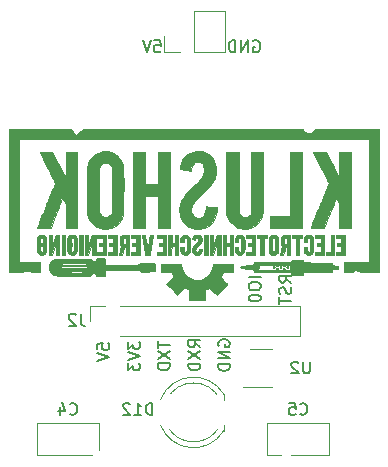
<source format=gbr>
%TF.GenerationSoftware,KiCad,Pcbnew,(5.1.9)-1*%
%TF.CreationDate,2021-09-09T22:51:27+02:00*%
%TF.ProjectId,star,73746172-2e6b-4696-9361-645f70636258,rev?*%
%TF.SameCoordinates,Original*%
%TF.FileFunction,Legend,Bot*%
%TF.FilePolarity,Positive*%
%FSLAX46Y46*%
G04 Gerber Fmt 4.6, Leading zero omitted, Abs format (unit mm)*
G04 Created by KiCad (PCBNEW (5.1.9)-1) date 2021-09-09 22:51:27*
%MOMM*%
%LPD*%
G01*
G04 APERTURE LIST*
%ADD10C,0.150000*%
%ADD11C,0.120000*%
%ADD12C,0.010000*%
%ADD13C,0.100000*%
%ADD14O,1.070000X1.800000*%
%ADD15R,1.070000X1.800000*%
%ADD16O,1.700000X3.000000*%
%ADD17R,1.700000X3.000000*%
%ADD18C,1.700000*%
%ADD19R,1.700000X1.700000*%
%ADD20C,2.200000*%
%ADD21O,1.400000X1.400000*%
%ADD22C,1.400000*%
%ADD23C,1.600000*%
%ADD24R,1.600000X1.600000*%
%ADD25O,1.070000X3.000000*%
%ADD26R,1.070000X3.000000*%
%ADD27R,1.060000X0.650000*%
G04 APERTURE END LIST*
D10*
X89749380Y-94424523D02*
X89749380Y-93948333D01*
X90225571Y-93900714D01*
X90177952Y-93948333D01*
X90130333Y-94043571D01*
X90130333Y-94281666D01*
X90177952Y-94376904D01*
X90225571Y-94424523D01*
X90320809Y-94472142D01*
X90558904Y-94472142D01*
X90654142Y-94424523D01*
X90701761Y-94376904D01*
X90749380Y-94281666D01*
X90749380Y-94043571D01*
X90701761Y-93948333D01*
X90654142Y-93900714D01*
X89749380Y-94757857D02*
X90749380Y-95091190D01*
X89749380Y-95424523D01*
X106168380Y-88752380D02*
X105692190Y-88419047D01*
X106168380Y-88180952D02*
X105168380Y-88180952D01*
X105168380Y-88561904D01*
X105216000Y-88657142D01*
X105263619Y-88704761D01*
X105358857Y-88752380D01*
X105501714Y-88752380D01*
X105596952Y-88704761D01*
X105644571Y-88657142D01*
X105692190Y-88561904D01*
X105692190Y-88180952D01*
X106120761Y-89133333D02*
X106168380Y-89276190D01*
X106168380Y-89514285D01*
X106120761Y-89609523D01*
X106073142Y-89657142D01*
X105977904Y-89704761D01*
X105882666Y-89704761D01*
X105787428Y-89657142D01*
X105739809Y-89609523D01*
X105692190Y-89514285D01*
X105644571Y-89323809D01*
X105596952Y-89228571D01*
X105549333Y-89180952D01*
X105454095Y-89133333D01*
X105358857Y-89133333D01*
X105263619Y-89180952D01*
X105216000Y-89228571D01*
X105168380Y-89323809D01*
X105168380Y-89561904D01*
X105216000Y-89704761D01*
X105168380Y-89990476D02*
X105168380Y-90561904D01*
X106168380Y-90276190D02*
X105168380Y-90276190D01*
X103568380Y-88300000D02*
X102568380Y-88300000D01*
X102568380Y-88966666D02*
X102568380Y-89157142D01*
X102616000Y-89252380D01*
X102711238Y-89347619D01*
X102901714Y-89395238D01*
X103235047Y-89395238D01*
X103425523Y-89347619D01*
X103520761Y-89252380D01*
X103568380Y-89157142D01*
X103568380Y-88966666D01*
X103520761Y-88871428D01*
X103425523Y-88776190D01*
X103235047Y-88728571D01*
X102901714Y-88728571D01*
X102711238Y-88776190D01*
X102616000Y-88871428D01*
X102568380Y-88966666D01*
X102568380Y-90014285D02*
X102568380Y-90109523D01*
X102616000Y-90204761D01*
X102663619Y-90252380D01*
X102758857Y-90300000D01*
X102949333Y-90347619D01*
X103187428Y-90347619D01*
X103377904Y-90300000D01*
X103473142Y-90252380D01*
X103520761Y-90204761D01*
X103568380Y-90109523D01*
X103568380Y-90014285D01*
X103520761Y-89919047D01*
X103473142Y-89871428D01*
X103377904Y-89823809D01*
X103187428Y-89776190D01*
X102949333Y-89776190D01*
X102758857Y-89823809D01*
X102663619Y-89871428D01*
X102616000Y-89919047D01*
X102568380Y-90014285D01*
X100016000Y-94138095D02*
X99968380Y-94042857D01*
X99968380Y-93900000D01*
X100016000Y-93757142D01*
X100111238Y-93661904D01*
X100206476Y-93614285D01*
X100396952Y-93566666D01*
X100539809Y-93566666D01*
X100730285Y-93614285D01*
X100825523Y-93661904D01*
X100920761Y-93757142D01*
X100968380Y-93900000D01*
X100968380Y-93995238D01*
X100920761Y-94138095D01*
X100873142Y-94185714D01*
X100539809Y-94185714D01*
X100539809Y-93995238D01*
X100968380Y-94614285D02*
X99968380Y-94614285D01*
X100968380Y-95185714D01*
X99968380Y-95185714D01*
X100968380Y-95661904D02*
X99968380Y-95661904D01*
X99968380Y-95900000D01*
X100016000Y-96042857D01*
X100111238Y-96138095D01*
X100206476Y-96185714D01*
X100396952Y-96233333D01*
X100539809Y-96233333D01*
X100730285Y-96185714D01*
X100825523Y-96138095D01*
X100920761Y-96042857D01*
X100968380Y-95900000D01*
X100968380Y-95661904D01*
X98468380Y-94233333D02*
X97992190Y-93900000D01*
X98468380Y-93661904D02*
X97468380Y-93661904D01*
X97468380Y-94042857D01*
X97516000Y-94138095D01*
X97563619Y-94185714D01*
X97658857Y-94233333D01*
X97801714Y-94233333D01*
X97896952Y-94185714D01*
X97944571Y-94138095D01*
X97992190Y-94042857D01*
X97992190Y-93661904D01*
X97468380Y-94566666D02*
X98468380Y-95233333D01*
X97468380Y-95233333D02*
X98468380Y-94566666D01*
X98468380Y-95614285D02*
X97468380Y-95614285D01*
X97468380Y-95852380D01*
X97516000Y-95995238D01*
X97611238Y-96090476D01*
X97706476Y-96138095D01*
X97896952Y-96185714D01*
X98039809Y-96185714D01*
X98230285Y-96138095D01*
X98325523Y-96090476D01*
X98420761Y-95995238D01*
X98468380Y-95852380D01*
X98468380Y-95614285D01*
X94868380Y-93738095D02*
X94868380Y-94309523D01*
X95868380Y-94023809D02*
X94868380Y-94023809D01*
X94868380Y-94547619D02*
X95868380Y-95214285D01*
X94868380Y-95214285D02*
X95868380Y-94547619D01*
X95868380Y-95595238D02*
X94868380Y-95595238D01*
X94868380Y-95833333D01*
X94916000Y-95976190D01*
X95011238Y-96071428D01*
X95106476Y-96119047D01*
X95296952Y-96166666D01*
X95439809Y-96166666D01*
X95630285Y-96119047D01*
X95725523Y-96071428D01*
X95820761Y-95976190D01*
X95868380Y-95833333D01*
X95868380Y-95595238D01*
X92368380Y-93761904D02*
X92368380Y-94380952D01*
X92749333Y-94047619D01*
X92749333Y-94190476D01*
X92796952Y-94285714D01*
X92844571Y-94333333D01*
X92939809Y-94380952D01*
X93177904Y-94380952D01*
X93273142Y-94333333D01*
X93320761Y-94285714D01*
X93368380Y-94190476D01*
X93368380Y-93904761D01*
X93320761Y-93809523D01*
X93273142Y-93761904D01*
X92368380Y-94666666D02*
X93368380Y-95000000D01*
X92368380Y-95333333D01*
X92368380Y-95571428D02*
X92368380Y-96190476D01*
X92749333Y-95857142D01*
X92749333Y-96000000D01*
X92796952Y-96095238D01*
X92844571Y-96142857D01*
X92939809Y-96190476D01*
X93177904Y-96190476D01*
X93273142Y-96142857D01*
X93320761Y-96095238D01*
X93368380Y-96000000D01*
X93368380Y-95714285D01*
X93320761Y-95619047D01*
X93273142Y-95571428D01*
X102961904Y-68300000D02*
X103057142Y-68252380D01*
X103200000Y-68252380D01*
X103342857Y-68300000D01*
X103438095Y-68395238D01*
X103485714Y-68490476D01*
X103533333Y-68680952D01*
X103533333Y-68823809D01*
X103485714Y-69014285D01*
X103438095Y-69109523D01*
X103342857Y-69204761D01*
X103200000Y-69252380D01*
X103104761Y-69252380D01*
X102961904Y-69204761D01*
X102914285Y-69157142D01*
X102914285Y-68823809D01*
X103104761Y-68823809D01*
X102485714Y-69252380D02*
X102485714Y-68252380D01*
X101914285Y-69252380D01*
X101914285Y-68252380D01*
X101438095Y-69252380D02*
X101438095Y-68252380D01*
X101200000Y-68252380D01*
X101057142Y-68300000D01*
X100961904Y-68395238D01*
X100914285Y-68490476D01*
X100866666Y-68680952D01*
X100866666Y-68823809D01*
X100914285Y-69014285D01*
X100961904Y-69109523D01*
X101057142Y-69204761D01*
X101200000Y-69252380D01*
X101438095Y-69252380D01*
X94590476Y-68252380D02*
X95066666Y-68252380D01*
X95114285Y-68728571D01*
X95066666Y-68680952D01*
X94971428Y-68633333D01*
X94733333Y-68633333D01*
X94638095Y-68680952D01*
X94590476Y-68728571D01*
X94542857Y-68823809D01*
X94542857Y-69061904D01*
X94590476Y-69157142D01*
X94638095Y-69204761D01*
X94733333Y-69252380D01*
X94971428Y-69252380D01*
X95066666Y-69204761D01*
X95114285Y-69157142D01*
X94257142Y-68252380D02*
X93923809Y-69252380D01*
X93590476Y-68252380D01*
D11*
%TO.C,J1*%
X95400000Y-67870000D02*
X95400000Y-69200000D01*
X95400000Y-69200000D02*
X96730000Y-69200000D01*
X97970000Y-69200000D02*
X100570000Y-69200000D01*
X100570000Y-65800000D02*
X100570000Y-69200000D01*
X97970000Y-65800000D02*
X100570000Y-65800000D01*
X97970000Y-65800000D02*
X97970000Y-69200000D01*
%TO.C,J2*%
X89110000Y-90730000D02*
X89110000Y-92000000D01*
X106890000Y-93270000D02*
X106890000Y-90730000D01*
X91650000Y-93270000D02*
X106890000Y-93270000D01*
X90380000Y-90730000D02*
X89110000Y-90730000D01*
X106890000Y-90730000D02*
X91650000Y-90730000D01*
%TO.C,C5*%
X109370000Y-103370000D02*
X109370000Y-100630000D01*
X104130000Y-103370000D02*
X104130000Y-100630000D01*
X104130000Y-100630000D02*
X109370000Y-100630000D01*
X104130000Y-103370000D02*
X109370000Y-103370000D01*
%TO.C,C4*%
X84630000Y-100630000D02*
X84630000Y-103370000D01*
X89870000Y-100630000D02*
X89870000Y-103370000D01*
X89870000Y-103370000D02*
X84630000Y-103370000D01*
X89870000Y-100630000D02*
X84630000Y-100630000D01*
%TO.C,D12*%
X100455000Y-100830000D02*
X100455000Y-101295000D01*
X100455000Y-98205000D02*
X100455000Y-98670000D01*
X95640521Y-100830429D02*
G75*
G03*
X100149684Y-100830000I2254479J1080429D01*
G01*
X95640521Y-98669571D02*
G75*
G02*
X100149684Y-98670000I2254479J-1080429D01*
G01*
X95107185Y-100830827D02*
G75*
G03*
X100455000Y-101294830I2787815J1080827D01*
G01*
X95107185Y-98669173D02*
G75*
G02*
X100455000Y-98205170I2787815J-1080827D01*
G01*
D12*
%TO.C,G\u002A\u002A\u002A*%
G36*
X95167166Y-87849000D02*
G01*
X96031717Y-87849000D01*
X96056857Y-87928375D01*
X96079566Y-87992205D01*
X96111712Y-88073403D01*
X96136132Y-88130929D01*
X96190267Y-88254107D01*
X95885259Y-88559661D01*
X95580250Y-88865215D01*
X96050934Y-89335899D01*
X96521619Y-89806583D01*
X96825545Y-89503199D01*
X97129472Y-89199815D01*
X97233111Y-89251768D01*
X97309727Y-89287437D01*
X97386042Y-89318750D01*
X97416125Y-89329419D01*
X97495500Y-89355117D01*
X97495500Y-90219667D01*
X98829000Y-90219667D01*
X98829000Y-89804935D01*
X98829283Y-89661953D01*
X98830460Y-89555717D01*
X98833023Y-89480643D01*
X98837464Y-89431147D01*
X98844276Y-89401643D01*
X98853951Y-89386547D01*
X98866415Y-89380419D01*
X98902519Y-89368162D01*
X98965972Y-89344072D01*
X99045061Y-89312636D01*
X99072790Y-89301336D01*
X99241750Y-89232037D01*
X99844190Y-89826727D01*
X100304970Y-89372322D01*
X100419893Y-89258499D01*
X100524722Y-89153734D01*
X100615725Y-89061830D01*
X100689172Y-88986592D01*
X100741331Y-88931821D01*
X100768472Y-88901322D01*
X100771493Y-88896750D01*
X100758984Y-88875875D01*
X100720738Y-88830402D01*
X100661306Y-88765307D01*
X100585237Y-88685569D01*
X100497083Y-88596165D01*
X100492480Y-88591570D01*
X100207723Y-88307556D01*
X100256480Y-88210570D01*
X100291548Y-88134700D01*
X100329535Y-88043429D01*
X100351434Y-87985919D01*
X100397631Y-87858255D01*
X100809232Y-87866720D01*
X101220833Y-87875184D01*
X101220833Y-87171667D01*
X99570640Y-87171667D01*
X99560932Y-87219292D01*
X99552950Y-87267695D01*
X99543398Y-87338124D01*
X99538415Y-87379690D01*
X99495218Y-87580080D01*
X99414426Y-87775500D01*
X99300769Y-87960089D01*
X99158977Y-88127991D01*
X98993779Y-88273347D01*
X98809904Y-88390299D01*
X98672572Y-88452143D01*
X98446571Y-88515704D01*
X98219834Y-88537973D01*
X97995921Y-88519773D01*
X97778390Y-88461926D01*
X97570801Y-88365255D01*
X97376712Y-88230583D01*
X97262556Y-88126180D01*
X97116447Y-87954052D01*
X97005057Y-87766568D01*
X96925866Y-87558254D01*
X96876357Y-87323636D01*
X96869694Y-87272209D01*
X96857906Y-87171667D01*
X96110740Y-87171667D01*
X95932407Y-87171289D01*
X95763673Y-87170215D01*
X95610183Y-87168536D01*
X95477577Y-87166340D01*
X95371498Y-87163719D01*
X95297586Y-87160760D01*
X95265371Y-87158206D01*
X95167166Y-87144746D01*
X95167166Y-87849000D01*
G37*
X95167166Y-87849000D02*
X96031717Y-87849000D01*
X96056857Y-87928375D01*
X96079566Y-87992205D01*
X96111712Y-88073403D01*
X96136132Y-88130929D01*
X96190267Y-88254107D01*
X95885259Y-88559661D01*
X95580250Y-88865215D01*
X96050934Y-89335899D01*
X96521619Y-89806583D01*
X96825545Y-89503199D01*
X97129472Y-89199815D01*
X97233111Y-89251768D01*
X97309727Y-89287437D01*
X97386042Y-89318750D01*
X97416125Y-89329419D01*
X97495500Y-89355117D01*
X97495500Y-90219667D01*
X98829000Y-90219667D01*
X98829000Y-89804935D01*
X98829283Y-89661953D01*
X98830460Y-89555717D01*
X98833023Y-89480643D01*
X98837464Y-89431147D01*
X98844276Y-89401643D01*
X98853951Y-89386547D01*
X98866415Y-89380419D01*
X98902519Y-89368162D01*
X98965972Y-89344072D01*
X99045061Y-89312636D01*
X99072790Y-89301336D01*
X99241750Y-89232037D01*
X99844190Y-89826727D01*
X100304970Y-89372322D01*
X100419893Y-89258499D01*
X100524722Y-89153734D01*
X100615725Y-89061830D01*
X100689172Y-88986592D01*
X100741331Y-88931821D01*
X100768472Y-88901322D01*
X100771493Y-88896750D01*
X100758984Y-88875875D01*
X100720738Y-88830402D01*
X100661306Y-88765307D01*
X100585237Y-88685569D01*
X100497083Y-88596165D01*
X100492480Y-88591570D01*
X100207723Y-88307556D01*
X100256480Y-88210570D01*
X100291548Y-88134700D01*
X100329535Y-88043429D01*
X100351434Y-87985919D01*
X100397631Y-87858255D01*
X100809232Y-87866720D01*
X101220833Y-87875184D01*
X101220833Y-87171667D01*
X99570640Y-87171667D01*
X99560932Y-87219292D01*
X99552950Y-87267695D01*
X99543398Y-87338124D01*
X99538415Y-87379690D01*
X99495218Y-87580080D01*
X99414426Y-87775500D01*
X99300769Y-87960089D01*
X99158977Y-88127991D01*
X98993779Y-88273347D01*
X98809904Y-88390299D01*
X98672572Y-88452143D01*
X98446571Y-88515704D01*
X98219834Y-88537973D01*
X97995921Y-88519773D01*
X97778390Y-88461926D01*
X97570801Y-88365255D01*
X97376712Y-88230583D01*
X97262556Y-88126180D01*
X97116447Y-87954052D01*
X97005057Y-87766568D01*
X96925866Y-87558254D01*
X96876357Y-87323636D01*
X96869694Y-87272209D01*
X96857906Y-87171667D01*
X96110740Y-87171667D01*
X95932407Y-87171289D01*
X95763673Y-87170215D01*
X95610183Y-87168536D01*
X95477577Y-87166340D01*
X95371498Y-87163719D01*
X95297586Y-87160760D01*
X95265371Y-87158206D01*
X95167166Y-87144746D01*
X95167166Y-87849000D01*
G36*
X90009885Y-86684834D02*
G01*
X89879071Y-86686549D01*
X89784936Y-86692740D01*
X89721930Y-86704970D01*
X89684499Y-86724804D01*
X89667090Y-86753806D01*
X89663833Y-86782340D01*
X89645334Y-86840985D01*
X89597801Y-86896789D01*
X89533179Y-86936292D01*
X89524443Y-86939430D01*
X89426910Y-86953499D01*
X89340259Y-86926980D01*
X89262718Y-86859322D01*
X89261473Y-86857818D01*
X89197402Y-86780084D01*
X88853826Y-86766166D01*
X88730520Y-86762215D01*
X88575445Y-86758904D01*
X88394415Y-86756233D01*
X88193239Y-86754198D01*
X87977730Y-86752797D01*
X87753700Y-86752027D01*
X87526961Y-86751886D01*
X87303324Y-86752372D01*
X87088601Y-86753483D01*
X86888604Y-86755215D01*
X86709145Y-86757566D01*
X86556035Y-86760535D01*
X86435086Y-86764118D01*
X86369012Y-86767205D01*
X86254096Y-86774578D01*
X86171878Y-86782069D01*
X86112770Y-86791809D01*
X86067184Y-86805930D01*
X86025534Y-86826563D01*
X85982391Y-86853167D01*
X85837077Y-86967574D01*
X85728430Y-87099751D01*
X85657750Y-87247337D01*
X85626339Y-87407970D01*
X85626191Y-87499750D01*
X85656818Y-87664849D01*
X85726535Y-87814218D01*
X85834844Y-87947134D01*
X85981248Y-88062870D01*
X86033494Y-88094689D01*
X86071792Y-88115830D01*
X86107249Y-88131653D01*
X86147005Y-88143212D01*
X86198203Y-88151560D01*
X86267984Y-88157752D01*
X86363488Y-88162843D01*
X86491858Y-88167885D01*
X86541494Y-88169677D01*
X86693443Y-88174132D01*
X86876247Y-88177867D01*
X87083174Y-88180872D01*
X87307493Y-88183134D01*
X87542472Y-88184642D01*
X87781381Y-88185385D01*
X88017487Y-88185351D01*
X88244061Y-88184528D01*
X88454370Y-88182906D01*
X88641684Y-88180473D01*
X88799272Y-88177217D01*
X88907125Y-88173699D01*
X89032947Y-88168130D01*
X89122539Y-88162874D01*
X89181983Y-88156952D01*
X89217363Y-88149380D01*
X89234761Y-88139176D01*
X89240260Y-88125360D01*
X89240500Y-88119891D01*
X89254759Y-88078188D01*
X89289391Y-88031088D01*
X89292454Y-88027955D01*
X89363786Y-87984142D01*
X89448921Y-87972384D01*
X89534512Y-87992253D01*
X89601961Y-88037872D01*
X89641341Y-88086397D01*
X89662615Y-88130412D01*
X89663833Y-88139472D01*
X89667875Y-88173032D01*
X89683875Y-88197207D01*
X89717649Y-88213492D01*
X89775009Y-88223382D01*
X89861769Y-88228373D01*
X89983743Y-88229959D01*
X90015805Y-88230000D01*
X90140060Y-88229182D01*
X90228733Y-88226282D01*
X90288547Y-88220630D01*
X90326230Y-88211558D01*
X90348507Y-88198397D01*
X90350238Y-88196738D01*
X90365503Y-88172405D01*
X90375504Y-88130813D01*
X90381154Y-88064467D01*
X90383368Y-87965873D01*
X90383500Y-87923961D01*
X90383500Y-87817200D01*
X88952715Y-87817200D01*
X88942343Y-87848570D01*
X88938705Y-87853336D01*
X88900740Y-87887378D01*
X88880666Y-87898090D01*
X88853978Y-87900231D01*
X88788984Y-87902100D01*
X88689712Y-87903672D01*
X88560189Y-87904918D01*
X88404441Y-87905812D01*
X88226497Y-87906328D01*
X88030384Y-87906438D01*
X87820128Y-87906116D01*
X87720076Y-87905816D01*
X87472615Y-87904912D01*
X87264054Y-87903962D01*
X87090960Y-87902834D01*
X86949900Y-87901396D01*
X86837441Y-87899514D01*
X86750150Y-87897056D01*
X86684593Y-87893890D01*
X86637337Y-87889883D01*
X86604950Y-87884903D01*
X86583998Y-87878816D01*
X86571048Y-87871490D01*
X86562667Y-87862793D01*
X86561371Y-87861062D01*
X86542831Y-87825195D01*
X86555656Y-87794160D01*
X86566367Y-87781687D01*
X86575865Y-87773292D01*
X86590183Y-87766211D01*
X86612732Y-87760332D01*
X86646923Y-87755543D01*
X86696167Y-87751734D01*
X86763875Y-87748794D01*
X86853458Y-87746611D01*
X86968327Y-87745075D01*
X87111893Y-87744073D01*
X87287568Y-87743495D01*
X87498762Y-87743230D01*
X87748250Y-87743167D01*
X87998278Y-87743231D01*
X88209385Y-87743496D01*
X88384980Y-87744075D01*
X88528475Y-87745078D01*
X88643281Y-87746616D01*
X88732808Y-87748800D01*
X88800469Y-87751742D01*
X88849674Y-87755553D01*
X88883833Y-87760344D01*
X88906359Y-87766226D01*
X88920661Y-87773311D01*
X88930132Y-87781687D01*
X88952715Y-87817200D01*
X90383500Y-87817200D01*
X90383500Y-87684447D01*
X90928541Y-87668551D01*
X91079732Y-87665143D01*
X91264052Y-87662615D01*
X91472306Y-87660996D01*
X91695298Y-87660319D01*
X91923835Y-87660615D01*
X92148719Y-87661915D01*
X92327205Y-87663794D01*
X93180826Y-87674933D01*
X93237371Y-87727800D01*
X93352167Y-87808701D01*
X93487622Y-87854476D01*
X93556640Y-87864155D01*
X93613345Y-87865208D01*
X93700473Y-87861930D01*
X93810434Y-87855059D01*
X93935642Y-87845333D01*
X94068510Y-87833491D01*
X94201449Y-87820269D01*
X94326872Y-87806407D01*
X94437191Y-87792642D01*
X94524819Y-87779712D01*
X94582168Y-87768356D01*
X94598518Y-87762808D01*
X94614613Y-87750391D01*
X94625663Y-87728647D01*
X94632595Y-87690444D01*
X94636336Y-87628650D01*
X94637813Y-87536134D01*
X94638000Y-87459240D01*
X94638000Y-87457367D01*
X88952715Y-87457367D01*
X88942343Y-87488736D01*
X88938705Y-87493502D01*
X88900770Y-87527389D01*
X88880666Y-87537978D01*
X88850069Y-87541383D01*
X88782096Y-87544261D01*
X88681650Y-87546626D01*
X88553632Y-87548490D01*
X88402944Y-87549866D01*
X88234487Y-87550767D01*
X88053164Y-87551206D01*
X87863875Y-87551195D01*
X87671523Y-87550748D01*
X87481009Y-87549876D01*
X87297235Y-87548594D01*
X87125102Y-87546913D01*
X86969513Y-87544847D01*
X86835368Y-87542409D01*
X86727570Y-87539611D01*
X86651019Y-87536466D01*
X86610619Y-87532987D01*
X86606628Y-87532024D01*
X86562895Y-87498109D01*
X86554062Y-87450904D01*
X86577733Y-87408733D01*
X86594468Y-87402836D01*
X86633603Y-87397833D01*
X86697623Y-87393671D01*
X86789014Y-87390295D01*
X86910261Y-87387653D01*
X87063849Y-87385689D01*
X87252263Y-87384351D01*
X87477988Y-87383583D01*
X87743509Y-87383334D01*
X87749203Y-87383334D01*
X87999120Y-87383397D01*
X88210116Y-87383663D01*
X88385604Y-87384243D01*
X88528997Y-87385247D01*
X88643706Y-87386786D01*
X88733145Y-87388974D01*
X88800725Y-87391919D01*
X88849860Y-87395735D01*
X88883962Y-87400532D01*
X88906444Y-87406421D01*
X88920717Y-87413515D01*
X88930132Y-87421854D01*
X88952715Y-87457367D01*
X94638000Y-87457367D01*
X94638000Y-87176803D01*
X94579791Y-87154848D01*
X94530893Y-87142911D01*
X94448227Y-87129714D01*
X94339713Y-87115931D01*
X94213268Y-87102239D01*
X94076809Y-87089313D01*
X93938254Y-87077831D01*
X93805521Y-87068467D01*
X93686527Y-87061898D01*
X93589189Y-87058800D01*
X93521426Y-87059850D01*
X93499047Y-87062568D01*
X93419113Y-87088519D01*
X93335732Y-87128207D01*
X93261806Y-87174198D01*
X93210231Y-87219061D01*
X93198311Y-87235831D01*
X93190288Y-87247722D01*
X93177305Y-87257108D01*
X93154727Y-87264285D01*
X93117922Y-87269547D01*
X93062255Y-87273192D01*
X92983094Y-87275514D01*
X92875805Y-87276808D01*
X92735755Y-87277372D01*
X92558310Y-87277500D01*
X92545217Y-87277500D01*
X92361202Y-87277045D01*
X92146504Y-87275759D01*
X91912759Y-87273757D01*
X91671605Y-87271157D01*
X91434681Y-87268076D01*
X91213624Y-87264630D01*
X91148961Y-87263485D01*
X90383500Y-87249470D01*
X90383500Y-87143698D01*
X88972135Y-87143698D01*
X88926401Y-87189432D01*
X88915799Y-87199468D01*
X88903415Y-87207916D01*
X88885757Y-87214913D01*
X88859333Y-87220597D01*
X88820650Y-87225103D01*
X88766218Y-87228569D01*
X88692544Y-87231131D01*
X88596136Y-87232926D01*
X88473503Y-87234089D01*
X88321153Y-87234759D01*
X88135594Y-87235071D01*
X87913333Y-87235161D01*
X87757442Y-87235167D01*
X87474925Y-87234742D01*
X87230205Y-87233478D01*
X87024001Y-87231388D01*
X86857029Y-87228485D01*
X86730008Y-87224783D01*
X86643656Y-87220296D01*
X86598690Y-87215036D01*
X86593275Y-87213255D01*
X86558311Y-87174597D01*
X86557050Y-87124499D01*
X86577733Y-87091233D01*
X86594512Y-87085312D01*
X86633728Y-87080292D01*
X86697876Y-87076120D01*
X86789449Y-87072741D01*
X86910941Y-87070101D01*
X87064845Y-87068144D01*
X87253655Y-87066817D01*
X87479864Y-87066065D01*
X87739555Y-87065834D01*
X87988453Y-87065899D01*
X88198489Y-87066172D01*
X88373132Y-87066767D01*
X88515852Y-87067797D01*
X88630120Y-87069376D01*
X88719406Y-87071619D01*
X88787181Y-87074640D01*
X88836914Y-87078553D01*
X88872075Y-87083471D01*
X88896136Y-87089509D01*
X88912566Y-87096782D01*
X88924056Y-87104766D01*
X88972135Y-87143698D01*
X90383500Y-87143698D01*
X90383500Y-87000102D01*
X90383021Y-86887144D01*
X90377712Y-86804999D01*
X90361761Y-86748762D01*
X90329358Y-86713529D01*
X90274690Y-86694398D01*
X90191947Y-86686464D01*
X90075318Y-86684824D01*
X90009885Y-86684834D01*
G37*
X90009885Y-86684834D02*
X89879071Y-86686549D01*
X89784936Y-86692740D01*
X89721930Y-86704970D01*
X89684499Y-86724804D01*
X89667090Y-86753806D01*
X89663833Y-86782340D01*
X89645334Y-86840985D01*
X89597801Y-86896789D01*
X89533179Y-86936292D01*
X89524443Y-86939430D01*
X89426910Y-86953499D01*
X89340259Y-86926980D01*
X89262718Y-86859322D01*
X89261473Y-86857818D01*
X89197402Y-86780084D01*
X88853826Y-86766166D01*
X88730520Y-86762215D01*
X88575445Y-86758904D01*
X88394415Y-86756233D01*
X88193239Y-86754198D01*
X87977730Y-86752797D01*
X87753700Y-86752027D01*
X87526961Y-86751886D01*
X87303324Y-86752372D01*
X87088601Y-86753483D01*
X86888604Y-86755215D01*
X86709145Y-86757566D01*
X86556035Y-86760535D01*
X86435086Y-86764118D01*
X86369012Y-86767205D01*
X86254096Y-86774578D01*
X86171878Y-86782069D01*
X86112770Y-86791809D01*
X86067184Y-86805930D01*
X86025534Y-86826563D01*
X85982391Y-86853167D01*
X85837077Y-86967574D01*
X85728430Y-87099751D01*
X85657750Y-87247337D01*
X85626339Y-87407970D01*
X85626191Y-87499750D01*
X85656818Y-87664849D01*
X85726535Y-87814218D01*
X85834844Y-87947134D01*
X85981248Y-88062870D01*
X86033494Y-88094689D01*
X86071792Y-88115830D01*
X86107249Y-88131653D01*
X86147005Y-88143212D01*
X86198203Y-88151560D01*
X86267984Y-88157752D01*
X86363488Y-88162843D01*
X86491858Y-88167885D01*
X86541494Y-88169677D01*
X86693443Y-88174132D01*
X86876247Y-88177867D01*
X87083174Y-88180872D01*
X87307493Y-88183134D01*
X87542472Y-88184642D01*
X87781381Y-88185385D01*
X88017487Y-88185351D01*
X88244061Y-88184528D01*
X88454370Y-88182906D01*
X88641684Y-88180473D01*
X88799272Y-88177217D01*
X88907125Y-88173699D01*
X89032947Y-88168130D01*
X89122539Y-88162874D01*
X89181983Y-88156952D01*
X89217363Y-88149380D01*
X89234761Y-88139176D01*
X89240260Y-88125360D01*
X89240500Y-88119891D01*
X89254759Y-88078188D01*
X89289391Y-88031088D01*
X89292454Y-88027955D01*
X89363786Y-87984142D01*
X89448921Y-87972384D01*
X89534512Y-87992253D01*
X89601961Y-88037872D01*
X89641341Y-88086397D01*
X89662615Y-88130412D01*
X89663833Y-88139472D01*
X89667875Y-88173032D01*
X89683875Y-88197207D01*
X89717649Y-88213492D01*
X89775009Y-88223382D01*
X89861769Y-88228373D01*
X89983743Y-88229959D01*
X90015805Y-88230000D01*
X90140060Y-88229182D01*
X90228733Y-88226282D01*
X90288547Y-88220630D01*
X90326230Y-88211558D01*
X90348507Y-88198397D01*
X90350238Y-88196738D01*
X90365503Y-88172405D01*
X90375504Y-88130813D01*
X90381154Y-88064467D01*
X90383368Y-87965873D01*
X90383500Y-87923961D01*
X90383500Y-87817200D01*
X88952715Y-87817200D01*
X88942343Y-87848570D01*
X88938705Y-87853336D01*
X88900740Y-87887378D01*
X88880666Y-87898090D01*
X88853978Y-87900231D01*
X88788984Y-87902100D01*
X88689712Y-87903672D01*
X88560189Y-87904918D01*
X88404441Y-87905812D01*
X88226497Y-87906328D01*
X88030384Y-87906438D01*
X87820128Y-87906116D01*
X87720076Y-87905816D01*
X87472615Y-87904912D01*
X87264054Y-87903962D01*
X87090960Y-87902834D01*
X86949900Y-87901396D01*
X86837441Y-87899514D01*
X86750150Y-87897056D01*
X86684593Y-87893890D01*
X86637337Y-87889883D01*
X86604950Y-87884903D01*
X86583998Y-87878816D01*
X86571048Y-87871490D01*
X86562667Y-87862793D01*
X86561371Y-87861062D01*
X86542831Y-87825195D01*
X86555656Y-87794160D01*
X86566367Y-87781687D01*
X86575865Y-87773292D01*
X86590183Y-87766211D01*
X86612732Y-87760332D01*
X86646923Y-87755543D01*
X86696167Y-87751734D01*
X86763875Y-87748794D01*
X86853458Y-87746611D01*
X86968327Y-87745075D01*
X87111893Y-87744073D01*
X87287568Y-87743495D01*
X87498762Y-87743230D01*
X87748250Y-87743167D01*
X87998278Y-87743231D01*
X88209385Y-87743496D01*
X88384980Y-87744075D01*
X88528475Y-87745078D01*
X88643281Y-87746616D01*
X88732808Y-87748800D01*
X88800469Y-87751742D01*
X88849674Y-87755553D01*
X88883833Y-87760344D01*
X88906359Y-87766226D01*
X88920661Y-87773311D01*
X88930132Y-87781687D01*
X88952715Y-87817200D01*
X90383500Y-87817200D01*
X90383500Y-87684447D01*
X90928541Y-87668551D01*
X91079732Y-87665143D01*
X91264052Y-87662615D01*
X91472306Y-87660996D01*
X91695298Y-87660319D01*
X91923835Y-87660615D01*
X92148719Y-87661915D01*
X92327205Y-87663794D01*
X93180826Y-87674933D01*
X93237371Y-87727800D01*
X93352167Y-87808701D01*
X93487622Y-87854476D01*
X93556640Y-87864155D01*
X93613345Y-87865208D01*
X93700473Y-87861930D01*
X93810434Y-87855059D01*
X93935642Y-87845333D01*
X94068510Y-87833491D01*
X94201449Y-87820269D01*
X94326872Y-87806407D01*
X94437191Y-87792642D01*
X94524819Y-87779712D01*
X94582168Y-87768356D01*
X94598518Y-87762808D01*
X94614613Y-87750391D01*
X94625663Y-87728647D01*
X94632595Y-87690444D01*
X94636336Y-87628650D01*
X94637813Y-87536134D01*
X94638000Y-87459240D01*
X94638000Y-87457367D01*
X88952715Y-87457367D01*
X88942343Y-87488736D01*
X88938705Y-87493502D01*
X88900770Y-87527389D01*
X88880666Y-87537978D01*
X88850069Y-87541383D01*
X88782096Y-87544261D01*
X88681650Y-87546626D01*
X88553632Y-87548490D01*
X88402944Y-87549866D01*
X88234487Y-87550767D01*
X88053164Y-87551206D01*
X87863875Y-87551195D01*
X87671523Y-87550748D01*
X87481009Y-87549876D01*
X87297235Y-87548594D01*
X87125102Y-87546913D01*
X86969513Y-87544847D01*
X86835368Y-87542409D01*
X86727570Y-87539611D01*
X86651019Y-87536466D01*
X86610619Y-87532987D01*
X86606628Y-87532024D01*
X86562895Y-87498109D01*
X86554062Y-87450904D01*
X86577733Y-87408733D01*
X86594468Y-87402836D01*
X86633603Y-87397833D01*
X86697623Y-87393671D01*
X86789014Y-87390295D01*
X86910261Y-87387653D01*
X87063849Y-87385689D01*
X87252263Y-87384351D01*
X87477988Y-87383583D01*
X87743509Y-87383334D01*
X87749203Y-87383334D01*
X87999120Y-87383397D01*
X88210116Y-87383663D01*
X88385604Y-87384243D01*
X88528997Y-87385247D01*
X88643706Y-87386786D01*
X88733145Y-87388974D01*
X88800725Y-87391919D01*
X88849860Y-87395735D01*
X88883962Y-87400532D01*
X88906444Y-87406421D01*
X88920717Y-87413515D01*
X88930132Y-87421854D01*
X88952715Y-87457367D01*
X94638000Y-87457367D01*
X94638000Y-87176803D01*
X94579791Y-87154848D01*
X94530893Y-87142911D01*
X94448227Y-87129714D01*
X94339713Y-87115931D01*
X94213268Y-87102239D01*
X94076809Y-87089313D01*
X93938254Y-87077831D01*
X93805521Y-87068467D01*
X93686527Y-87061898D01*
X93589189Y-87058800D01*
X93521426Y-87059850D01*
X93499047Y-87062568D01*
X93419113Y-87088519D01*
X93335732Y-87128207D01*
X93261806Y-87174198D01*
X93210231Y-87219061D01*
X93198311Y-87235831D01*
X93190288Y-87247722D01*
X93177305Y-87257108D01*
X93154727Y-87264285D01*
X93117922Y-87269547D01*
X93062255Y-87273192D01*
X92983094Y-87275514D01*
X92875805Y-87276808D01*
X92735755Y-87277372D01*
X92558310Y-87277500D01*
X92545217Y-87277500D01*
X92361202Y-87277045D01*
X92146504Y-87275759D01*
X91912759Y-87273757D01*
X91671605Y-87271157D01*
X91434681Y-87268076D01*
X91213624Y-87264630D01*
X91148961Y-87263485D01*
X90383500Y-87249470D01*
X90383500Y-87143698D01*
X88972135Y-87143698D01*
X88926401Y-87189432D01*
X88915799Y-87199468D01*
X88903415Y-87207916D01*
X88885757Y-87214913D01*
X88859333Y-87220597D01*
X88820650Y-87225103D01*
X88766218Y-87228569D01*
X88692544Y-87231131D01*
X88596136Y-87232926D01*
X88473503Y-87234089D01*
X88321153Y-87234759D01*
X88135594Y-87235071D01*
X87913333Y-87235161D01*
X87757442Y-87235167D01*
X87474925Y-87234742D01*
X87230205Y-87233478D01*
X87024001Y-87231388D01*
X86857029Y-87228485D01*
X86730008Y-87224783D01*
X86643656Y-87220296D01*
X86598690Y-87215036D01*
X86593275Y-87213255D01*
X86558311Y-87174597D01*
X86557050Y-87124499D01*
X86577733Y-87091233D01*
X86594512Y-87085312D01*
X86633728Y-87080292D01*
X86697876Y-87076120D01*
X86789449Y-87072741D01*
X86910941Y-87070101D01*
X87064845Y-87068144D01*
X87253655Y-87066817D01*
X87479864Y-87066065D01*
X87739555Y-87065834D01*
X87988453Y-87065899D01*
X88198489Y-87066172D01*
X88373132Y-87066767D01*
X88515852Y-87067797D01*
X88630120Y-87069376D01*
X88719406Y-87071619D01*
X88787181Y-87074640D01*
X88836914Y-87078553D01*
X88872075Y-87083471D01*
X88896136Y-87089509D01*
X88912566Y-87096782D01*
X88924056Y-87104766D01*
X88972135Y-87143698D01*
X90383500Y-87143698D01*
X90383500Y-87000102D01*
X90383021Y-86887144D01*
X90377712Y-86804999D01*
X90361761Y-86748762D01*
X90329358Y-86713529D01*
X90274690Y-86694398D01*
X90191947Y-86686464D01*
X90075318Y-86684824D01*
X90009885Y-86684834D01*
G36*
X106163383Y-86917267D02*
G01*
X106128098Y-87023500D01*
X104615331Y-87023500D01*
X104321152Y-87023593D01*
X104066398Y-87023909D01*
X103848162Y-87024509D01*
X103663536Y-87025452D01*
X103509612Y-87026797D01*
X103383483Y-87028603D01*
X103282241Y-87030929D01*
X103202979Y-87033836D01*
X103142789Y-87037382D01*
X103098763Y-87041626D01*
X103067993Y-87046628D01*
X103047572Y-87052447D01*
X103040474Y-87055608D01*
X102978540Y-87106508D01*
X102932586Y-87178688D01*
X102914174Y-87253870D01*
X102914166Y-87255282D01*
X102912085Y-87272800D01*
X102901393Y-87284834D01*
X102875416Y-87292412D01*
X102827481Y-87296559D01*
X102750914Y-87298302D01*
X102639042Y-87298666D01*
X102632002Y-87298667D01*
X102511755Y-87301662D01*
X102382779Y-87309937D01*
X102252987Y-87322423D01*
X102130292Y-87338054D01*
X102022605Y-87355761D01*
X101937839Y-87374478D01*
X101883906Y-87393136D01*
X101871811Y-87401222D01*
X101852032Y-87440290D01*
X101872705Y-87475978D01*
X101932048Y-87507807D01*
X102028278Y-87535299D01*
X102159615Y-87557974D01*
X102324275Y-87575355D01*
X102520478Y-87586963D01*
X102570208Y-87588777D01*
X102698163Y-87593245D01*
X102789810Y-87597615D01*
X102851164Y-87602798D01*
X102888238Y-87609706D01*
X102907047Y-87619249D01*
X102913603Y-87632337D01*
X102914166Y-87640870D01*
X102930952Y-87711038D01*
X102973928Y-87782738D01*
X103031000Y-87836744D01*
X103044361Y-87843750D01*
X103063582Y-87849867D01*
X103091624Y-87855188D01*
X103131448Y-87859803D01*
X103186013Y-87863806D01*
X103258282Y-87867286D01*
X103351213Y-87870337D01*
X103467767Y-87873051D01*
X103610905Y-87875517D01*
X103783588Y-87877830D01*
X103988775Y-87880079D01*
X104229428Y-87882357D01*
X104508506Y-87884756D01*
X104606321Y-87885564D01*
X106126144Y-87898021D01*
X106186488Y-88092417D01*
X106655451Y-88098111D01*
X106808775Y-88099736D01*
X106925138Y-88100164D01*
X107009905Y-88099045D01*
X107068440Y-88096032D01*
X107106106Y-88090774D01*
X107128269Y-88082924D01*
X107140293Y-88072133D01*
X107143754Y-88066361D01*
X107162974Y-88021654D01*
X107185178Y-87960236D01*
X107188689Y-87949542D01*
X107214283Y-87870167D01*
X109553121Y-87870167D01*
X109560629Y-87862175D01*
X106851166Y-87862175D01*
X106848232Y-87920704D01*
X106836122Y-87947969D01*
X106809875Y-87954829D01*
X106808833Y-87954834D01*
X106783104Y-87949060D01*
X106770482Y-87924721D01*
X106766611Y-87871289D01*
X106766558Y-87862175D01*
X106554833Y-87862175D01*
X106551899Y-87920704D01*
X106539789Y-87947969D01*
X106513542Y-87954829D01*
X106512500Y-87954834D01*
X106486771Y-87949060D01*
X106474148Y-87924721D01*
X106470277Y-87871289D01*
X106470166Y-87852528D01*
X106472830Y-87789870D01*
X106479598Y-87746292D01*
X106484094Y-87736295D01*
X106509658Y-87731100D01*
X106533378Y-87758855D01*
X106550055Y-87810307D01*
X106554833Y-87862175D01*
X106766558Y-87862175D01*
X106766500Y-87852528D01*
X106769164Y-87789870D01*
X106775932Y-87746292D01*
X106780427Y-87736295D01*
X106805991Y-87731100D01*
X106829711Y-87758855D01*
X106846389Y-87810307D01*
X106851166Y-87862175D01*
X109560629Y-87862175D01*
X109599144Y-87821178D01*
X109617454Y-87798812D01*
X109630153Y-87772281D01*
X109638256Y-87733918D01*
X109642781Y-87676056D01*
X109644746Y-87591027D01*
X109645166Y-87474273D01*
X109644545Y-87353400D01*
X109642088Y-87267205D01*
X109641136Y-87256334D01*
X106037673Y-87256334D01*
X106036961Y-87457412D01*
X106036250Y-87658490D01*
X105831856Y-87658495D01*
X105737687Y-87657855D01*
X105678530Y-87654964D01*
X105647071Y-87648371D01*
X105635996Y-87636627D01*
X105637536Y-87619980D01*
X105631101Y-87574912D01*
X105594334Y-87543205D01*
X105539083Y-87534631D01*
X105534707Y-87535167D01*
X105494618Y-87554909D01*
X105479219Y-87600292D01*
X105472521Y-87658500D01*
X105036704Y-87658500D01*
X105046461Y-87607457D01*
X105041544Y-87558682D01*
X105011776Y-87532629D01*
X104955117Y-87521354D01*
X104908062Y-87543670D01*
X104883689Y-87592112D01*
X104882666Y-87606328D01*
X104882666Y-87658500D01*
X104028008Y-87658500D01*
X103803409Y-87658204D01*
X103618007Y-87657253D01*
X103468668Y-87655551D01*
X103352259Y-87653005D01*
X103265649Y-87649520D01*
X103205702Y-87645000D01*
X103169287Y-87639351D01*
X103153271Y-87632479D01*
X103152902Y-87632042D01*
X103144343Y-87598272D01*
X103141187Y-87532404D01*
X103143814Y-87444372D01*
X103145019Y-87425667D01*
X103157583Y-87245750D01*
X103247541Y-87246712D01*
X103289067Y-87247048D01*
X103367531Y-87247579D01*
X103477540Y-87248273D01*
X103613701Y-87249097D01*
X103770621Y-87250018D01*
X103942905Y-87251004D01*
X104121916Y-87252004D01*
X104354966Y-87253858D01*
X104546404Y-87256617D01*
X104696092Y-87260275D01*
X104803892Y-87264827D01*
X104869666Y-87270270D01*
X104893275Y-87276598D01*
X104893133Y-87277690D01*
X104888192Y-87313478D01*
X104893693Y-87342396D01*
X104914164Y-87373063D01*
X104956554Y-87380498D01*
X104974434Y-87379248D01*
X105023100Y-87367786D01*
X105043931Y-87338195D01*
X105048114Y-87314542D01*
X105054812Y-87256334D01*
X105472521Y-87256334D01*
X105479219Y-87314542D01*
X105491851Y-87356912D01*
X105525697Y-87375339D01*
X105552899Y-87379248D01*
X105603985Y-87377254D01*
X105629272Y-87353800D01*
X105633640Y-87342396D01*
X105639275Y-87297978D01*
X105634200Y-87277690D01*
X105647263Y-87266948D01*
X105700605Y-87259828D01*
X105792308Y-87256542D01*
X105829337Y-87256334D01*
X106037673Y-87256334D01*
X109641136Y-87256334D01*
X109636907Y-87208044D01*
X109628113Y-87168272D01*
X109614816Y-87140245D01*
X109604713Y-87126387D01*
X109564260Y-87076417D01*
X109174124Y-87072889D01*
X106851166Y-87072889D01*
X106848067Y-87132408D01*
X106840288Y-87172510D01*
X106836614Y-87179163D01*
X106807957Y-87189740D01*
X106785688Y-87161803D01*
X106772224Y-87098985D01*
X106770632Y-87080054D01*
X106770419Y-87072889D01*
X106554833Y-87072889D01*
X106551734Y-87132408D01*
X106543955Y-87172510D01*
X106540281Y-87179163D01*
X106511624Y-87189740D01*
X106489354Y-87161803D01*
X106475891Y-87098985D01*
X106474298Y-87080054D01*
X106472497Y-87019680D01*
X106480182Y-86990447D01*
X106501414Y-86981511D01*
X106511340Y-86981167D01*
X106538855Y-86987303D01*
X106551610Y-87013053D01*
X106554829Y-87069427D01*
X106554833Y-87072889D01*
X106770419Y-87072889D01*
X106768830Y-87019680D01*
X106776515Y-86990447D01*
X106797747Y-86981511D01*
X106807673Y-86981167D01*
X106835188Y-86987303D01*
X106847944Y-87013053D01*
X106851162Y-87069427D01*
X106851166Y-87072889D01*
X109174124Y-87072889D01*
X108393961Y-87065834D01*
X107223662Y-87055250D01*
X107179256Y-86938834D01*
X107134850Y-86822417D01*
X106198668Y-86811033D01*
X106163383Y-86917267D01*
G37*
X106163383Y-86917267D02*
X106128098Y-87023500D01*
X104615331Y-87023500D01*
X104321152Y-87023593D01*
X104066398Y-87023909D01*
X103848162Y-87024509D01*
X103663536Y-87025452D01*
X103509612Y-87026797D01*
X103383483Y-87028603D01*
X103282241Y-87030929D01*
X103202979Y-87033836D01*
X103142789Y-87037382D01*
X103098763Y-87041626D01*
X103067993Y-87046628D01*
X103047572Y-87052447D01*
X103040474Y-87055608D01*
X102978540Y-87106508D01*
X102932586Y-87178688D01*
X102914174Y-87253870D01*
X102914166Y-87255282D01*
X102912085Y-87272800D01*
X102901393Y-87284834D01*
X102875416Y-87292412D01*
X102827481Y-87296559D01*
X102750914Y-87298302D01*
X102639042Y-87298666D01*
X102632002Y-87298667D01*
X102511755Y-87301662D01*
X102382779Y-87309937D01*
X102252987Y-87322423D01*
X102130292Y-87338054D01*
X102022605Y-87355761D01*
X101937839Y-87374478D01*
X101883906Y-87393136D01*
X101871811Y-87401222D01*
X101852032Y-87440290D01*
X101872705Y-87475978D01*
X101932048Y-87507807D01*
X102028278Y-87535299D01*
X102159615Y-87557974D01*
X102324275Y-87575355D01*
X102520478Y-87586963D01*
X102570208Y-87588777D01*
X102698163Y-87593245D01*
X102789810Y-87597615D01*
X102851164Y-87602798D01*
X102888238Y-87609706D01*
X102907047Y-87619249D01*
X102913603Y-87632337D01*
X102914166Y-87640870D01*
X102930952Y-87711038D01*
X102973928Y-87782738D01*
X103031000Y-87836744D01*
X103044361Y-87843750D01*
X103063582Y-87849867D01*
X103091624Y-87855188D01*
X103131448Y-87859803D01*
X103186013Y-87863806D01*
X103258282Y-87867286D01*
X103351213Y-87870337D01*
X103467767Y-87873051D01*
X103610905Y-87875517D01*
X103783588Y-87877830D01*
X103988775Y-87880079D01*
X104229428Y-87882357D01*
X104508506Y-87884756D01*
X104606321Y-87885564D01*
X106126144Y-87898021D01*
X106186488Y-88092417D01*
X106655451Y-88098111D01*
X106808775Y-88099736D01*
X106925138Y-88100164D01*
X107009905Y-88099045D01*
X107068440Y-88096032D01*
X107106106Y-88090774D01*
X107128269Y-88082924D01*
X107140293Y-88072133D01*
X107143754Y-88066361D01*
X107162974Y-88021654D01*
X107185178Y-87960236D01*
X107188689Y-87949542D01*
X107214283Y-87870167D01*
X109553121Y-87870167D01*
X109560629Y-87862175D01*
X106851166Y-87862175D01*
X106848232Y-87920704D01*
X106836122Y-87947969D01*
X106809875Y-87954829D01*
X106808833Y-87954834D01*
X106783104Y-87949060D01*
X106770482Y-87924721D01*
X106766611Y-87871289D01*
X106766558Y-87862175D01*
X106554833Y-87862175D01*
X106551899Y-87920704D01*
X106539789Y-87947969D01*
X106513542Y-87954829D01*
X106512500Y-87954834D01*
X106486771Y-87949060D01*
X106474148Y-87924721D01*
X106470277Y-87871289D01*
X106470166Y-87852528D01*
X106472830Y-87789870D01*
X106479598Y-87746292D01*
X106484094Y-87736295D01*
X106509658Y-87731100D01*
X106533378Y-87758855D01*
X106550055Y-87810307D01*
X106554833Y-87862175D01*
X106766558Y-87862175D01*
X106766500Y-87852528D01*
X106769164Y-87789870D01*
X106775932Y-87746292D01*
X106780427Y-87736295D01*
X106805991Y-87731100D01*
X106829711Y-87758855D01*
X106846389Y-87810307D01*
X106851166Y-87862175D01*
X109560629Y-87862175D01*
X109599144Y-87821178D01*
X109617454Y-87798812D01*
X109630153Y-87772281D01*
X109638256Y-87733918D01*
X109642781Y-87676056D01*
X109644746Y-87591027D01*
X109645166Y-87474273D01*
X109644545Y-87353400D01*
X109642088Y-87267205D01*
X109641136Y-87256334D01*
X106037673Y-87256334D01*
X106036961Y-87457412D01*
X106036250Y-87658490D01*
X105831856Y-87658495D01*
X105737687Y-87657855D01*
X105678530Y-87654964D01*
X105647071Y-87648371D01*
X105635996Y-87636627D01*
X105637536Y-87619980D01*
X105631101Y-87574912D01*
X105594334Y-87543205D01*
X105539083Y-87534631D01*
X105534707Y-87535167D01*
X105494618Y-87554909D01*
X105479219Y-87600292D01*
X105472521Y-87658500D01*
X105036704Y-87658500D01*
X105046461Y-87607457D01*
X105041544Y-87558682D01*
X105011776Y-87532629D01*
X104955117Y-87521354D01*
X104908062Y-87543670D01*
X104883689Y-87592112D01*
X104882666Y-87606328D01*
X104882666Y-87658500D01*
X104028008Y-87658500D01*
X103803409Y-87658204D01*
X103618007Y-87657253D01*
X103468668Y-87655551D01*
X103352259Y-87653005D01*
X103265649Y-87649520D01*
X103205702Y-87645000D01*
X103169287Y-87639351D01*
X103153271Y-87632479D01*
X103152902Y-87632042D01*
X103144343Y-87598272D01*
X103141187Y-87532404D01*
X103143814Y-87444372D01*
X103145019Y-87425667D01*
X103157583Y-87245750D01*
X103247541Y-87246712D01*
X103289067Y-87247048D01*
X103367531Y-87247579D01*
X103477540Y-87248273D01*
X103613701Y-87249097D01*
X103770621Y-87250018D01*
X103942905Y-87251004D01*
X104121916Y-87252004D01*
X104354966Y-87253858D01*
X104546404Y-87256617D01*
X104696092Y-87260275D01*
X104803892Y-87264827D01*
X104869666Y-87270270D01*
X104893275Y-87276598D01*
X104893133Y-87277690D01*
X104888192Y-87313478D01*
X104893693Y-87342396D01*
X104914164Y-87373063D01*
X104956554Y-87380498D01*
X104974434Y-87379248D01*
X105023100Y-87367786D01*
X105043931Y-87338195D01*
X105048114Y-87314542D01*
X105054812Y-87256334D01*
X105472521Y-87256334D01*
X105479219Y-87314542D01*
X105491851Y-87356912D01*
X105525697Y-87375339D01*
X105552899Y-87379248D01*
X105603985Y-87377254D01*
X105629272Y-87353800D01*
X105633640Y-87342396D01*
X105639275Y-87297978D01*
X105634200Y-87277690D01*
X105647263Y-87266948D01*
X105700605Y-87259828D01*
X105792308Y-87256542D01*
X105829337Y-87256334D01*
X106037673Y-87256334D01*
X109641136Y-87256334D01*
X109636907Y-87208044D01*
X109628113Y-87168272D01*
X109614816Y-87140245D01*
X109604713Y-87126387D01*
X109564260Y-87076417D01*
X109174124Y-87072889D01*
X106851166Y-87072889D01*
X106848067Y-87132408D01*
X106840288Y-87172510D01*
X106836614Y-87179163D01*
X106807957Y-87189740D01*
X106785688Y-87161803D01*
X106772224Y-87098985D01*
X106770632Y-87080054D01*
X106770419Y-87072889D01*
X106554833Y-87072889D01*
X106551734Y-87132408D01*
X106543955Y-87172510D01*
X106540281Y-87179163D01*
X106511624Y-87189740D01*
X106489354Y-87161803D01*
X106475891Y-87098985D01*
X106474298Y-87080054D01*
X106472497Y-87019680D01*
X106480182Y-86990447D01*
X106501414Y-86981511D01*
X106511340Y-86981167D01*
X106538855Y-86987303D01*
X106551610Y-87013053D01*
X106554829Y-87069427D01*
X106554833Y-87072889D01*
X106770419Y-87072889D01*
X106768830Y-87019680D01*
X106776515Y-86990447D01*
X106797747Y-86981511D01*
X106807673Y-86981167D01*
X106835188Y-86987303D01*
X106847944Y-87013053D01*
X106851162Y-87069427D01*
X106851166Y-87072889D01*
X109174124Y-87072889D01*
X108393961Y-87065834D01*
X107223662Y-87055250D01*
X107179256Y-86938834D01*
X107134850Y-86822417D01*
X106198668Y-86811033D01*
X106163383Y-86917267D01*
G36*
X82308416Y-75773417D02*
G01*
X82297760Y-87870167D01*
X84922500Y-87870167D01*
X84922500Y-87044667D01*
X83123333Y-87044667D01*
X83123333Y-76588334D01*
X112735500Y-76588334D01*
X112735500Y-87044667D01*
X110661166Y-87044667D01*
X110661166Y-87870167D01*
X113561000Y-87870167D01*
X113561000Y-75762805D01*
X82308416Y-75773417D01*
G37*
X82308416Y-75773417D02*
X82297760Y-87870167D01*
X84922500Y-87870167D01*
X84922500Y-87044667D01*
X83123333Y-87044667D01*
X83123333Y-76588334D01*
X112735500Y-76588334D01*
X112735500Y-87044667D01*
X110661166Y-87044667D01*
X110661166Y-87870167D01*
X113561000Y-87870167D01*
X113561000Y-75762805D01*
X82308416Y-75773417D01*
G36*
X109716222Y-87320354D02*
G01*
X109710642Y-87359024D01*
X109708775Y-87429261D01*
X109708666Y-87466574D01*
X109709127Y-87553389D01*
X109715838Y-87606265D01*
X109736790Y-87631412D01*
X109779975Y-87635042D01*
X109853385Y-87623365D01*
X109899166Y-87614628D01*
X109975663Y-87600285D01*
X110047811Y-87587015D01*
X110063208Y-87584238D01*
X110104677Y-87574109D01*
X110124876Y-87554905D01*
X110131436Y-87514033D01*
X110132000Y-87470703D01*
X110132000Y-87369491D01*
X109957375Y-87343554D01*
X109871698Y-87330202D01*
X109799133Y-87317761D01*
X109752348Y-87308435D01*
X109745708Y-87306716D01*
X109727313Y-87305501D01*
X109716222Y-87320354D01*
G37*
X109716222Y-87320354D02*
X109710642Y-87359024D01*
X109708775Y-87429261D01*
X109708666Y-87466574D01*
X109709127Y-87553389D01*
X109715838Y-87606265D01*
X109736790Y-87631412D01*
X109779975Y-87635042D01*
X109853385Y-87623365D01*
X109899166Y-87614628D01*
X109975663Y-87600285D01*
X110047811Y-87587015D01*
X110063208Y-87584238D01*
X110104677Y-87574109D01*
X110124876Y-87554905D01*
X110131436Y-87514033D01*
X110132000Y-87470703D01*
X110132000Y-87369491D01*
X109957375Y-87343554D01*
X109871698Y-87330202D01*
X109799133Y-87317761D01*
X109752348Y-87308435D01*
X109745708Y-87306716D01*
X109727313Y-87305501D01*
X109716222Y-87320354D01*
G36*
X107530234Y-84706986D02*
G01*
X107416387Y-84748684D01*
X107328638Y-84822888D01*
X107268321Y-84928221D01*
X107236772Y-85063304D01*
X107232166Y-85149570D01*
X107232166Y-85287834D01*
X107507333Y-85287834D01*
X107507333Y-85170455D01*
X107511103Y-85094721D01*
X107525723Y-85044727D01*
X107556158Y-85004291D01*
X107559288Y-85001121D01*
X107603893Y-84965644D01*
X107642457Y-84949291D01*
X107644916Y-84949167D01*
X107681995Y-84963251D01*
X107726862Y-84997519D01*
X107730545Y-85001121D01*
X107782500Y-85053076D01*
X107782500Y-85546745D01*
X107782041Y-85719806D01*
X107779945Y-85855153D01*
X107775129Y-85957404D01*
X107766515Y-86031174D01*
X107753021Y-86081080D01*
X107733567Y-86111738D01*
X107707072Y-86127765D01*
X107672456Y-86133776D01*
X107644916Y-86134500D01*
X107580691Y-86122411D01*
X107538102Y-86083253D01*
X107514526Y-86012695D01*
X107507333Y-85907540D01*
X107507333Y-85774667D01*
X107228080Y-85774667D01*
X107235415Y-85973833D01*
X107239921Y-86069336D01*
X107246995Y-86134204D01*
X107259649Y-86180128D01*
X107280891Y-86218805D01*
X107307610Y-86254291D01*
X107392753Y-86334638D01*
X107495575Y-86391249D01*
X107603663Y-86418831D01*
X107687250Y-86416129D01*
X107744299Y-86404736D01*
X107776820Y-86397954D01*
X107830933Y-86372819D01*
X107895305Y-86324212D01*
X107956658Y-86263850D01*
X108001712Y-86203446D01*
X108005831Y-86195909D01*
X108015378Y-86169536D01*
X108022826Y-86128562D01*
X108028403Y-86068295D01*
X108032332Y-85984047D01*
X108034841Y-85871127D01*
X108036154Y-85724847D01*
X108036500Y-85558429D01*
X108036227Y-85373412D01*
X108034713Y-85225489D01*
X108030919Y-85109423D01*
X108023803Y-85019976D01*
X108012326Y-84951908D01*
X107995446Y-84899984D01*
X107972123Y-84858963D01*
X107941317Y-84823608D01*
X107901986Y-84788681D01*
X107880026Y-84770734D01*
X107824225Y-84732388D01*
X107765478Y-84710966D01*
X107685698Y-84700339D01*
X107668843Y-84699172D01*
X107530234Y-84706986D01*
G37*
X107530234Y-84706986D02*
X107416387Y-84748684D01*
X107328638Y-84822888D01*
X107268321Y-84928221D01*
X107236772Y-85063304D01*
X107232166Y-85149570D01*
X107232166Y-85287834D01*
X107507333Y-85287834D01*
X107507333Y-85170455D01*
X107511103Y-85094721D01*
X107525723Y-85044727D01*
X107556158Y-85004291D01*
X107559288Y-85001121D01*
X107603893Y-84965644D01*
X107642457Y-84949291D01*
X107644916Y-84949167D01*
X107681995Y-84963251D01*
X107726862Y-84997519D01*
X107730545Y-85001121D01*
X107782500Y-85053076D01*
X107782500Y-85546745D01*
X107782041Y-85719806D01*
X107779945Y-85855153D01*
X107775129Y-85957404D01*
X107766515Y-86031174D01*
X107753021Y-86081080D01*
X107733567Y-86111738D01*
X107707072Y-86127765D01*
X107672456Y-86133776D01*
X107644916Y-86134500D01*
X107580691Y-86122411D01*
X107538102Y-86083253D01*
X107514526Y-86012695D01*
X107507333Y-85907540D01*
X107507333Y-85774667D01*
X107228080Y-85774667D01*
X107235415Y-85973833D01*
X107239921Y-86069336D01*
X107246995Y-86134204D01*
X107259649Y-86180128D01*
X107280891Y-86218805D01*
X107307610Y-86254291D01*
X107392753Y-86334638D01*
X107495575Y-86391249D01*
X107603663Y-86418831D01*
X107687250Y-86416129D01*
X107744299Y-86404736D01*
X107776820Y-86397954D01*
X107830933Y-86372819D01*
X107895305Y-86324212D01*
X107956658Y-86263850D01*
X108001712Y-86203446D01*
X108005831Y-86195909D01*
X108015378Y-86169536D01*
X108022826Y-86128562D01*
X108028403Y-86068295D01*
X108032332Y-85984047D01*
X108034841Y-85871127D01*
X108036154Y-85724847D01*
X108036500Y-85558429D01*
X108036227Y-85373412D01*
X108034713Y-85225489D01*
X108030919Y-85109423D01*
X108023803Y-85019976D01*
X108012326Y-84951908D01*
X107995446Y-84899984D01*
X107972123Y-84858963D01*
X107941317Y-84823608D01*
X107901986Y-84788681D01*
X107880026Y-84770734D01*
X107824225Y-84732388D01*
X107765478Y-84710966D01*
X107685698Y-84700339D01*
X107668843Y-84699172D01*
X107530234Y-84706986D01*
G36*
X104514693Y-84720423D02*
G01*
X104407913Y-84778921D01*
X104318272Y-84869511D01*
X104309258Y-84882191D01*
X104294372Y-84904707D01*
X104282706Y-84927182D01*
X104273869Y-84954791D01*
X104267467Y-84992706D01*
X104263109Y-85046101D01*
X104260400Y-85120150D01*
X104258950Y-85220026D01*
X104258364Y-85350903D01*
X104258250Y-85517955D01*
X104258250Y-86151981D01*
X104321750Y-86241897D01*
X104409443Y-86332738D01*
X104518086Y-86393271D01*
X104637840Y-86419604D01*
X104748085Y-86410587D01*
X104866062Y-86361805D01*
X104963960Y-86279821D01*
X105010473Y-86214921D01*
X105026668Y-86185329D01*
X105039190Y-86156311D01*
X105048594Y-86122056D01*
X105055438Y-86076754D01*
X105060278Y-86014592D01*
X105063670Y-85929760D01*
X105066172Y-85816447D01*
X105068341Y-85668841D01*
X105069201Y-85601938D01*
X105069704Y-85548739D01*
X104798000Y-85548739D01*
X104797690Y-85711274D01*
X104796535Y-85836734D01*
X104794199Y-85930372D01*
X104790346Y-85997443D01*
X104784639Y-86043201D01*
X104776741Y-86072902D01*
X104766317Y-86091798D01*
X104762969Y-86095792D01*
X104712524Y-86125577D01*
X104648251Y-86133810D01*
X104594794Y-86118301D01*
X104572019Y-86098356D01*
X104554528Y-86069246D01*
X104541659Y-86025709D01*
X104532750Y-85962479D01*
X104527138Y-85874291D01*
X104524162Y-85755882D01*
X104523160Y-85601986D01*
X104523145Y-85548517D01*
X104523828Y-85379152D01*
X104526309Y-85247309D01*
X104531625Y-85148186D01*
X104540812Y-85076978D01*
X104554905Y-85028882D01*
X104574941Y-84999093D01*
X104601955Y-84982809D01*
X104636983Y-84975225D01*
X104647004Y-84974136D01*
X104721207Y-84982394D01*
X104757646Y-85003875D01*
X104770366Y-85017928D01*
X104780100Y-85037685D01*
X104787247Y-85068491D01*
X104792200Y-85115686D01*
X104795356Y-85184614D01*
X104797111Y-85280618D01*
X104797859Y-85409038D01*
X104798000Y-85548739D01*
X105069704Y-85548739D01*
X105070952Y-85416799D01*
X105070460Y-85268503D01*
X105066920Y-85151585D01*
X105059524Y-85060579D01*
X105047467Y-84990019D01*
X105029944Y-84934440D01*
X105006147Y-84888375D01*
X104975272Y-84846360D01*
X104954215Y-84822148D01*
X104858372Y-84744879D01*
X104747871Y-84702661D01*
X104630662Y-84694756D01*
X104514693Y-84720423D01*
G37*
X104514693Y-84720423D02*
X104407913Y-84778921D01*
X104318272Y-84869511D01*
X104309258Y-84882191D01*
X104294372Y-84904707D01*
X104282706Y-84927182D01*
X104273869Y-84954791D01*
X104267467Y-84992706D01*
X104263109Y-85046101D01*
X104260400Y-85120150D01*
X104258950Y-85220026D01*
X104258364Y-85350903D01*
X104258250Y-85517955D01*
X104258250Y-86151981D01*
X104321750Y-86241897D01*
X104409443Y-86332738D01*
X104518086Y-86393271D01*
X104637840Y-86419604D01*
X104748085Y-86410587D01*
X104866062Y-86361805D01*
X104963960Y-86279821D01*
X105010473Y-86214921D01*
X105026668Y-86185329D01*
X105039190Y-86156311D01*
X105048594Y-86122056D01*
X105055438Y-86076754D01*
X105060278Y-86014592D01*
X105063670Y-85929760D01*
X105066172Y-85816447D01*
X105068341Y-85668841D01*
X105069201Y-85601938D01*
X105069704Y-85548739D01*
X104798000Y-85548739D01*
X104797690Y-85711274D01*
X104796535Y-85836734D01*
X104794199Y-85930372D01*
X104790346Y-85997443D01*
X104784639Y-86043201D01*
X104776741Y-86072902D01*
X104766317Y-86091798D01*
X104762969Y-86095792D01*
X104712524Y-86125577D01*
X104648251Y-86133810D01*
X104594794Y-86118301D01*
X104572019Y-86098356D01*
X104554528Y-86069246D01*
X104541659Y-86025709D01*
X104532750Y-85962479D01*
X104527138Y-85874291D01*
X104524162Y-85755882D01*
X104523160Y-85601986D01*
X104523145Y-85548517D01*
X104523828Y-85379152D01*
X104526309Y-85247309D01*
X104531625Y-85148186D01*
X104540812Y-85076978D01*
X104554905Y-85028882D01*
X104574941Y-84999093D01*
X104601955Y-84982809D01*
X104636983Y-84975225D01*
X104647004Y-84974136D01*
X104721207Y-84982394D01*
X104757646Y-85003875D01*
X104770366Y-85017928D01*
X104780100Y-85037685D01*
X104787247Y-85068491D01*
X104792200Y-85115686D01*
X104795356Y-85184614D01*
X104797111Y-85280618D01*
X104797859Y-85409038D01*
X104798000Y-85548739D01*
X105069704Y-85548739D01*
X105070952Y-85416799D01*
X105070460Y-85268503D01*
X105066920Y-85151585D01*
X105059524Y-85060579D01*
X105047467Y-84990019D01*
X105029944Y-84934440D01*
X105006147Y-84888375D01*
X104975272Y-84846360D01*
X104954215Y-84822148D01*
X104858372Y-84744879D01*
X104747871Y-84702661D01*
X104630662Y-84694756D01*
X104514693Y-84720423D01*
G36*
X101666776Y-84714975D02*
G01*
X101562003Y-84770895D01*
X101531152Y-84797055D01*
X101469441Y-84867136D01*
X101429188Y-84945405D01*
X101405381Y-85044253D01*
X101395876Y-85131549D01*
X101384056Y-85287834D01*
X101686500Y-85287834D01*
X101686824Y-85166125D01*
X101689534Y-85084271D01*
X101700374Y-85032701D01*
X101724220Y-84999492D01*
X101765875Y-84972758D01*
X101825884Y-84962593D01*
X101887100Y-84984743D01*
X101924301Y-85021127D01*
X101928654Y-85048034D01*
X101932563Y-85111156D01*
X101935848Y-85204375D01*
X101938327Y-85321573D01*
X101939818Y-85456632D01*
X101940176Y-85556197D01*
X101939969Y-85727528D01*
X101938435Y-85861196D01*
X101934565Y-85961870D01*
X101927350Y-86034218D01*
X101915782Y-86082908D01*
X101898853Y-86112611D01*
X101875554Y-86127993D01*
X101844877Y-86133725D01*
X101815268Y-86134500D01*
X101754240Y-86122569D01*
X101714228Y-86083740D01*
X101692552Y-86013462D01*
X101686500Y-85915875D01*
X101686500Y-85774667D01*
X101384858Y-85774667D01*
X101394126Y-85951241D01*
X101402401Y-86053283D01*
X101416911Y-86127947D01*
X101441183Y-86190101D01*
X101458204Y-86221344D01*
X101537661Y-86317346D01*
X101641623Y-86383231D01*
X101761703Y-86415531D01*
X101889516Y-86410782D01*
X101907389Y-86407000D01*
X102018529Y-86361109D01*
X102112432Y-86283989D01*
X102175172Y-86189874D01*
X102187376Y-86159265D01*
X102196819Y-86124051D01*
X102203854Y-86078633D01*
X102208832Y-86017410D01*
X102212107Y-85934784D01*
X102214030Y-85825157D01*
X102214954Y-85682928D01*
X102215202Y-85553808D01*
X102215166Y-85386000D01*
X102214477Y-85254847D01*
X102212738Y-85154671D01*
X102209550Y-85079794D01*
X102204519Y-85024538D01*
X102197247Y-84983225D01*
X102187336Y-84950178D01*
X102174391Y-84919719D01*
X102170283Y-84911116D01*
X102101437Y-84813656D01*
X102007921Y-84743752D01*
X101898477Y-84702963D01*
X101781848Y-84692851D01*
X101666776Y-84714975D01*
G37*
X101666776Y-84714975D02*
X101562003Y-84770895D01*
X101531152Y-84797055D01*
X101469441Y-84867136D01*
X101429188Y-84945405D01*
X101405381Y-85044253D01*
X101395876Y-85131549D01*
X101384056Y-85287834D01*
X101686500Y-85287834D01*
X101686824Y-85166125D01*
X101689534Y-85084271D01*
X101700374Y-85032701D01*
X101724220Y-84999492D01*
X101765875Y-84972758D01*
X101825884Y-84962593D01*
X101887100Y-84984743D01*
X101924301Y-85021127D01*
X101928654Y-85048034D01*
X101932563Y-85111156D01*
X101935848Y-85204375D01*
X101938327Y-85321573D01*
X101939818Y-85456632D01*
X101940176Y-85556197D01*
X101939969Y-85727528D01*
X101938435Y-85861196D01*
X101934565Y-85961870D01*
X101927350Y-86034218D01*
X101915782Y-86082908D01*
X101898853Y-86112611D01*
X101875554Y-86127993D01*
X101844877Y-86133725D01*
X101815268Y-86134500D01*
X101754240Y-86122569D01*
X101714228Y-86083740D01*
X101692552Y-86013462D01*
X101686500Y-85915875D01*
X101686500Y-85774667D01*
X101384858Y-85774667D01*
X101394126Y-85951241D01*
X101402401Y-86053283D01*
X101416911Y-86127947D01*
X101441183Y-86190101D01*
X101458204Y-86221344D01*
X101537661Y-86317346D01*
X101641623Y-86383231D01*
X101761703Y-86415531D01*
X101889516Y-86410782D01*
X101907389Y-86407000D01*
X102018529Y-86361109D01*
X102112432Y-86283989D01*
X102175172Y-86189874D01*
X102187376Y-86159265D01*
X102196819Y-86124051D01*
X102203854Y-86078633D01*
X102208832Y-86017410D01*
X102212107Y-85934784D01*
X102214030Y-85825157D01*
X102214954Y-85682928D01*
X102215202Y-85553808D01*
X102215166Y-85386000D01*
X102214477Y-85254847D01*
X102212738Y-85154671D01*
X102209550Y-85079794D01*
X102204519Y-85024538D01*
X102197247Y-84983225D01*
X102187336Y-84950178D01*
X102174391Y-84919719D01*
X102170283Y-84911116D01*
X102101437Y-84813656D01*
X102007921Y-84743752D01*
X101898477Y-84702963D01*
X101781848Y-84692851D01*
X101666776Y-84714975D01*
G36*
X98087342Y-84703508D02*
G01*
X98031336Y-84717680D01*
X97943195Y-84769354D01*
X97867953Y-84847077D01*
X97814581Y-84938726D01*
X97792045Y-85032180D01*
X97791833Y-85041381D01*
X97799195Y-85077111D01*
X97828970Y-85097026D01*
X97871208Y-85107006D01*
X97937640Y-85119790D01*
X97993866Y-85131798D01*
X97998208Y-85132823D01*
X98035792Y-85133384D01*
X98045833Y-85109160D01*
X98059971Y-85048640D01*
X98094874Y-84989486D01*
X98139278Y-84948847D01*
X98155636Y-84941996D01*
X98218902Y-84944958D01*
X98272774Y-84982538D01*
X98307447Y-85047024D01*
X98311652Y-85064727D01*
X98311066Y-85146677D01*
X98277951Y-85234463D01*
X98210369Y-85331357D01*
X98106381Y-85440631D01*
X98067686Y-85476414D01*
X97931989Y-85615489D01*
X97837741Y-85750553D01*
X97784358Y-85882617D01*
X97770666Y-85990394D01*
X97787862Y-86120555D01*
X97836344Y-86236002D01*
X97911460Y-86328232D01*
X97982333Y-86376984D01*
X98050494Y-86400521D01*
X98135618Y-86415989D01*
X98215413Y-86420047D01*
X98246916Y-86416639D01*
X98304444Y-86404742D01*
X98335243Y-86398266D01*
X98413449Y-86362072D01*
X98487077Y-86292855D01*
X98549435Y-86199870D01*
X98593833Y-86092375D01*
X98610023Y-86018151D01*
X98623087Y-85922834D01*
X98526691Y-85922834D01*
X98461172Y-85920336D01*
X98410754Y-85914060D01*
X98399408Y-85910981D01*
X98375444Y-85915701D01*
X98358529Y-85955499D01*
X98353787Y-85977666D01*
X98328182Y-86046091D01*
X98284956Y-86109964D01*
X98278669Y-86116587D01*
X98235175Y-86154708D01*
X98200648Y-86165288D01*
X98160242Y-86154904D01*
X98088594Y-86108476D01*
X98050904Y-86039442D01*
X98049029Y-85952789D01*
X98064572Y-85897753D01*
X98085770Y-85865693D01*
X98131341Y-85810785D01*
X98195356Y-85739744D01*
X98271884Y-85659282D01*
X98304226Y-85626411D01*
X98398798Y-85529103D01*
X98466900Y-85453258D01*
X98513735Y-85392246D01*
X98544508Y-85339444D01*
X98560654Y-85299848D01*
X98590242Y-85163539D01*
X98587402Y-85032650D01*
X98554448Y-84914180D01*
X98493695Y-84815131D01*
X98407458Y-84742505D01*
X98370293Y-84724039D01*
X98287207Y-84703025D01*
X98185756Y-84696047D01*
X98087342Y-84703508D01*
G37*
X98087342Y-84703508D02*
X98031336Y-84717680D01*
X97943195Y-84769354D01*
X97867953Y-84847077D01*
X97814581Y-84938726D01*
X97792045Y-85032180D01*
X97791833Y-85041381D01*
X97799195Y-85077111D01*
X97828970Y-85097026D01*
X97871208Y-85107006D01*
X97937640Y-85119790D01*
X97993866Y-85131798D01*
X97998208Y-85132823D01*
X98035792Y-85133384D01*
X98045833Y-85109160D01*
X98059971Y-85048640D01*
X98094874Y-84989486D01*
X98139278Y-84948847D01*
X98155636Y-84941996D01*
X98218902Y-84944958D01*
X98272774Y-84982538D01*
X98307447Y-85047024D01*
X98311652Y-85064727D01*
X98311066Y-85146677D01*
X98277951Y-85234463D01*
X98210369Y-85331357D01*
X98106381Y-85440631D01*
X98067686Y-85476414D01*
X97931989Y-85615489D01*
X97837741Y-85750553D01*
X97784358Y-85882617D01*
X97770666Y-85990394D01*
X97787862Y-86120555D01*
X97836344Y-86236002D01*
X97911460Y-86328232D01*
X97982333Y-86376984D01*
X98050494Y-86400521D01*
X98135618Y-86415989D01*
X98215413Y-86420047D01*
X98246916Y-86416639D01*
X98304444Y-86404742D01*
X98335243Y-86398266D01*
X98413449Y-86362072D01*
X98487077Y-86292855D01*
X98549435Y-86199870D01*
X98593833Y-86092375D01*
X98610023Y-86018151D01*
X98623087Y-85922834D01*
X98526691Y-85922834D01*
X98461172Y-85920336D01*
X98410754Y-85914060D01*
X98399408Y-85910981D01*
X98375444Y-85915701D01*
X98358529Y-85955499D01*
X98353787Y-85977666D01*
X98328182Y-86046091D01*
X98284956Y-86109964D01*
X98278669Y-86116587D01*
X98235175Y-86154708D01*
X98200648Y-86165288D01*
X98160242Y-86154904D01*
X98088594Y-86108476D01*
X98050904Y-86039442D01*
X98049029Y-85952789D01*
X98064572Y-85897753D01*
X98085770Y-85865693D01*
X98131341Y-85810785D01*
X98195356Y-85739744D01*
X98271884Y-85659282D01*
X98304226Y-85626411D01*
X98398798Y-85529103D01*
X98466900Y-85453258D01*
X98513735Y-85392246D01*
X98544508Y-85339444D01*
X98560654Y-85299848D01*
X98590242Y-85163539D01*
X98587402Y-85032650D01*
X98554448Y-84914180D01*
X98493695Y-84815131D01*
X98407458Y-84742505D01*
X98370293Y-84724039D01*
X98287207Y-84703025D01*
X98185756Y-84696047D01*
X98087342Y-84703508D01*
G36*
X97143490Y-84699172D02*
G01*
X97015407Y-84723579D01*
X96914069Y-84779408D01*
X96838612Y-84867649D01*
X96788171Y-84989290D01*
X96762815Y-85134753D01*
X96748587Y-85287834D01*
X97048980Y-85287834D01*
X97055281Y-85157708D01*
X97061451Y-85081601D01*
X97074033Y-85034222D01*
X97097938Y-85001996D01*
X97117362Y-84986055D01*
X97161296Y-84959165D01*
X97198421Y-84959001D01*
X97232884Y-84973306D01*
X97280632Y-85010560D01*
X97307286Y-85055000D01*
X97311828Y-85091703D01*
X97316007Y-85163465D01*
X97319575Y-85263010D01*
X97322283Y-85383063D01*
X97323883Y-85516350D01*
X97324057Y-85545747D01*
X97324004Y-85719718D01*
X97321210Y-85855922D01*
X97314535Y-85958896D01*
X97302836Y-86033175D01*
X97284972Y-86083297D01*
X97259802Y-86113797D01*
X97226184Y-86129212D01*
X97182976Y-86134078D01*
X97175989Y-86134176D01*
X97116620Y-86122002D01*
X97077613Y-86081842D01*
X97056568Y-86009485D01*
X97051000Y-85914908D01*
X97051000Y-85772733D01*
X96908125Y-85778991D01*
X96765250Y-85785250D01*
X96768108Y-85938154D01*
X96772257Y-86046521D01*
X96782163Y-86124282D01*
X96801164Y-86183097D01*
X96832601Y-86234624D01*
X96863948Y-86272777D01*
X96964946Y-86361356D01*
X97077316Y-86409246D01*
X97202376Y-86416844D01*
X97289734Y-86400730D01*
X97401165Y-86353394D01*
X97487522Y-86275522D01*
X97540845Y-86191686D01*
X97553131Y-86165177D01*
X97562610Y-86135838D01*
X97569567Y-86098298D01*
X97574287Y-86047186D01*
X97577057Y-85977131D01*
X97578162Y-85882761D01*
X97577887Y-85758706D01*
X97576519Y-85599594D01*
X97575827Y-85533918D01*
X97569583Y-84956548D01*
X97511351Y-84868609D01*
X97429079Y-84776048D01*
X97327417Y-84719696D01*
X97203336Y-84698154D01*
X97143490Y-84699172D01*
G37*
X97143490Y-84699172D02*
X97015407Y-84723579D01*
X96914069Y-84779408D01*
X96838612Y-84867649D01*
X96788171Y-84989290D01*
X96762815Y-85134753D01*
X96748587Y-85287834D01*
X97048980Y-85287834D01*
X97055281Y-85157708D01*
X97061451Y-85081601D01*
X97074033Y-85034222D01*
X97097938Y-85001996D01*
X97117362Y-84986055D01*
X97161296Y-84959165D01*
X97198421Y-84959001D01*
X97232884Y-84973306D01*
X97280632Y-85010560D01*
X97307286Y-85055000D01*
X97311828Y-85091703D01*
X97316007Y-85163465D01*
X97319575Y-85263010D01*
X97322283Y-85383063D01*
X97323883Y-85516350D01*
X97324057Y-85545747D01*
X97324004Y-85719718D01*
X97321210Y-85855922D01*
X97314535Y-85958896D01*
X97302836Y-86033175D01*
X97284972Y-86083297D01*
X97259802Y-86113797D01*
X97226184Y-86129212D01*
X97182976Y-86134078D01*
X97175989Y-86134176D01*
X97116620Y-86122002D01*
X97077613Y-86081842D01*
X97056568Y-86009485D01*
X97051000Y-85914908D01*
X97051000Y-85772733D01*
X96908125Y-85778991D01*
X96765250Y-85785250D01*
X96768108Y-85938154D01*
X96772257Y-86046521D01*
X96782163Y-86124282D01*
X96801164Y-86183097D01*
X96832601Y-86234624D01*
X96863948Y-86272777D01*
X96964946Y-86361356D01*
X97077316Y-86409246D01*
X97202376Y-86416844D01*
X97289734Y-86400730D01*
X97401165Y-86353394D01*
X97487522Y-86275522D01*
X97540845Y-86191686D01*
X97553131Y-86165177D01*
X97562610Y-86135838D01*
X97569567Y-86098298D01*
X97574287Y-86047186D01*
X97577057Y-85977131D01*
X97578162Y-85882761D01*
X97577887Y-85758706D01*
X97576519Y-85599594D01*
X97575827Y-85533918D01*
X97569583Y-84956548D01*
X97511351Y-84868609D01*
X97429079Y-84776048D01*
X97327417Y-84719696D01*
X97203336Y-84698154D01*
X97143490Y-84699172D01*
G36*
X87542088Y-84701013D02*
G01*
X87425109Y-84739517D01*
X87395611Y-84756266D01*
X87303238Y-84834774D01*
X87243067Y-84934753D01*
X87212989Y-85060600D01*
X87208500Y-85146350D01*
X87208500Y-85287834D01*
X87483666Y-85287834D01*
X87483666Y-85173762D01*
X87495729Y-85077558D01*
X87528601Y-85007218D01*
X87577314Y-84966854D01*
X87636896Y-84960577D01*
X87702377Y-84992498D01*
X87702591Y-84992666D01*
X87758833Y-85036906D01*
X87758833Y-85550673D01*
X87758610Y-85712384D01*
X87757693Y-85837040D01*
X87755709Y-85929921D01*
X87752286Y-85996303D01*
X87747052Y-86041464D01*
X87739634Y-86070683D01*
X87729661Y-86089237D01*
X87720125Y-86099470D01*
X87671067Y-86124983D01*
X87615492Y-86134500D01*
X87558903Y-86124945D01*
X87520052Y-86092791D01*
X87496377Y-86032802D01*
X87485316Y-85939743D01*
X87483666Y-85865207D01*
X87483666Y-85690000D01*
X87631833Y-85690000D01*
X87631833Y-85414834D01*
X87208500Y-85414834D01*
X87208965Y-85758792D01*
X87211018Y-85916535D01*
X87217872Y-86038736D01*
X87231291Y-86132076D01*
X87253036Y-86203236D01*
X87284870Y-86258898D01*
X87328557Y-86305742D01*
X87360079Y-86331549D01*
X87413472Y-86362924D01*
X87484409Y-86393306D01*
X87556959Y-86417032D01*
X87615190Y-86428438D01*
X87631833Y-86428149D01*
X87657886Y-86422500D01*
X87705721Y-86411223D01*
X87705916Y-86411176D01*
X87818920Y-86363846D01*
X87915713Y-86285017D01*
X87986404Y-86184137D01*
X88011560Y-86119204D01*
X88018246Y-86073859D01*
X88024065Y-85993006D01*
X88028748Y-85883465D01*
X88032030Y-85752056D01*
X88033643Y-85605601D01*
X88033764Y-85552417D01*
X88032794Y-85402328D01*
X88030062Y-85264916D01*
X88025835Y-85147000D01*
X88020381Y-85055401D01*
X88013966Y-84996940D01*
X88011560Y-84985630D01*
X87971261Y-84897810D01*
X87905887Y-84813113D01*
X87828464Y-84746681D01*
X87786302Y-84723764D01*
X87667687Y-84695329D01*
X87542088Y-84701013D01*
G37*
X87542088Y-84701013D02*
X87425109Y-84739517D01*
X87395611Y-84756266D01*
X87303238Y-84834774D01*
X87243067Y-84934753D01*
X87212989Y-85060600D01*
X87208500Y-85146350D01*
X87208500Y-85287834D01*
X87483666Y-85287834D01*
X87483666Y-85173762D01*
X87495729Y-85077558D01*
X87528601Y-85007218D01*
X87577314Y-84966854D01*
X87636896Y-84960577D01*
X87702377Y-84992498D01*
X87702591Y-84992666D01*
X87758833Y-85036906D01*
X87758833Y-85550673D01*
X87758610Y-85712384D01*
X87757693Y-85837040D01*
X87755709Y-85929921D01*
X87752286Y-85996303D01*
X87747052Y-86041464D01*
X87739634Y-86070683D01*
X87729661Y-86089237D01*
X87720125Y-86099470D01*
X87671067Y-86124983D01*
X87615492Y-86134500D01*
X87558903Y-86124945D01*
X87520052Y-86092791D01*
X87496377Y-86032802D01*
X87485316Y-85939743D01*
X87483666Y-85865207D01*
X87483666Y-85690000D01*
X87631833Y-85690000D01*
X87631833Y-85414834D01*
X87208500Y-85414834D01*
X87208965Y-85758792D01*
X87211018Y-85916535D01*
X87217872Y-86038736D01*
X87231291Y-86132076D01*
X87253036Y-86203236D01*
X87284870Y-86258898D01*
X87328557Y-86305742D01*
X87360079Y-86331549D01*
X87413472Y-86362924D01*
X87484409Y-86393306D01*
X87556959Y-86417032D01*
X87615190Y-86428438D01*
X87631833Y-86428149D01*
X87657886Y-86422500D01*
X87705721Y-86411223D01*
X87705916Y-86411176D01*
X87818920Y-86363846D01*
X87915713Y-86285017D01*
X87986404Y-86184137D01*
X88011560Y-86119204D01*
X88018246Y-86073859D01*
X88024065Y-85993006D01*
X88028748Y-85883465D01*
X88032030Y-85752056D01*
X88033643Y-85605601D01*
X88033764Y-85552417D01*
X88032794Y-85402328D01*
X88030062Y-85264916D01*
X88025835Y-85147000D01*
X88020381Y-85055401D01*
X88013966Y-84996940D01*
X88011560Y-84985630D01*
X87971261Y-84897810D01*
X87905887Y-84813113D01*
X87828464Y-84746681D01*
X87786302Y-84723764D01*
X87667687Y-84695329D01*
X87542088Y-84701013D01*
G36*
X84915236Y-84704425D02*
G01*
X84864971Y-84724447D01*
X84814425Y-84754745D01*
X84721468Y-84834116D01*
X84661012Y-84934132D01*
X84630767Y-85059552D01*
X84626166Y-85146350D01*
X84626166Y-85287834D01*
X84901333Y-85287834D01*
X84901333Y-85173762D01*
X84913152Y-85079437D01*
X84944997Y-85009137D01*
X84991450Y-84967109D01*
X85047093Y-84957601D01*
X85106508Y-84984859D01*
X85123231Y-84999807D01*
X85176500Y-85053076D01*
X85176500Y-85546745D01*
X85176041Y-85719806D01*
X85173945Y-85855153D01*
X85169129Y-85957404D01*
X85160515Y-86031174D01*
X85147021Y-86081080D01*
X85127567Y-86111738D01*
X85101072Y-86127765D01*
X85066456Y-86133776D01*
X85038916Y-86134500D01*
X84980258Y-86125808D01*
X84940023Y-86096049D01*
X84915389Y-86039702D01*
X84903537Y-85951245D01*
X84901333Y-85865207D01*
X84901333Y-85690000D01*
X85049500Y-85690000D01*
X85049500Y-85414834D01*
X84626166Y-85414834D01*
X84626631Y-85758792D01*
X84627519Y-85893842D01*
X84630243Y-85994309D01*
X84635521Y-86067928D01*
X84644072Y-86122433D01*
X84656613Y-86165560D01*
X84666661Y-86189874D01*
X84734421Y-86289810D01*
X84832330Y-86365224D01*
X84944091Y-86407949D01*
X85006153Y-86421810D01*
X85041304Y-86427265D01*
X85063840Y-86425613D01*
X85081250Y-86420431D01*
X85116442Y-86410888D01*
X85160237Y-86400629D01*
X85224081Y-86372023D01*
X85295775Y-86318337D01*
X85361929Y-86251113D01*
X85405123Y-86189566D01*
X85416055Y-86165085D01*
X85424562Y-86132885D01*
X85430937Y-86087781D01*
X85435471Y-86024591D01*
X85438458Y-85938130D01*
X85440190Y-85823215D01*
X85440960Y-85674661D01*
X85441083Y-85552417D01*
X85440860Y-85369901D01*
X85439435Y-85224373D01*
X85435677Y-85110488D01*
X85428453Y-85022902D01*
X85416633Y-84956269D01*
X85399084Y-84905245D01*
X85374674Y-84864484D01*
X85342271Y-84828642D01*
X85300745Y-84792373D01*
X85275848Y-84772119D01*
X85223232Y-84734797D01*
X85170898Y-84713530D01*
X85101983Y-84702813D01*
X85053598Y-84699561D01*
X84972225Y-84697488D01*
X84915236Y-84704425D01*
G37*
X84915236Y-84704425D02*
X84864971Y-84724447D01*
X84814425Y-84754745D01*
X84721468Y-84834116D01*
X84661012Y-84934132D01*
X84630767Y-85059552D01*
X84626166Y-85146350D01*
X84626166Y-85287834D01*
X84901333Y-85287834D01*
X84901333Y-85173762D01*
X84913152Y-85079437D01*
X84944997Y-85009137D01*
X84991450Y-84967109D01*
X85047093Y-84957601D01*
X85106508Y-84984859D01*
X85123231Y-84999807D01*
X85176500Y-85053076D01*
X85176500Y-85546745D01*
X85176041Y-85719806D01*
X85173945Y-85855153D01*
X85169129Y-85957404D01*
X85160515Y-86031174D01*
X85147021Y-86081080D01*
X85127567Y-86111738D01*
X85101072Y-86127765D01*
X85066456Y-86133776D01*
X85038916Y-86134500D01*
X84980258Y-86125808D01*
X84940023Y-86096049D01*
X84915389Y-86039702D01*
X84903537Y-85951245D01*
X84901333Y-85865207D01*
X84901333Y-85690000D01*
X85049500Y-85690000D01*
X85049500Y-85414834D01*
X84626166Y-85414834D01*
X84626631Y-85758792D01*
X84627519Y-85893842D01*
X84630243Y-85994309D01*
X84635521Y-86067928D01*
X84644072Y-86122433D01*
X84656613Y-86165560D01*
X84666661Y-86189874D01*
X84734421Y-86289810D01*
X84832330Y-86365224D01*
X84944091Y-86407949D01*
X85006153Y-86421810D01*
X85041304Y-86427265D01*
X85063840Y-86425613D01*
X85081250Y-86420431D01*
X85116442Y-86410888D01*
X85160237Y-86400629D01*
X85224081Y-86372023D01*
X85295775Y-86318337D01*
X85361929Y-86251113D01*
X85405123Y-86189566D01*
X85416055Y-86165085D01*
X85424562Y-86132885D01*
X85430937Y-86087781D01*
X85435471Y-86024591D01*
X85438458Y-85938130D01*
X85440190Y-85823215D01*
X85440960Y-85674661D01*
X85441083Y-85552417D01*
X85440860Y-85369901D01*
X85439435Y-85224373D01*
X85435677Y-85110488D01*
X85428453Y-85022902D01*
X85416633Y-84956269D01*
X85399084Y-84905245D01*
X85374674Y-84864484D01*
X85342271Y-84828642D01*
X85300745Y-84792373D01*
X85275848Y-84772119D01*
X85223232Y-84734797D01*
X85170898Y-84713530D01*
X85101983Y-84702813D01*
X85053598Y-84699561D01*
X84972225Y-84697488D01*
X84915236Y-84704425D01*
G36*
X109945781Y-84848625D02*
G01*
X109952083Y-84980917D01*
X110179625Y-84986925D01*
X110407166Y-84992932D01*
X110407166Y-85414834D01*
X110068500Y-85414834D01*
X110068500Y-85690000D01*
X110407166Y-85690000D01*
X110407166Y-86134500D01*
X109941500Y-86134500D01*
X109941500Y-86409667D01*
X110682333Y-86409667D01*
X110682333Y-84716334D01*
X109939480Y-84716334D01*
X109945781Y-84848625D01*
G37*
X109945781Y-84848625D02*
X109952083Y-84980917D01*
X110179625Y-84986925D01*
X110407166Y-84992932D01*
X110407166Y-85414834D01*
X110068500Y-85414834D01*
X110068500Y-85690000D01*
X110407166Y-85690000D01*
X110407166Y-86134500D01*
X109941500Y-86134500D01*
X109941500Y-86409667D01*
X110682333Y-86409667D01*
X110682333Y-84716334D01*
X109939480Y-84716334D01*
X109945781Y-84848625D01*
G36*
X109518166Y-86134500D02*
G01*
X109094833Y-86134500D01*
X109094833Y-86409667D01*
X109793333Y-86409667D01*
X109793333Y-84716334D01*
X109518166Y-84716334D01*
X109518166Y-86134500D01*
G37*
X109518166Y-86134500D02*
X109094833Y-86134500D01*
X109094833Y-86409667D01*
X109793333Y-86409667D01*
X109793333Y-84716334D01*
X109518166Y-84716334D01*
X109518166Y-86134500D01*
G36*
X108205833Y-84991500D02*
G01*
X108671500Y-84991500D01*
X108671500Y-85414834D01*
X108332833Y-85414834D01*
X108332833Y-85690000D01*
X108671500Y-85690000D01*
X108671500Y-86134500D01*
X108205833Y-86134500D01*
X108205833Y-86409667D01*
X108925500Y-86409667D01*
X108925500Y-84716334D01*
X108205833Y-84716334D01*
X108205833Y-84991500D01*
G37*
X108205833Y-84991500D02*
X108671500Y-84991500D01*
X108671500Y-85414834D01*
X108332833Y-85414834D01*
X108332833Y-85690000D01*
X108671500Y-85690000D01*
X108671500Y-86134500D01*
X108205833Y-86134500D01*
X108205833Y-86409667D01*
X108925500Y-86409667D01*
X108925500Y-84716334D01*
X108205833Y-84716334D01*
X108205833Y-84991500D01*
G36*
X106262781Y-84848625D02*
G01*
X106269083Y-84980917D01*
X106401375Y-84987219D01*
X106533666Y-84993520D01*
X106533666Y-86409667D01*
X106808833Y-86409667D01*
X106808833Y-84993520D01*
X106941125Y-84987219D01*
X107073416Y-84980917D01*
X107079718Y-84848625D01*
X107086020Y-84716334D01*
X106256480Y-84716334D01*
X106262781Y-84848625D01*
G37*
X106262781Y-84848625D02*
X106269083Y-84980917D01*
X106401375Y-84987219D01*
X106533666Y-84993520D01*
X106533666Y-86409667D01*
X106808833Y-86409667D01*
X106808833Y-84993520D01*
X106941125Y-84987219D01*
X107073416Y-84980917D01*
X107079718Y-84848625D01*
X107086020Y-84716334D01*
X106256480Y-84716334D01*
X106262781Y-84848625D01*
G36*
X105808708Y-84716682D02*
G01*
X105691296Y-84717514D01*
X105607200Y-84720458D01*
X105547417Y-84726695D01*
X105502940Y-84737405D01*
X105464762Y-84753768D01*
X105445455Y-84764307D01*
X105378589Y-84811413D01*
X105330753Y-84869290D01*
X105299262Y-84945149D01*
X105281434Y-85046202D01*
X105274585Y-85179658D01*
X105274269Y-85224334D01*
X105274914Y-85331219D01*
X105278131Y-85406552D01*
X105285812Y-85461109D01*
X105299849Y-85505666D01*
X105322133Y-85550999D01*
X105335927Y-85575521D01*
X105397604Y-85683292D01*
X105309469Y-86035461D01*
X105280576Y-86151519D01*
X105255661Y-86252772D01*
X105236400Y-86332304D01*
X105224470Y-86383204D01*
X105221333Y-86398648D01*
X105240685Y-86404152D01*
X105291495Y-86408102D01*
X105362892Y-86409665D01*
X105365139Y-86409667D01*
X105508945Y-86409667D01*
X105569498Y-86160959D01*
X105602260Y-86026040D01*
X105626908Y-85926708D01*
X105645846Y-85857547D01*
X105661478Y-85813138D01*
X105676208Y-85788063D01*
X105692441Y-85776904D01*
X105712581Y-85774243D01*
X105739032Y-85774662D01*
X105740911Y-85774667D01*
X105814000Y-85774667D01*
X105814000Y-86409667D01*
X106089166Y-86409667D01*
X106089166Y-84991500D01*
X105814000Y-84991500D01*
X105814000Y-85499500D01*
X105718750Y-85499500D01*
X105637018Y-85489816D01*
X105582538Y-85458519D01*
X105581166Y-85457167D01*
X105559373Y-85428497D01*
X105546462Y-85389203D01*
X105540320Y-85328548D01*
X105538833Y-85241875D01*
X105542414Y-85134514D01*
X105556217Y-85062455D01*
X105584829Y-85019040D01*
X105632840Y-84997615D01*
X105704838Y-84991524D01*
X105711447Y-84991500D01*
X105814000Y-84991500D01*
X106089166Y-84991500D01*
X106089166Y-84716334D01*
X105808708Y-84716682D01*
G37*
X105808708Y-84716682D02*
X105691296Y-84717514D01*
X105607200Y-84720458D01*
X105547417Y-84726695D01*
X105502940Y-84737405D01*
X105464762Y-84753768D01*
X105445455Y-84764307D01*
X105378589Y-84811413D01*
X105330753Y-84869290D01*
X105299262Y-84945149D01*
X105281434Y-85046202D01*
X105274585Y-85179658D01*
X105274269Y-85224334D01*
X105274914Y-85331219D01*
X105278131Y-85406552D01*
X105285812Y-85461109D01*
X105299849Y-85505666D01*
X105322133Y-85550999D01*
X105335927Y-85575521D01*
X105397604Y-85683292D01*
X105309469Y-86035461D01*
X105280576Y-86151519D01*
X105255661Y-86252772D01*
X105236400Y-86332304D01*
X105224470Y-86383204D01*
X105221333Y-86398648D01*
X105240685Y-86404152D01*
X105291495Y-86408102D01*
X105362892Y-86409665D01*
X105365139Y-86409667D01*
X105508945Y-86409667D01*
X105569498Y-86160959D01*
X105602260Y-86026040D01*
X105626908Y-85926708D01*
X105645846Y-85857547D01*
X105661478Y-85813138D01*
X105676208Y-85788063D01*
X105692441Y-85776904D01*
X105712581Y-85774243D01*
X105739032Y-85774662D01*
X105740911Y-85774667D01*
X105814000Y-85774667D01*
X105814000Y-86409667D01*
X106089166Y-86409667D01*
X106089166Y-84991500D01*
X105814000Y-84991500D01*
X105814000Y-85499500D01*
X105718750Y-85499500D01*
X105637018Y-85489816D01*
X105582538Y-85458519D01*
X105581166Y-85457167D01*
X105559373Y-85428497D01*
X105546462Y-85389203D01*
X105540320Y-85328548D01*
X105538833Y-85241875D01*
X105542414Y-85134514D01*
X105556217Y-85062455D01*
X105584829Y-85019040D01*
X105632840Y-84997615D01*
X105704838Y-84991524D01*
X105711447Y-84991500D01*
X105814000Y-84991500D01*
X106089166Y-84991500D01*
X106089166Y-84716334D01*
X105808708Y-84716682D01*
G36*
X103295166Y-84991500D02*
G01*
X103549166Y-84991500D01*
X103549166Y-86409667D01*
X103824333Y-86409667D01*
X103824333Y-84993520D01*
X103956625Y-84987219D01*
X104088916Y-84980917D01*
X104095218Y-84848625D01*
X104101520Y-84716334D01*
X103295166Y-84716334D01*
X103295166Y-84991500D01*
G37*
X103295166Y-84991500D02*
X103549166Y-84991500D01*
X103549166Y-86409667D01*
X103824333Y-86409667D01*
X103824333Y-84993520D01*
X103956625Y-84987219D01*
X104088916Y-84980917D01*
X104095218Y-84848625D01*
X104101520Y-84716334D01*
X103295166Y-84716334D01*
X103295166Y-84991500D01*
G36*
X102368115Y-84848625D02*
G01*
X102374416Y-84980917D01*
X102601958Y-84986925D01*
X102829500Y-84992932D01*
X102829500Y-85414834D01*
X102490833Y-85414834D01*
X102490833Y-85690000D01*
X102829500Y-85690000D01*
X102829500Y-86134500D01*
X102363833Y-86134500D01*
X102363833Y-86409667D01*
X103104666Y-86409667D01*
X103104666Y-84716334D01*
X102361813Y-84716334D01*
X102368115Y-84848625D01*
G37*
X102368115Y-84848625D02*
X102374416Y-84980917D01*
X102601958Y-84986925D01*
X102829500Y-84992932D01*
X102829500Y-85414834D01*
X102490833Y-85414834D01*
X102490833Y-85690000D01*
X102829500Y-85690000D01*
X102829500Y-86134500D01*
X102363833Y-86134500D01*
X102363833Y-86409667D01*
X103104666Y-86409667D01*
X103104666Y-84716334D01*
X102361813Y-84716334D01*
X102368115Y-84848625D01*
G36*
X100945666Y-85414834D02*
G01*
X100649333Y-85414834D01*
X100649333Y-84716334D01*
X100373681Y-84716334D01*
X100379215Y-85557709D01*
X100384750Y-86399084D01*
X100517041Y-86405385D01*
X100649333Y-86411687D01*
X100649333Y-85690000D01*
X100945666Y-85690000D01*
X100945666Y-86409667D01*
X101069139Y-86409667D01*
X101138058Y-86407418D01*
X101188708Y-86401599D01*
X101206722Y-86395556D01*
X101209830Y-86371958D01*
X101212702Y-86310649D01*
X101215259Y-86216248D01*
X101217425Y-86093378D01*
X101219123Y-85946659D01*
X101220276Y-85780713D01*
X101220807Y-85600160D01*
X101220833Y-85548889D01*
X101220833Y-84716334D01*
X100945666Y-84716334D01*
X100945666Y-85414834D01*
G37*
X100945666Y-85414834D02*
X100649333Y-85414834D01*
X100649333Y-84716334D01*
X100373681Y-84716334D01*
X100379215Y-85557709D01*
X100384750Y-86399084D01*
X100517041Y-86405385D01*
X100649333Y-86411687D01*
X100649333Y-85690000D01*
X100945666Y-85690000D01*
X100945666Y-86409667D01*
X101069139Y-86409667D01*
X101138058Y-86407418D01*
X101188708Y-86401599D01*
X101206722Y-86395556D01*
X101209830Y-86371958D01*
X101212702Y-86310649D01*
X101215259Y-86216248D01*
X101217425Y-86093378D01*
X101219123Y-85946659D01*
X101220276Y-85780713D01*
X101220807Y-85600160D01*
X101220833Y-85548889D01*
X101220833Y-84716334D01*
X100945666Y-84716334D01*
X100945666Y-85414834D01*
G36*
X99723182Y-85219042D02*
G01*
X99572882Y-85721750D01*
X99571357Y-85219042D01*
X99569833Y-84716334D01*
X99294666Y-84716334D01*
X99294666Y-86411601D01*
X99436985Y-86405342D01*
X99579303Y-86399084D01*
X99904917Y-85404250D01*
X99906709Y-85906959D01*
X99908500Y-86409667D01*
X100183666Y-86409667D01*
X100183666Y-84716334D01*
X99873483Y-84716334D01*
X99723182Y-85219042D01*
G37*
X99723182Y-85219042D02*
X99572882Y-85721750D01*
X99571357Y-85219042D01*
X99569833Y-84716334D01*
X99294666Y-84716334D01*
X99294666Y-86411601D01*
X99436985Y-86405342D01*
X99579303Y-86399084D01*
X99904917Y-85404250D01*
X99906709Y-85906959D01*
X99908500Y-86409667D01*
X100183666Y-86409667D01*
X100183666Y-84716334D01*
X99873483Y-84716334D01*
X99723182Y-85219042D01*
G36*
X98807833Y-86409667D02*
G01*
X99083000Y-86409667D01*
X99083000Y-84716334D01*
X98807833Y-84716334D01*
X98807833Y-86409667D01*
G37*
X98807833Y-86409667D02*
X99083000Y-86409667D01*
X99083000Y-84716334D01*
X98807833Y-84716334D01*
X98807833Y-86409667D01*
G36*
X96310166Y-85414834D02*
G01*
X96035000Y-85414834D01*
X96035000Y-84716334D01*
X95759833Y-84716334D01*
X95759833Y-86411687D01*
X95892125Y-86405385D01*
X96024416Y-86399084D01*
X96030220Y-86044542D01*
X96036023Y-85690000D01*
X96310166Y-85690000D01*
X96310166Y-86409667D01*
X96433639Y-86409667D01*
X96502558Y-86407418D01*
X96553208Y-86401599D01*
X96571222Y-86395556D01*
X96574330Y-86371958D01*
X96577202Y-86310649D01*
X96579759Y-86216248D01*
X96581925Y-86093378D01*
X96583623Y-85946659D01*
X96584776Y-85780713D01*
X96585307Y-85600160D01*
X96585333Y-85548889D01*
X96585333Y-84716334D01*
X96310166Y-84716334D01*
X96310166Y-85414834D01*
G37*
X96310166Y-85414834D02*
X96035000Y-85414834D01*
X96035000Y-84716334D01*
X95759833Y-84716334D01*
X95759833Y-86411687D01*
X95892125Y-86405385D01*
X96024416Y-86399084D01*
X96030220Y-86044542D01*
X96036023Y-85690000D01*
X96310166Y-85690000D01*
X96310166Y-86409667D01*
X96433639Y-86409667D01*
X96502558Y-86407418D01*
X96553208Y-86401599D01*
X96571222Y-86395556D01*
X96574330Y-86371958D01*
X96577202Y-86310649D01*
X96579759Y-86216248D01*
X96581925Y-86093378D01*
X96583623Y-85946659D01*
X96584776Y-85780713D01*
X96585307Y-85600160D01*
X96585333Y-85548889D01*
X96585333Y-84716334D01*
X96310166Y-84716334D01*
X96310166Y-85414834D01*
G36*
X94811615Y-84848625D02*
G01*
X94817916Y-84980917D01*
X95045458Y-84986925D01*
X95273000Y-84992932D01*
X95273000Y-85414834D01*
X94934333Y-85414834D01*
X94934333Y-85690000D01*
X95273000Y-85690000D01*
X95273000Y-86134500D01*
X94807333Y-86134500D01*
X94807333Y-86409667D01*
X95548166Y-86409667D01*
X95548166Y-84716334D01*
X94805313Y-84716334D01*
X94811615Y-84848625D01*
G37*
X94811615Y-84848625D02*
X94817916Y-84980917D01*
X95045458Y-84986925D01*
X95273000Y-84992932D01*
X95273000Y-85414834D01*
X94934333Y-85414834D01*
X94934333Y-85690000D01*
X95273000Y-85690000D01*
X95273000Y-86134500D01*
X94807333Y-86134500D01*
X94807333Y-86409667D01*
X95548166Y-86409667D01*
X95548166Y-84716334D01*
X94805313Y-84716334D01*
X94811615Y-84848625D01*
G36*
X93524530Y-84773531D02*
G01*
X93531002Y-84807445D01*
X93544075Y-84877960D01*
X93562826Y-84980015D01*
X93586328Y-85108554D01*
X93613657Y-85258517D01*
X93643888Y-85424845D01*
X93676096Y-85602481D01*
X93676609Y-85605312D01*
X93708586Y-85780890D01*
X93738518Y-85943320D01*
X93765509Y-86087893D01*
X93788666Y-86209903D01*
X93807095Y-86304642D01*
X93819901Y-86367404D01*
X93826192Y-86393479D01*
X93826340Y-86393770D01*
X93852762Y-86403966D01*
X93908083Y-86409470D01*
X93979867Y-86410649D01*
X94055677Y-86407871D01*
X94123079Y-86401505D01*
X94169636Y-86391919D01*
X94183276Y-86383209D01*
X94189035Y-86357002D01*
X94201258Y-86293865D01*
X94219072Y-86198556D01*
X94241604Y-86075836D01*
X94267979Y-85930467D01*
X94297325Y-85767209D01*
X94328767Y-85590823D01*
X94331826Y-85573584D01*
X94363503Y-85395667D01*
X94393224Y-85229965D01*
X94420102Y-85081323D01*
X94443252Y-84954586D01*
X94461790Y-84854598D01*
X94474829Y-84786204D01*
X94481484Y-84754249D01*
X94481725Y-84753375D01*
X94482906Y-84733998D01*
X94466714Y-84722813D01*
X94425023Y-84717649D01*
X94349710Y-84716337D01*
X94343093Y-84716334D01*
X94269712Y-84718390D01*
X94216429Y-84723806D01*
X94193879Y-84731452D01*
X94193720Y-84732209D01*
X94190560Y-84760969D01*
X94181555Y-84824440D01*
X94167796Y-84915843D01*
X94150372Y-85028397D01*
X94130376Y-85155323D01*
X94108898Y-85289841D01*
X94087030Y-85425172D01*
X94065861Y-85554535D01*
X94046484Y-85671151D01*
X94029988Y-85768241D01*
X94017465Y-85839024D01*
X94010007Y-85876721D01*
X94008945Y-85880500D01*
X94002536Y-85868826D01*
X93990484Y-85820223D01*
X93973746Y-85739582D01*
X93953279Y-85631789D01*
X93930037Y-85501734D01*
X93904978Y-85354304D01*
X93899244Y-85319584D01*
X93801875Y-84726917D01*
X93512359Y-84714313D01*
X93524530Y-84773531D01*
G37*
X93524530Y-84773531D02*
X93531002Y-84807445D01*
X93544075Y-84877960D01*
X93562826Y-84980015D01*
X93586328Y-85108554D01*
X93613657Y-85258517D01*
X93643888Y-85424845D01*
X93676096Y-85602481D01*
X93676609Y-85605312D01*
X93708586Y-85780890D01*
X93738518Y-85943320D01*
X93765509Y-86087893D01*
X93788666Y-86209903D01*
X93807095Y-86304642D01*
X93819901Y-86367404D01*
X93826192Y-86393479D01*
X93826340Y-86393770D01*
X93852762Y-86403966D01*
X93908083Y-86409470D01*
X93979867Y-86410649D01*
X94055677Y-86407871D01*
X94123079Y-86401505D01*
X94169636Y-86391919D01*
X94183276Y-86383209D01*
X94189035Y-86357002D01*
X94201258Y-86293865D01*
X94219072Y-86198556D01*
X94241604Y-86075836D01*
X94267979Y-85930467D01*
X94297325Y-85767209D01*
X94328767Y-85590823D01*
X94331826Y-85573584D01*
X94363503Y-85395667D01*
X94393224Y-85229965D01*
X94420102Y-85081323D01*
X94443252Y-84954586D01*
X94461790Y-84854598D01*
X94474829Y-84786204D01*
X94481484Y-84754249D01*
X94481725Y-84753375D01*
X94482906Y-84733998D01*
X94466714Y-84722813D01*
X94425023Y-84717649D01*
X94349710Y-84716337D01*
X94343093Y-84716334D01*
X94269712Y-84718390D01*
X94216429Y-84723806D01*
X94193879Y-84731452D01*
X94193720Y-84732209D01*
X94190560Y-84760969D01*
X94181555Y-84824440D01*
X94167796Y-84915843D01*
X94150372Y-85028397D01*
X94130376Y-85155323D01*
X94108898Y-85289841D01*
X94087030Y-85425172D01*
X94065861Y-85554535D01*
X94046484Y-85671151D01*
X94029988Y-85768241D01*
X94017465Y-85839024D01*
X94010007Y-85876721D01*
X94008945Y-85880500D01*
X94002536Y-85868826D01*
X93990484Y-85820223D01*
X93973746Y-85739582D01*
X93953279Y-85631789D01*
X93930037Y-85501734D01*
X93904978Y-85354304D01*
X93899244Y-85319584D01*
X93801875Y-84726917D01*
X93512359Y-84714313D01*
X93524530Y-84773531D01*
G36*
X92589115Y-84848625D02*
G01*
X92595416Y-84980917D01*
X92822958Y-84986925D01*
X93050500Y-84992932D01*
X93050500Y-85414834D01*
X92711833Y-85414834D01*
X92711833Y-85690000D01*
X93050500Y-85690000D01*
X93050500Y-86134500D01*
X92584833Y-86134500D01*
X92584833Y-86409667D01*
X93325666Y-86409667D01*
X93325666Y-84716334D01*
X92582813Y-84716334D01*
X92589115Y-84848625D01*
G37*
X92589115Y-84848625D02*
X92595416Y-84980917D01*
X92822958Y-84986925D01*
X93050500Y-84992932D01*
X93050500Y-85414834D01*
X92711833Y-85414834D01*
X92711833Y-85690000D01*
X93050500Y-85690000D01*
X93050500Y-86134500D01*
X92584833Y-86134500D01*
X92584833Y-86409667D01*
X93325666Y-86409667D01*
X93325666Y-84716334D01*
X92582813Y-84716334D01*
X92589115Y-84848625D01*
G36*
X92050423Y-84717300D02*
G01*
X91965275Y-84720998D01*
X91903041Y-84728625D01*
X91854029Y-84741381D01*
X91808541Y-84760463D01*
X91807641Y-84760898D01*
X91742597Y-84799183D01*
X91695326Y-84846225D01*
X91663249Y-84908917D01*
X91643791Y-84994155D01*
X91634372Y-85108834D01*
X91632333Y-85229821D01*
X91632827Y-85340226D01*
X91635396Y-85417975D01*
X91641670Y-85472741D01*
X91653279Y-85514198D01*
X91671853Y-85552021D01*
X91692212Y-85585206D01*
X91752092Y-85679417D01*
X91660599Y-86028667D01*
X91630479Y-86144502D01*
X91604517Y-86245990D01*
X91584477Y-86326091D01*
X91572128Y-86377768D01*
X91568970Y-86393792D01*
X91588262Y-86401665D01*
X91639106Y-86407344D01*
X91710736Y-86409660D01*
X91714931Y-86409667D01*
X91861028Y-86409667D01*
X91917171Y-86168240D01*
X91948880Y-86031883D01*
X91973010Y-85931262D01*
X91991919Y-85860959D01*
X92007962Y-85815559D01*
X92023496Y-85789645D01*
X92040877Y-85777802D01*
X92062463Y-85774613D01*
X92088411Y-85774667D01*
X92161500Y-85774667D01*
X92161500Y-86409667D01*
X92436666Y-86409667D01*
X92436666Y-84991500D01*
X92161500Y-84991500D01*
X92161500Y-85499500D01*
X92066250Y-85499500D01*
X91984518Y-85489816D01*
X91930038Y-85458519D01*
X91928666Y-85457167D01*
X91906873Y-85428497D01*
X91893962Y-85389203D01*
X91887820Y-85328548D01*
X91886333Y-85241875D01*
X91889914Y-85134514D01*
X91903717Y-85062455D01*
X91932329Y-85019040D01*
X91980340Y-84997615D01*
X92052338Y-84991524D01*
X92058947Y-84991500D01*
X92161500Y-84991500D01*
X92436666Y-84991500D01*
X92436666Y-84716334D01*
X92168183Y-84716334D01*
X92050423Y-84717300D01*
G37*
X92050423Y-84717300D02*
X91965275Y-84720998D01*
X91903041Y-84728625D01*
X91854029Y-84741381D01*
X91808541Y-84760463D01*
X91807641Y-84760898D01*
X91742597Y-84799183D01*
X91695326Y-84846225D01*
X91663249Y-84908917D01*
X91643791Y-84994155D01*
X91634372Y-85108834D01*
X91632333Y-85229821D01*
X91632827Y-85340226D01*
X91635396Y-85417975D01*
X91641670Y-85472741D01*
X91653279Y-85514198D01*
X91671853Y-85552021D01*
X91692212Y-85585206D01*
X91752092Y-85679417D01*
X91660599Y-86028667D01*
X91630479Y-86144502D01*
X91604517Y-86245990D01*
X91584477Y-86326091D01*
X91572128Y-86377768D01*
X91568970Y-86393792D01*
X91588262Y-86401665D01*
X91639106Y-86407344D01*
X91710736Y-86409660D01*
X91714931Y-86409667D01*
X91861028Y-86409667D01*
X91917171Y-86168240D01*
X91948880Y-86031883D01*
X91973010Y-85931262D01*
X91991919Y-85860959D01*
X92007962Y-85815559D01*
X92023496Y-85789645D01*
X92040877Y-85777802D01*
X92062463Y-85774613D01*
X92088411Y-85774667D01*
X92161500Y-85774667D01*
X92161500Y-86409667D01*
X92436666Y-86409667D01*
X92436666Y-84991500D01*
X92161500Y-84991500D01*
X92161500Y-85499500D01*
X92066250Y-85499500D01*
X91984518Y-85489816D01*
X91930038Y-85458519D01*
X91928666Y-85457167D01*
X91906873Y-85428497D01*
X91893962Y-85389203D01*
X91887820Y-85328548D01*
X91886333Y-85241875D01*
X91889914Y-85134514D01*
X91903717Y-85062455D01*
X91932329Y-85019040D01*
X91980340Y-84997615D01*
X92052338Y-84991524D01*
X92058947Y-84991500D01*
X92161500Y-84991500D01*
X92436666Y-84991500D01*
X92436666Y-84716334D01*
X92168183Y-84716334D01*
X92050423Y-84717300D01*
G36*
X90637500Y-84991500D02*
G01*
X91103166Y-84991500D01*
X91103166Y-85414834D01*
X90764500Y-85414834D01*
X90764500Y-85690000D01*
X91103166Y-85690000D01*
X91103166Y-86134500D01*
X90637500Y-86134500D01*
X90637500Y-86409667D01*
X91378333Y-86409667D01*
X91378333Y-84716334D01*
X90637500Y-84716334D01*
X90637500Y-84991500D01*
G37*
X90637500Y-84991500D02*
X91103166Y-84991500D01*
X91103166Y-85414834D01*
X90764500Y-85414834D01*
X90764500Y-85690000D01*
X91103166Y-85690000D01*
X91103166Y-86134500D01*
X90637500Y-86134500D01*
X90637500Y-86409667D01*
X91378333Y-86409667D01*
X91378333Y-84716334D01*
X90637500Y-84716334D01*
X90637500Y-84991500D01*
G36*
X89748500Y-84991500D02*
G01*
X90214166Y-84991500D01*
X90214166Y-85414834D01*
X89875500Y-85414834D01*
X89875500Y-85690000D01*
X90214166Y-85690000D01*
X90214166Y-86134500D01*
X89748500Y-86134500D01*
X89748500Y-86409667D01*
X90489333Y-86409667D01*
X90489333Y-84716334D01*
X89748500Y-84716334D01*
X89748500Y-84991500D01*
G37*
X89748500Y-84991500D02*
X90214166Y-84991500D01*
X90214166Y-85414834D01*
X89875500Y-85414834D01*
X89875500Y-85690000D01*
X90214166Y-85690000D01*
X90214166Y-86134500D01*
X89748500Y-86134500D01*
X89748500Y-86409667D01*
X90489333Y-86409667D01*
X90489333Y-84716334D01*
X89748500Y-84716334D01*
X89748500Y-84991500D01*
G36*
X88989548Y-85721750D02*
G01*
X88986500Y-84716334D01*
X88711333Y-84716334D01*
X88711333Y-86411601D01*
X88853652Y-86405342D01*
X88995970Y-86399084D01*
X89321584Y-85404250D01*
X89323375Y-85906959D01*
X89325166Y-86409667D01*
X89600333Y-86409667D01*
X89600333Y-84716334D01*
X89290150Y-84716334D01*
X88989548Y-85721750D01*
G37*
X88989548Y-85721750D02*
X88986500Y-84716334D01*
X88711333Y-84716334D01*
X88711333Y-86411601D01*
X88853652Y-86405342D01*
X88995970Y-86399084D01*
X89321584Y-85404250D01*
X89323375Y-85906959D01*
X89325166Y-86409667D01*
X89600333Y-86409667D01*
X89600333Y-84716334D01*
X89290150Y-84716334D01*
X88989548Y-85721750D01*
G36*
X88224500Y-86409667D02*
G01*
X88499666Y-86409667D01*
X88499666Y-84716334D01*
X88224500Y-84716334D01*
X88224500Y-86409667D01*
G37*
X88224500Y-86409667D02*
X88499666Y-86409667D01*
X88499666Y-84716334D01*
X88224500Y-84716334D01*
X88224500Y-86409667D01*
G36*
X86742833Y-86409667D02*
G01*
X86866305Y-86409667D01*
X86935224Y-86407418D01*
X86985875Y-86401599D01*
X87003889Y-86395556D01*
X87006997Y-86371958D01*
X87009868Y-86310649D01*
X87012426Y-86216248D01*
X87014592Y-86093378D01*
X87016290Y-85946659D01*
X87017443Y-85780713D01*
X87017973Y-85600160D01*
X87018000Y-85548889D01*
X87018000Y-84716334D01*
X86742833Y-84716334D01*
X86742833Y-86409667D01*
G37*
X86742833Y-86409667D02*
X86866305Y-86409667D01*
X86935224Y-86407418D01*
X86985875Y-86401599D01*
X87003889Y-86395556D01*
X87006997Y-86371958D01*
X87009868Y-86310649D01*
X87012426Y-86216248D01*
X87014592Y-86093378D01*
X87016290Y-85946659D01*
X87017443Y-85780713D01*
X87017973Y-85600160D01*
X87018000Y-85548889D01*
X87018000Y-84716334D01*
X86742833Y-84716334D01*
X86742833Y-86409667D01*
G36*
X86378399Y-84720698D02*
G01*
X86225631Y-84726917D01*
X86072921Y-85234917D01*
X85920212Y-85742917D01*
X85918773Y-85229625D01*
X85917333Y-84716334D01*
X85642166Y-84716334D01*
X85642166Y-86409667D01*
X85930897Y-86409667D01*
X86252223Y-85425417D01*
X86254111Y-85917542D01*
X86256000Y-86409667D01*
X86531166Y-86409667D01*
X86531166Y-84714479D01*
X86378399Y-84720698D01*
G37*
X86378399Y-84720698D02*
X86225631Y-84726917D01*
X86072921Y-85234917D01*
X85920212Y-85742917D01*
X85918773Y-85229625D01*
X85917333Y-84716334D01*
X85642166Y-84716334D01*
X85642166Y-86409667D01*
X85930897Y-86409667D01*
X86252223Y-85425417D01*
X86254111Y-85917542D01*
X86256000Y-86409667D01*
X86531166Y-86409667D01*
X86531166Y-84714479D01*
X86378399Y-84720698D01*
G36*
X102787048Y-80234292D02*
G01*
X102786847Y-80655919D01*
X102786286Y-81042683D01*
X102785373Y-81393845D01*
X102784114Y-81708667D01*
X102782514Y-81986414D01*
X102780580Y-82226348D01*
X102778318Y-82427731D01*
X102775734Y-82589826D01*
X102772833Y-82711896D01*
X102769623Y-82793204D01*
X102766109Y-82833013D01*
X102765631Y-82835097D01*
X102729892Y-82911677D01*
X102667965Y-82996300D01*
X102590755Y-83076605D01*
X102509164Y-83140229D01*
X102482964Y-83155548D01*
X102381836Y-83190311D01*
X102262044Y-83203706D01*
X102140669Y-83195695D01*
X102034791Y-83166245D01*
X102014583Y-83156518D01*
X101892850Y-83068996D01*
X101794448Y-82952502D01*
X101751662Y-82874834D01*
X101745197Y-82859893D01*
X101739413Y-82843686D01*
X101734272Y-82823894D01*
X101729735Y-82798200D01*
X101725764Y-82764284D01*
X101722320Y-82719829D01*
X101719366Y-82662514D01*
X101716863Y-82590023D01*
X101714772Y-82500036D01*
X101713056Y-82390235D01*
X101711675Y-82258301D01*
X101710591Y-82101916D01*
X101709767Y-81918762D01*
X101709163Y-81706519D01*
X101708742Y-81462869D01*
X101708464Y-81185495D01*
X101708292Y-80872076D01*
X101708186Y-80520295D01*
X101708131Y-80244875D01*
X101707666Y-77710167D01*
X100669227Y-77710167D01*
X100675425Y-80318959D01*
X100681623Y-82927750D01*
X100728385Y-83092860D01*
X100796093Y-83288316D01*
X100884217Y-83459505D01*
X101000174Y-83618912D01*
X101114609Y-83742997D01*
X101294007Y-83903939D01*
X101474705Y-84026425D01*
X101664520Y-84113830D01*
X101871267Y-84169528D01*
X102102765Y-84196892D01*
X102173333Y-84199943D01*
X102351325Y-84200495D01*
X102492041Y-84190847D01*
X102564916Y-84178602D01*
X102800560Y-84103559D01*
X103019260Y-83991816D01*
X103217391Y-83846855D01*
X103391326Y-83672160D01*
X103537440Y-83471215D01*
X103652108Y-83247502D01*
X103712689Y-83075917D01*
X103718184Y-83054751D01*
X103723125Y-83029500D01*
X103727547Y-82997871D01*
X103731486Y-82957572D01*
X103734979Y-82906311D01*
X103738060Y-82841797D01*
X103740767Y-82761737D01*
X103743135Y-82663840D01*
X103745201Y-82545814D01*
X103746999Y-82405367D01*
X103748566Y-82240207D01*
X103749939Y-82048043D01*
X103751152Y-81826582D01*
X103752243Y-81573533D01*
X103753246Y-81286603D01*
X103754198Y-80963501D01*
X103755136Y-80601935D01*
X103755791Y-80329542D01*
X103761950Y-77710167D01*
X102787166Y-77710167D01*
X102787048Y-80234292D01*
G37*
X102787048Y-80234292D02*
X102786847Y-80655919D01*
X102786286Y-81042683D01*
X102785373Y-81393845D01*
X102784114Y-81708667D01*
X102782514Y-81986414D01*
X102780580Y-82226348D01*
X102778318Y-82427731D01*
X102775734Y-82589826D01*
X102772833Y-82711896D01*
X102769623Y-82793204D01*
X102766109Y-82833013D01*
X102765631Y-82835097D01*
X102729892Y-82911677D01*
X102667965Y-82996300D01*
X102590755Y-83076605D01*
X102509164Y-83140229D01*
X102482964Y-83155548D01*
X102381836Y-83190311D01*
X102262044Y-83203706D01*
X102140669Y-83195695D01*
X102034791Y-83166245D01*
X102014583Y-83156518D01*
X101892850Y-83068996D01*
X101794448Y-82952502D01*
X101751662Y-82874834D01*
X101745197Y-82859893D01*
X101739413Y-82843686D01*
X101734272Y-82823894D01*
X101729735Y-82798200D01*
X101725764Y-82764284D01*
X101722320Y-82719829D01*
X101719366Y-82662514D01*
X101716863Y-82590023D01*
X101714772Y-82500036D01*
X101713056Y-82390235D01*
X101711675Y-82258301D01*
X101710591Y-82101916D01*
X101709767Y-81918762D01*
X101709163Y-81706519D01*
X101708742Y-81462869D01*
X101708464Y-81185495D01*
X101708292Y-80872076D01*
X101708186Y-80520295D01*
X101708131Y-80244875D01*
X101707666Y-77710167D01*
X100669227Y-77710167D01*
X100675425Y-80318959D01*
X100681623Y-82927750D01*
X100728385Y-83092860D01*
X100796093Y-83288316D01*
X100884217Y-83459505D01*
X101000174Y-83618912D01*
X101114609Y-83742997D01*
X101294007Y-83903939D01*
X101474705Y-84026425D01*
X101664520Y-84113830D01*
X101871267Y-84169528D01*
X102102765Y-84196892D01*
X102173333Y-84199943D01*
X102351325Y-84200495D01*
X102492041Y-84190847D01*
X102564916Y-84178602D01*
X102800560Y-84103559D01*
X103019260Y-83991816D01*
X103217391Y-83846855D01*
X103391326Y-83672160D01*
X103537440Y-83471215D01*
X103652108Y-83247502D01*
X103712689Y-83075917D01*
X103718184Y-83054751D01*
X103723125Y-83029500D01*
X103727547Y-82997871D01*
X103731486Y-82957572D01*
X103734979Y-82906311D01*
X103738060Y-82841797D01*
X103740767Y-82761737D01*
X103743135Y-82663840D01*
X103745201Y-82545814D01*
X103746999Y-82405367D01*
X103748566Y-82240207D01*
X103749939Y-82048043D01*
X103751152Y-81826582D01*
X103752243Y-81573533D01*
X103753246Y-81286603D01*
X103754198Y-80963501D01*
X103755136Y-80601935D01*
X103755791Y-80329542D01*
X103761950Y-77710167D01*
X102787166Y-77710167D01*
X102787048Y-80234292D01*
G36*
X98090494Y-77643845D02*
G01*
X97927617Y-77663771D01*
X97831295Y-77684637D01*
X97597807Y-77768751D01*
X97387523Y-77887280D01*
X97202802Y-78037794D01*
X97046003Y-78217860D01*
X96919486Y-78425048D01*
X96825610Y-78656928D01*
X96799915Y-78747334D01*
X96777552Y-78842303D01*
X96757838Y-78937990D01*
X96745171Y-79012830D01*
X96730732Y-79119577D01*
X97674834Y-79288881D01*
X97709470Y-79117800D01*
X97762085Y-78927473D01*
X97835427Y-78772627D01*
X97928991Y-78653863D01*
X98042271Y-78571786D01*
X98174764Y-78527000D01*
X98207706Y-78522061D01*
X98349247Y-78524133D01*
X98474660Y-78564347D01*
X98581972Y-78640951D01*
X98669212Y-78752189D01*
X98734406Y-78896308D01*
X98766494Y-79018972D01*
X98783630Y-79214924D01*
X98759769Y-79417029D01*
X98695503Y-79623535D01*
X98591426Y-79832693D01*
X98448130Y-80042753D01*
X98399170Y-80103773D01*
X98347660Y-80160086D01*
X98270499Y-80236982D01*
X98174571Y-80327961D01*
X98066764Y-80426526D01*
X97953962Y-80526176D01*
X97926562Y-80549832D01*
X97692879Y-80756983D01*
X97492732Y-80949098D01*
X97322274Y-81131004D01*
X97177658Y-81307532D01*
X97055038Y-81483511D01*
X96950565Y-81663769D01*
X96860394Y-81853135D01*
X96829844Y-81926579D01*
X96762207Y-82114269D01*
X96719116Y-82285004D01*
X96697869Y-82454232D01*
X96695768Y-82637399D01*
X96697689Y-82682727D01*
X96711542Y-82861627D01*
X96735809Y-83014543D01*
X96774512Y-83157339D01*
X96831677Y-83305877D01*
X96885480Y-83423117D01*
X97008986Y-83635783D01*
X97159068Y-83815500D01*
X97335832Y-83962356D01*
X97539380Y-84076439D01*
X97760083Y-84155207D01*
X97856453Y-84174057D01*
X97982660Y-84188086D01*
X98126448Y-84196969D01*
X98275561Y-84200381D01*
X98417741Y-84197996D01*
X98540733Y-84189487D01*
X98617333Y-84177998D01*
X98861080Y-84106235D01*
X99081304Y-83999527D01*
X99277381Y-83858534D01*
X99448690Y-83683915D01*
X99594605Y-83476331D01*
X99714505Y-83236442D01*
X99807766Y-82964906D01*
X99825100Y-82899176D01*
X99839819Y-82832052D01*
X99855627Y-82746674D01*
X99871146Y-82652529D01*
X99884993Y-82559101D01*
X99895788Y-82475874D01*
X99902151Y-82412333D01*
X99902700Y-82377962D01*
X99901450Y-82374693D01*
X99880264Y-82372577D01*
X99823473Y-82368339D01*
X99737726Y-82362439D01*
X99629672Y-82355332D01*
X99506333Y-82347501D01*
X99375988Y-82338998D01*
X99254976Y-82330436D01*
X99151768Y-82322466D01*
X99074831Y-82315737D01*
X99035375Y-82311328D01*
X98983659Y-82306021D01*
X98961282Y-82315888D01*
X98955956Y-82348400D01*
X98955852Y-82359681D01*
X98948010Y-82436182D01*
X98927188Y-82538508D01*
X98897000Y-82653539D01*
X98861060Y-82768157D01*
X98822983Y-82869240D01*
X98803824Y-82911520D01*
X98741631Y-83013779D01*
X98661438Y-83111093D01*
X98572698Y-83194211D01*
X98484868Y-83253880D01*
X98431240Y-83276131D01*
X98286735Y-83296421D01*
X98149271Y-83278366D01*
X98022727Y-83225836D01*
X97910982Y-83142701D01*
X97817916Y-83032831D01*
X97747408Y-82900095D01*
X97703337Y-82748365D01*
X97689582Y-82581510D01*
X97691330Y-82537965D01*
X97704562Y-82411640D01*
X97729144Y-82297007D01*
X97768349Y-82188666D01*
X97825451Y-82081218D01*
X97903726Y-81969263D01*
X98006446Y-81847399D01*
X98136887Y-81710228D01*
X98275917Y-81573802D01*
X98502233Y-81355702D01*
X98699682Y-81163418D01*
X98870676Y-80994235D01*
X99017627Y-80845444D01*
X99142945Y-80714331D01*
X99249044Y-80598184D01*
X99338333Y-80494292D01*
X99413226Y-80399942D01*
X99476133Y-80312422D01*
X99529466Y-80229021D01*
X99575637Y-80147025D01*
X99615210Y-80067647D01*
X99690632Y-79887459D01*
X99742853Y-79710911D01*
X99774504Y-79525236D01*
X99788219Y-79317671D01*
X99789270Y-79223584D01*
X99776089Y-78953886D01*
X99736376Y-78714025D01*
X99668392Y-78499523D01*
X99570396Y-78305902D01*
X99440648Y-78128685D01*
X99311807Y-77994766D01*
X99148687Y-77863783D01*
X98969866Y-77763760D01*
X98764428Y-77688645D01*
X98754173Y-77685694D01*
X98614283Y-77657031D01*
X98447754Y-77640492D01*
X98268515Y-77636091D01*
X98090494Y-77643845D01*
G37*
X98090494Y-77643845D02*
X97927617Y-77663771D01*
X97831295Y-77684637D01*
X97597807Y-77768751D01*
X97387523Y-77887280D01*
X97202802Y-78037794D01*
X97046003Y-78217860D01*
X96919486Y-78425048D01*
X96825610Y-78656928D01*
X96799915Y-78747334D01*
X96777552Y-78842303D01*
X96757838Y-78937990D01*
X96745171Y-79012830D01*
X96730732Y-79119577D01*
X97674834Y-79288881D01*
X97709470Y-79117800D01*
X97762085Y-78927473D01*
X97835427Y-78772627D01*
X97928991Y-78653863D01*
X98042271Y-78571786D01*
X98174764Y-78527000D01*
X98207706Y-78522061D01*
X98349247Y-78524133D01*
X98474660Y-78564347D01*
X98581972Y-78640951D01*
X98669212Y-78752189D01*
X98734406Y-78896308D01*
X98766494Y-79018972D01*
X98783630Y-79214924D01*
X98759769Y-79417029D01*
X98695503Y-79623535D01*
X98591426Y-79832693D01*
X98448130Y-80042753D01*
X98399170Y-80103773D01*
X98347660Y-80160086D01*
X98270499Y-80236982D01*
X98174571Y-80327961D01*
X98066764Y-80426526D01*
X97953962Y-80526176D01*
X97926562Y-80549832D01*
X97692879Y-80756983D01*
X97492732Y-80949098D01*
X97322274Y-81131004D01*
X97177658Y-81307532D01*
X97055038Y-81483511D01*
X96950565Y-81663769D01*
X96860394Y-81853135D01*
X96829844Y-81926579D01*
X96762207Y-82114269D01*
X96719116Y-82285004D01*
X96697869Y-82454232D01*
X96695768Y-82637399D01*
X96697689Y-82682727D01*
X96711542Y-82861627D01*
X96735809Y-83014543D01*
X96774512Y-83157339D01*
X96831677Y-83305877D01*
X96885480Y-83423117D01*
X97008986Y-83635783D01*
X97159068Y-83815500D01*
X97335832Y-83962356D01*
X97539380Y-84076439D01*
X97760083Y-84155207D01*
X97856453Y-84174057D01*
X97982660Y-84188086D01*
X98126448Y-84196969D01*
X98275561Y-84200381D01*
X98417741Y-84197996D01*
X98540733Y-84189487D01*
X98617333Y-84177998D01*
X98861080Y-84106235D01*
X99081304Y-83999527D01*
X99277381Y-83858534D01*
X99448690Y-83683915D01*
X99594605Y-83476331D01*
X99714505Y-83236442D01*
X99807766Y-82964906D01*
X99825100Y-82899176D01*
X99839819Y-82832052D01*
X99855627Y-82746674D01*
X99871146Y-82652529D01*
X99884993Y-82559101D01*
X99895788Y-82475874D01*
X99902151Y-82412333D01*
X99902700Y-82377962D01*
X99901450Y-82374693D01*
X99880264Y-82372577D01*
X99823473Y-82368339D01*
X99737726Y-82362439D01*
X99629672Y-82355332D01*
X99506333Y-82347501D01*
X99375988Y-82338998D01*
X99254976Y-82330436D01*
X99151768Y-82322466D01*
X99074831Y-82315737D01*
X99035375Y-82311328D01*
X98983659Y-82306021D01*
X98961282Y-82315888D01*
X98955956Y-82348400D01*
X98955852Y-82359681D01*
X98948010Y-82436182D01*
X98927188Y-82538508D01*
X98897000Y-82653539D01*
X98861060Y-82768157D01*
X98822983Y-82869240D01*
X98803824Y-82911520D01*
X98741631Y-83013779D01*
X98661438Y-83111093D01*
X98572698Y-83194211D01*
X98484868Y-83253880D01*
X98431240Y-83276131D01*
X98286735Y-83296421D01*
X98149271Y-83278366D01*
X98022727Y-83225836D01*
X97910982Y-83142701D01*
X97817916Y-83032831D01*
X97747408Y-82900095D01*
X97703337Y-82748365D01*
X97689582Y-82581510D01*
X97691330Y-82537965D01*
X97704562Y-82411640D01*
X97729144Y-82297007D01*
X97768349Y-82188666D01*
X97825451Y-82081218D01*
X97903726Y-81969263D01*
X98006446Y-81847399D01*
X98136887Y-81710228D01*
X98275917Y-81573802D01*
X98502233Y-81355702D01*
X98699682Y-81163418D01*
X98870676Y-80994235D01*
X99017627Y-80845444D01*
X99142945Y-80714331D01*
X99249044Y-80598184D01*
X99338333Y-80494292D01*
X99413226Y-80399942D01*
X99476133Y-80312422D01*
X99529466Y-80229021D01*
X99575637Y-80147025D01*
X99615210Y-80067647D01*
X99690632Y-79887459D01*
X99742853Y-79710911D01*
X99774504Y-79525236D01*
X99788219Y-79317671D01*
X99789270Y-79223584D01*
X99776089Y-78953886D01*
X99736376Y-78714025D01*
X99668392Y-78499523D01*
X99570396Y-78305902D01*
X99440648Y-78128685D01*
X99311807Y-77994766D01*
X99148687Y-77863783D01*
X98969866Y-77763760D01*
X98764428Y-77688645D01*
X98754173Y-77685694D01*
X98614283Y-77657031D01*
X98447754Y-77640492D01*
X98268515Y-77636091D01*
X98090494Y-77643845D01*
G36*
X90226421Y-77642743D02*
G01*
X90078785Y-77663170D01*
X90023666Y-77676098D01*
X89795094Y-77760227D01*
X89580986Y-77881425D01*
X89386506Y-78035463D01*
X89216821Y-78218112D01*
X89077094Y-78425142D01*
X89051600Y-78472167D01*
X89025441Y-78521766D01*
X89002328Y-78565662D01*
X88982066Y-78606656D01*
X88964456Y-78647552D01*
X88949303Y-78691151D01*
X88936409Y-78740257D01*
X88925578Y-78797672D01*
X88916612Y-78866198D01*
X88909316Y-78948638D01*
X88903493Y-79047794D01*
X88898946Y-79166470D01*
X88895477Y-79307467D01*
X88892891Y-79473588D01*
X88890990Y-79667636D01*
X88889578Y-79892413D01*
X88888459Y-80150722D01*
X88887434Y-80445365D01*
X88886308Y-80779144D01*
X88886131Y-80829209D01*
X88884935Y-81176682D01*
X88884050Y-81484591D01*
X88883591Y-81755706D01*
X88883670Y-81992798D01*
X88884402Y-82198636D01*
X88885900Y-82375990D01*
X88888278Y-82527629D01*
X88891649Y-82656323D01*
X88896128Y-82764843D01*
X88901827Y-82855956D01*
X88908861Y-82932434D01*
X88917342Y-82997046D01*
X88927386Y-83052561D01*
X88939105Y-83101750D01*
X88952612Y-83147382D01*
X88968023Y-83192227D01*
X88984957Y-83237753D01*
X89080938Y-83435644D01*
X89212632Y-83623783D01*
X89373524Y-83795395D01*
X89557096Y-83943706D01*
X89756834Y-84061943D01*
X89795055Y-84079987D01*
X89988696Y-84148375D01*
X90204520Y-84190907D01*
X90430326Y-84206418D01*
X90653909Y-84193742D01*
X90775083Y-84173584D01*
X90999031Y-84105168D01*
X91209662Y-83999436D01*
X91402836Y-83860397D01*
X91574413Y-83692061D01*
X91720255Y-83498439D01*
X91836220Y-83283541D01*
X91912626Y-83071694D01*
X91920706Y-83042160D01*
X91927799Y-83013015D01*
X91933982Y-82981398D01*
X91939332Y-82944450D01*
X91943923Y-82899311D01*
X91947834Y-82843122D01*
X91951140Y-82773023D01*
X91953917Y-82686155D01*
X91956241Y-82579657D01*
X91958190Y-82450671D01*
X91959839Y-82296337D01*
X91961265Y-82113795D01*
X91962544Y-81900186D01*
X91963752Y-81652650D01*
X91964966Y-81368328D01*
X91966179Y-81065084D01*
X91966678Y-80907855D01*
X90997215Y-80907855D01*
X90997160Y-81233982D01*
X90996921Y-81520455D01*
X90996452Y-81769950D01*
X90995710Y-81985145D01*
X90994648Y-82168718D01*
X90993223Y-82323347D01*
X90991390Y-82451709D01*
X90989104Y-82556483D01*
X90986320Y-82640347D01*
X90982994Y-82705977D01*
X90979080Y-82756052D01*
X90974534Y-82793249D01*
X90969311Y-82820247D01*
X90964993Y-82835207D01*
X90899383Y-82965857D01*
X90803285Y-83070371D01*
X90682188Y-83144922D01*
X90541580Y-83185683D01*
X90452747Y-83192334D01*
X90368681Y-83187637D01*
X90290930Y-83175501D01*
X90248989Y-83163231D01*
X90145080Y-83101108D01*
X90049861Y-83010361D01*
X89976938Y-82904415D01*
X89967603Y-82885571D01*
X89918247Y-82779584D01*
X89918040Y-80919373D01*
X89918170Y-80566662D01*
X89918658Y-80254499D01*
X89919528Y-79981102D01*
X89920801Y-79744687D01*
X89922500Y-79543470D01*
X89924648Y-79375668D01*
X89927268Y-79239497D01*
X89930382Y-79133175D01*
X89934012Y-79054918D01*
X89938183Y-79002941D01*
X89942726Y-78976078D01*
X89985747Y-78886300D01*
X90056261Y-78794663D01*
X90142280Y-78714589D01*
X90221088Y-78664440D01*
X90346034Y-78625684D01*
X90483846Y-78619451D01*
X90620809Y-78645313D01*
X90703488Y-78679446D01*
X90811338Y-78754034D01*
X90901074Y-78851269D01*
X90962499Y-78959245D01*
X90975201Y-78996576D01*
X90979579Y-79034246D01*
X90983489Y-79113673D01*
X90986923Y-79234286D01*
X90989876Y-79395511D01*
X90992340Y-79596777D01*
X90994309Y-79837510D01*
X90995778Y-80117138D01*
X90996737Y-80435088D01*
X90997183Y-80790788D01*
X90997215Y-80907855D01*
X91966678Y-80907855D01*
X91967409Y-80678259D01*
X91967890Y-80330016D01*
X91967626Y-80020825D01*
X91966621Y-79751159D01*
X91964879Y-79521487D01*
X91962402Y-79332283D01*
X91959194Y-79184015D01*
X91955259Y-79077157D01*
X91950861Y-79014525D01*
X91916078Y-78797396D01*
X91859131Y-78606194D01*
X91775503Y-78431672D01*
X91660682Y-78264581D01*
X91510152Y-78095671D01*
X91494755Y-78080121D01*
X91349276Y-77946188D01*
X91207134Y-77842903D01*
X91054877Y-77762055D01*
X90879052Y-77695428D01*
X90849166Y-77685952D01*
X90717867Y-77656761D01*
X90560571Y-77639713D01*
X90391886Y-77634982D01*
X90226421Y-77642743D01*
G37*
X90226421Y-77642743D02*
X90078785Y-77663170D01*
X90023666Y-77676098D01*
X89795094Y-77760227D01*
X89580986Y-77881425D01*
X89386506Y-78035463D01*
X89216821Y-78218112D01*
X89077094Y-78425142D01*
X89051600Y-78472167D01*
X89025441Y-78521766D01*
X89002328Y-78565662D01*
X88982066Y-78606656D01*
X88964456Y-78647552D01*
X88949303Y-78691151D01*
X88936409Y-78740257D01*
X88925578Y-78797672D01*
X88916612Y-78866198D01*
X88909316Y-78948638D01*
X88903493Y-79047794D01*
X88898946Y-79166470D01*
X88895477Y-79307467D01*
X88892891Y-79473588D01*
X88890990Y-79667636D01*
X88889578Y-79892413D01*
X88888459Y-80150722D01*
X88887434Y-80445365D01*
X88886308Y-80779144D01*
X88886131Y-80829209D01*
X88884935Y-81176682D01*
X88884050Y-81484591D01*
X88883591Y-81755706D01*
X88883670Y-81992798D01*
X88884402Y-82198636D01*
X88885900Y-82375990D01*
X88888278Y-82527629D01*
X88891649Y-82656323D01*
X88896128Y-82764843D01*
X88901827Y-82855956D01*
X88908861Y-82932434D01*
X88917342Y-82997046D01*
X88927386Y-83052561D01*
X88939105Y-83101750D01*
X88952612Y-83147382D01*
X88968023Y-83192227D01*
X88984957Y-83237753D01*
X89080938Y-83435644D01*
X89212632Y-83623783D01*
X89373524Y-83795395D01*
X89557096Y-83943706D01*
X89756834Y-84061943D01*
X89795055Y-84079987D01*
X89988696Y-84148375D01*
X90204520Y-84190907D01*
X90430326Y-84206418D01*
X90653909Y-84193742D01*
X90775083Y-84173584D01*
X90999031Y-84105168D01*
X91209662Y-83999436D01*
X91402836Y-83860397D01*
X91574413Y-83692061D01*
X91720255Y-83498439D01*
X91836220Y-83283541D01*
X91912626Y-83071694D01*
X91920706Y-83042160D01*
X91927799Y-83013015D01*
X91933982Y-82981398D01*
X91939332Y-82944450D01*
X91943923Y-82899311D01*
X91947834Y-82843122D01*
X91951140Y-82773023D01*
X91953917Y-82686155D01*
X91956241Y-82579657D01*
X91958190Y-82450671D01*
X91959839Y-82296337D01*
X91961265Y-82113795D01*
X91962544Y-81900186D01*
X91963752Y-81652650D01*
X91964966Y-81368328D01*
X91966179Y-81065084D01*
X91966678Y-80907855D01*
X90997215Y-80907855D01*
X90997160Y-81233982D01*
X90996921Y-81520455D01*
X90996452Y-81769950D01*
X90995710Y-81985145D01*
X90994648Y-82168718D01*
X90993223Y-82323347D01*
X90991390Y-82451709D01*
X90989104Y-82556483D01*
X90986320Y-82640347D01*
X90982994Y-82705977D01*
X90979080Y-82756052D01*
X90974534Y-82793249D01*
X90969311Y-82820247D01*
X90964993Y-82835207D01*
X90899383Y-82965857D01*
X90803285Y-83070371D01*
X90682188Y-83144922D01*
X90541580Y-83185683D01*
X90452747Y-83192334D01*
X90368681Y-83187637D01*
X90290930Y-83175501D01*
X90248989Y-83163231D01*
X90145080Y-83101108D01*
X90049861Y-83010361D01*
X89976938Y-82904415D01*
X89967603Y-82885571D01*
X89918247Y-82779584D01*
X89918040Y-80919373D01*
X89918170Y-80566662D01*
X89918658Y-80254499D01*
X89919528Y-79981102D01*
X89920801Y-79744687D01*
X89922500Y-79543470D01*
X89924648Y-79375668D01*
X89927268Y-79239497D01*
X89930382Y-79133175D01*
X89934012Y-79054918D01*
X89938183Y-79002941D01*
X89942726Y-78976078D01*
X89985747Y-78886300D01*
X90056261Y-78794663D01*
X90142280Y-78714589D01*
X90221088Y-78664440D01*
X90346034Y-78625684D01*
X90483846Y-78619451D01*
X90620809Y-78645313D01*
X90703488Y-78679446D01*
X90811338Y-78754034D01*
X90901074Y-78851269D01*
X90962499Y-78959245D01*
X90975201Y-78996576D01*
X90979579Y-79034246D01*
X90983489Y-79113673D01*
X90986923Y-79234286D01*
X90989876Y-79395511D01*
X90992340Y-79596777D01*
X90994309Y-79837510D01*
X90995778Y-80117138D01*
X90996737Y-80435088D01*
X90997183Y-80790788D01*
X90997215Y-80907855D01*
X91966678Y-80907855D01*
X91967409Y-80678259D01*
X91967890Y-80330016D01*
X91967626Y-80020825D01*
X91966621Y-79751159D01*
X91964879Y-79521487D01*
X91962402Y-79332283D01*
X91959194Y-79184015D01*
X91955259Y-79077157D01*
X91950861Y-79014525D01*
X91916078Y-78797396D01*
X91859131Y-78606194D01*
X91775503Y-78431672D01*
X91660682Y-78264581D01*
X91510152Y-78095671D01*
X91494755Y-78080121D01*
X91349276Y-77946188D01*
X91207134Y-77842903D01*
X91054877Y-77762055D01*
X90879052Y-77695428D01*
X90849166Y-77685952D01*
X90717867Y-77656761D01*
X90560571Y-77639713D01*
X90391886Y-77634982D01*
X90226421Y-77642743D01*
G36*
X108691341Y-79016842D02*
G01*
X108801418Y-79235854D01*
X108905717Y-79443803D01*
X109002704Y-79637600D01*
X109090841Y-79814153D01*
X109168592Y-79970373D01*
X109234422Y-80103170D01*
X109286793Y-80209454D01*
X109324171Y-80286135D01*
X109345018Y-80330122D01*
X109348977Y-80339722D01*
X109341125Y-80361122D01*
X109318348Y-80418971D01*
X109281753Y-80510538D01*
X109232446Y-80633092D01*
X109171535Y-80783902D01*
X109100124Y-80960236D01*
X109019321Y-81159364D01*
X108930231Y-81378553D01*
X108833962Y-81615073D01*
X108731620Y-81866192D01*
X108624311Y-82129180D01*
X108594416Y-82202388D01*
X108485701Y-82468710D01*
X108381467Y-82724306D01*
X108282841Y-82966404D01*
X108190947Y-83192229D01*
X108106912Y-83399005D01*
X108031861Y-83583958D01*
X107966920Y-83744315D01*
X107913214Y-83877300D01*
X107871869Y-83980138D01*
X107844011Y-84050056D01*
X107830764Y-84084279D01*
X107829858Y-84086970D01*
X107829042Y-84098049D01*
X107836373Y-84106615D01*
X107856412Y-84112925D01*
X107893719Y-84117235D01*
X107952854Y-84119798D01*
X108038378Y-84120871D01*
X108154851Y-84120710D01*
X108306833Y-84119569D01*
X108396679Y-84118720D01*
X108973642Y-84113084D01*
X109392437Y-83038851D01*
X109474215Y-82829063D01*
X109553692Y-82625133D01*
X109629098Y-82431606D01*
X109698665Y-82253024D01*
X109760622Y-82093930D01*
X109813201Y-81958866D01*
X109854632Y-81852375D01*
X109883146Y-81779000D01*
X109890419Y-81760250D01*
X109969605Y-81555881D01*
X110102619Y-81818482D01*
X110235634Y-82081084D01*
X110236733Y-83102375D01*
X110237833Y-84123667D01*
X111232666Y-84123667D01*
X111232666Y-77710167D01*
X110238211Y-77710167D01*
X110232730Y-78816073D01*
X110227250Y-79921979D01*
X109662359Y-78821365D01*
X109097469Y-77720750D01*
X108033561Y-77709434D01*
X108691341Y-79016842D01*
G37*
X108691341Y-79016842D02*
X108801418Y-79235854D01*
X108905717Y-79443803D01*
X109002704Y-79637600D01*
X109090841Y-79814153D01*
X109168592Y-79970373D01*
X109234422Y-80103170D01*
X109286793Y-80209454D01*
X109324171Y-80286135D01*
X109345018Y-80330122D01*
X109348977Y-80339722D01*
X109341125Y-80361122D01*
X109318348Y-80418971D01*
X109281753Y-80510538D01*
X109232446Y-80633092D01*
X109171535Y-80783902D01*
X109100124Y-80960236D01*
X109019321Y-81159364D01*
X108930231Y-81378553D01*
X108833962Y-81615073D01*
X108731620Y-81866192D01*
X108624311Y-82129180D01*
X108594416Y-82202388D01*
X108485701Y-82468710D01*
X108381467Y-82724306D01*
X108282841Y-82966404D01*
X108190947Y-83192229D01*
X108106912Y-83399005D01*
X108031861Y-83583958D01*
X107966920Y-83744315D01*
X107913214Y-83877300D01*
X107871869Y-83980138D01*
X107844011Y-84050056D01*
X107830764Y-84084279D01*
X107829858Y-84086970D01*
X107829042Y-84098049D01*
X107836373Y-84106615D01*
X107856412Y-84112925D01*
X107893719Y-84117235D01*
X107952854Y-84119798D01*
X108038378Y-84120871D01*
X108154851Y-84120710D01*
X108306833Y-84119569D01*
X108396679Y-84118720D01*
X108973642Y-84113084D01*
X109392437Y-83038851D01*
X109474215Y-82829063D01*
X109553692Y-82625133D01*
X109629098Y-82431606D01*
X109698665Y-82253024D01*
X109760622Y-82093930D01*
X109813201Y-81958866D01*
X109854632Y-81852375D01*
X109883146Y-81779000D01*
X109890419Y-81760250D01*
X109969605Y-81555881D01*
X110102619Y-81818482D01*
X110235634Y-82081084D01*
X110236733Y-83102375D01*
X110237833Y-84123667D01*
X111232666Y-84123667D01*
X111232666Y-77710167D01*
X110238211Y-77710167D01*
X110232730Y-78816073D01*
X110227250Y-79921979D01*
X109662359Y-78821365D01*
X109097469Y-77720750D01*
X108033561Y-77709434D01*
X108691341Y-79016842D01*
G36*
X106068000Y-83150000D02*
G01*
X104395833Y-83150000D01*
X104395833Y-84123667D01*
X107041666Y-84123667D01*
X107041666Y-77710167D01*
X106068000Y-77710167D01*
X106068000Y-83150000D01*
G37*
X106068000Y-83150000D02*
X104395833Y-83150000D01*
X104395833Y-84123667D01*
X107041666Y-84123667D01*
X107041666Y-77710167D01*
X106068000Y-77710167D01*
X106068000Y-83150000D01*
G36*
X94913166Y-80419500D02*
G01*
X93791333Y-80419500D01*
X93791333Y-77710167D01*
X92796500Y-77710167D01*
X92796500Y-84123667D01*
X93791333Y-84123667D01*
X93791333Y-81414334D01*
X94913166Y-81414334D01*
X94913166Y-84123667D01*
X95908000Y-84123667D01*
X95908000Y-77710167D01*
X94913166Y-77710167D01*
X94913166Y-80419500D01*
G37*
X94913166Y-80419500D02*
X93791333Y-80419500D01*
X93791333Y-77710167D01*
X92796500Y-77710167D01*
X92796500Y-84123667D01*
X93791333Y-84123667D01*
X93791333Y-81414334D01*
X94913166Y-81414334D01*
X94913166Y-84123667D01*
X95908000Y-84123667D01*
X95908000Y-77710167D01*
X94913166Y-77710167D01*
X94913166Y-80419500D01*
G36*
X87060033Y-78826709D02*
G01*
X87059732Y-79943250D01*
X86486923Y-78826709D01*
X85914114Y-77710167D01*
X84857739Y-77710167D01*
X85514536Y-79019887D01*
X85624363Y-79239057D01*
X85728436Y-79447060D01*
X85825225Y-79640817D01*
X85913198Y-79817251D01*
X85990826Y-79973282D01*
X86056578Y-80105831D01*
X86108924Y-80211820D01*
X86146334Y-80288169D01*
X86167276Y-80331801D01*
X86171333Y-80341177D01*
X86163509Y-80362004D01*
X86140768Y-80419308D01*
X86104211Y-80510380D01*
X86054935Y-80632510D01*
X85994040Y-80782990D01*
X85922624Y-80959109D01*
X85841788Y-81158159D01*
X85752629Y-81377429D01*
X85656247Y-81614211D01*
X85553741Y-81865795D01*
X85446209Y-82129470D01*
X85409333Y-82219840D01*
X85300328Y-82487123D01*
X85195984Y-82743349D01*
X85097403Y-82985797D01*
X85005683Y-83211744D01*
X84921926Y-83418467D01*
X84847231Y-83603242D01*
X84782699Y-83763348D01*
X84729429Y-83896062D01*
X84688523Y-83998661D01*
X84661080Y-84068421D01*
X84648200Y-84102621D01*
X84647333Y-84105640D01*
X84667648Y-84110499D01*
X84725201Y-84114438D01*
X84814904Y-84117340D01*
X84931669Y-84119090D01*
X85070409Y-84119571D01*
X85221312Y-84118715D01*
X85795291Y-84113084D01*
X86174411Y-83139417D01*
X86254260Y-82934366D01*
X86333486Y-82730949D01*
X86409946Y-82534669D01*
X86481497Y-82351025D01*
X86545995Y-82185520D01*
X86601296Y-82043655D01*
X86645257Y-81930930D01*
X86672707Y-81860596D01*
X86791885Y-81555442D01*
X86925009Y-81818263D01*
X87058134Y-82081084D01*
X87059233Y-83102375D01*
X87060333Y-84123667D01*
X88055166Y-84123667D01*
X88055166Y-77710167D01*
X87060333Y-77710167D01*
X87060033Y-78826709D01*
G37*
X87060033Y-78826709D02*
X87059732Y-79943250D01*
X86486923Y-78826709D01*
X85914114Y-77710167D01*
X84857739Y-77710167D01*
X85514536Y-79019887D01*
X85624363Y-79239057D01*
X85728436Y-79447060D01*
X85825225Y-79640817D01*
X85913198Y-79817251D01*
X85990826Y-79973282D01*
X86056578Y-80105831D01*
X86108924Y-80211820D01*
X86146334Y-80288169D01*
X86167276Y-80331801D01*
X86171333Y-80341177D01*
X86163509Y-80362004D01*
X86140768Y-80419308D01*
X86104211Y-80510380D01*
X86054935Y-80632510D01*
X85994040Y-80782990D01*
X85922624Y-80959109D01*
X85841788Y-81158159D01*
X85752629Y-81377429D01*
X85656247Y-81614211D01*
X85553741Y-81865795D01*
X85446209Y-82129470D01*
X85409333Y-82219840D01*
X85300328Y-82487123D01*
X85195984Y-82743349D01*
X85097403Y-82985797D01*
X85005683Y-83211744D01*
X84921926Y-83418467D01*
X84847231Y-83603242D01*
X84782699Y-83763348D01*
X84729429Y-83896062D01*
X84688523Y-83998661D01*
X84661080Y-84068421D01*
X84648200Y-84102621D01*
X84647333Y-84105640D01*
X84667648Y-84110499D01*
X84725201Y-84114438D01*
X84814904Y-84117340D01*
X84931669Y-84119090D01*
X85070409Y-84119571D01*
X85221312Y-84118715D01*
X85795291Y-84113084D01*
X86174411Y-83139417D01*
X86254260Y-82934366D01*
X86333486Y-82730949D01*
X86409946Y-82534669D01*
X86481497Y-82351025D01*
X86545995Y-82185520D01*
X86601296Y-82043655D01*
X86645257Y-81930930D01*
X86672707Y-81860596D01*
X86791885Y-81555442D01*
X86925009Y-81818263D01*
X87058134Y-82081084D01*
X87059233Y-83102375D01*
X87060333Y-84123667D01*
X88055166Y-84123667D01*
X88055166Y-77710167D01*
X87060333Y-77710167D01*
X87060033Y-78826709D01*
G36*
X103288268Y-87335718D02*
G01*
X103252833Y-87362167D01*
X103215615Y-87420645D01*
X103219649Y-87483131D01*
X103243450Y-87526790D01*
X103289557Y-87561556D01*
X103352048Y-87574283D01*
X103412480Y-87563670D01*
X103444269Y-87540956D01*
X103464074Y-87496576D01*
X103470982Y-87446834D01*
X103358666Y-87446834D01*
X103350922Y-87464256D01*
X103344555Y-87460945D01*
X103342022Y-87435825D01*
X103344555Y-87432722D01*
X103357139Y-87435628D01*
X103358666Y-87446834D01*
X103470982Y-87446834D01*
X103471555Y-87442710D01*
X103454426Y-87377657D01*
X103410602Y-87335355D01*
X103351433Y-87319982D01*
X103288268Y-87335718D01*
G37*
X103288268Y-87335718D02*
X103252833Y-87362167D01*
X103215615Y-87420645D01*
X103219649Y-87483131D01*
X103243450Y-87526790D01*
X103289557Y-87561556D01*
X103352048Y-87574283D01*
X103412480Y-87563670D01*
X103444269Y-87540956D01*
X103464074Y-87496576D01*
X103470982Y-87446834D01*
X103358666Y-87446834D01*
X103350922Y-87464256D01*
X103344555Y-87460945D01*
X103342022Y-87435825D01*
X103344555Y-87432722D01*
X103357139Y-87435628D01*
X103358666Y-87446834D01*
X103470982Y-87446834D01*
X103471555Y-87442710D01*
X103454426Y-87377657D01*
X103410602Y-87335355D01*
X103351433Y-87319982D01*
X103288268Y-87335718D01*
G36*
X105793307Y-87398781D02*
G01*
X105766926Y-87436310D01*
X105769306Y-87482700D01*
X105803145Y-87524729D01*
X105815359Y-87532228D01*
X105853585Y-87540662D01*
X105892341Y-87516481D01*
X105898666Y-87510334D01*
X105925730Y-87461242D01*
X105916516Y-87416155D01*
X105876224Y-87387554D01*
X105845750Y-87383334D01*
X105793307Y-87398781D01*
G37*
X105793307Y-87398781D02*
X105766926Y-87436310D01*
X105769306Y-87482700D01*
X105803145Y-87524729D01*
X105815359Y-87532228D01*
X105853585Y-87540662D01*
X105892341Y-87516481D01*
X105898666Y-87510334D01*
X105925730Y-87461242D01*
X105916516Y-87416155D01*
X105876224Y-87387554D01*
X105845750Y-87383334D01*
X105793307Y-87398781D01*
G36*
X105218531Y-87384833D02*
G01*
X105185903Y-87421229D01*
X105183023Y-87464132D01*
X105195896Y-87505624D01*
X105230582Y-87523741D01*
X105256566Y-87527415D01*
X105308336Y-87525133D01*
X105333454Y-87501314D01*
X105336421Y-87493355D01*
X105340064Y-87431827D01*
X105314027Y-87388512D01*
X105267444Y-87371818D01*
X105218531Y-87384833D01*
G37*
X105218531Y-87384833D02*
X105185903Y-87421229D01*
X105183023Y-87464132D01*
X105195896Y-87505624D01*
X105230582Y-87523741D01*
X105256566Y-87527415D01*
X105308336Y-87525133D01*
X105333454Y-87501314D01*
X105336421Y-87493355D01*
X105340064Y-87431827D01*
X105314027Y-87388512D01*
X105267444Y-87371818D01*
X105218531Y-87384833D01*
G36*
X104641589Y-87374781D02*
G01*
X104605540Y-87407953D01*
X104593352Y-87457904D01*
X104608343Y-87500766D01*
X104647650Y-87524288D01*
X104699092Y-87531405D01*
X104739541Y-87519229D01*
X104741555Y-87517389D01*
X104759631Y-87474946D01*
X104747905Y-87427904D01*
X104715240Y-87388907D01*
X104670498Y-87370597D01*
X104641589Y-87374781D01*
G37*
X104641589Y-87374781D02*
X104605540Y-87407953D01*
X104593352Y-87457904D01*
X104608343Y-87500766D01*
X104647650Y-87524288D01*
X104699092Y-87531405D01*
X104739541Y-87519229D01*
X104741555Y-87517389D01*
X104759631Y-87474946D01*
X104747905Y-87427904D01*
X104715240Y-87388907D01*
X104670498Y-87370597D01*
X104641589Y-87374781D01*
D11*
%TO.C,U2*%
X102700000Y-94340000D02*
X104500000Y-94340000D01*
X104500000Y-97560000D02*
X102050000Y-97560000D01*
%TO.C,J2*%
D10*
X88344333Y-91400380D02*
X88344333Y-92114666D01*
X88391952Y-92257523D01*
X88487190Y-92352761D01*
X88630047Y-92400380D01*
X88725285Y-92400380D01*
X87915761Y-91495619D02*
X87868142Y-91448000D01*
X87772904Y-91400380D01*
X87534809Y-91400380D01*
X87439571Y-91448000D01*
X87391952Y-91495619D01*
X87344333Y-91590857D01*
X87344333Y-91686095D01*
X87391952Y-91828952D01*
X87963380Y-92400380D01*
X87344333Y-92400380D01*
%TO.C,C5*%
X106916666Y-99857142D02*
X106964285Y-99904761D01*
X107107142Y-99952380D01*
X107202380Y-99952380D01*
X107345238Y-99904761D01*
X107440476Y-99809523D01*
X107488095Y-99714285D01*
X107535714Y-99523809D01*
X107535714Y-99380952D01*
X107488095Y-99190476D01*
X107440476Y-99095238D01*
X107345238Y-99000000D01*
X107202380Y-98952380D01*
X107107142Y-98952380D01*
X106964285Y-99000000D01*
X106916666Y-99047619D01*
X106011904Y-98952380D02*
X106488095Y-98952380D01*
X106535714Y-99428571D01*
X106488095Y-99380952D01*
X106392857Y-99333333D01*
X106154761Y-99333333D01*
X106059523Y-99380952D01*
X106011904Y-99428571D01*
X105964285Y-99523809D01*
X105964285Y-99761904D01*
X106011904Y-99857142D01*
X106059523Y-99904761D01*
X106154761Y-99952380D01*
X106392857Y-99952380D01*
X106488095Y-99904761D01*
X106535714Y-99857142D01*
%TO.C,C4*%
X87416666Y-99857142D02*
X87464285Y-99904761D01*
X87607142Y-99952380D01*
X87702380Y-99952380D01*
X87845238Y-99904761D01*
X87940476Y-99809523D01*
X87988095Y-99714285D01*
X88035714Y-99523809D01*
X88035714Y-99380952D01*
X87988095Y-99190476D01*
X87940476Y-99095238D01*
X87845238Y-99000000D01*
X87702380Y-98952380D01*
X87607142Y-98952380D01*
X87464285Y-99000000D01*
X87416666Y-99047619D01*
X86559523Y-99285714D02*
X86559523Y-99952380D01*
X86797619Y-98904761D02*
X87035714Y-99619047D01*
X86416666Y-99619047D01*
%TO.C,D12*%
X94414285Y-99952380D02*
X94414285Y-98952380D01*
X94176190Y-98952380D01*
X94033333Y-99000000D01*
X93938095Y-99095238D01*
X93890476Y-99190476D01*
X93842857Y-99380952D01*
X93842857Y-99523809D01*
X93890476Y-99714285D01*
X93938095Y-99809523D01*
X94033333Y-99904761D01*
X94176190Y-99952380D01*
X94414285Y-99952380D01*
X92890476Y-99952380D02*
X93461904Y-99952380D01*
X93176190Y-99952380D02*
X93176190Y-98952380D01*
X93271428Y-99095238D01*
X93366666Y-99190476D01*
X93461904Y-99238095D01*
X92509523Y-99047619D02*
X92461904Y-99000000D01*
X92366666Y-98952380D01*
X92128571Y-98952380D01*
X92033333Y-99000000D01*
X91985714Y-99047619D01*
X91938095Y-99142857D01*
X91938095Y-99238095D01*
X91985714Y-99380952D01*
X92557142Y-99952380D01*
X91938095Y-99952380D01*
%TO.C,U2*%
X107761904Y-95452380D02*
X107761904Y-96261904D01*
X107714285Y-96357142D01*
X107666666Y-96404761D01*
X107571428Y-96452380D01*
X107380952Y-96452380D01*
X107285714Y-96404761D01*
X107238095Y-96357142D01*
X107190476Y-96261904D01*
X107190476Y-95452380D01*
X106761904Y-95547619D02*
X106714285Y-95500000D01*
X106619047Y-95452380D01*
X106380952Y-95452380D01*
X106285714Y-95500000D01*
X106238095Y-95547619D01*
X106190476Y-95642857D01*
X106190476Y-95738095D01*
X106238095Y-95880952D01*
X106809523Y-96452380D01*
X106190476Y-96452380D01*
%TD*%
%LPC*%
%TO.C,D7*%
G36*
G01*
X76292319Y-81576131D02*
X75776131Y-82092319D01*
G75*
G02*
X75019527Y-82092319I-378302J378302D01*
G01*
X75019527Y-82092319D01*
G75*
G02*
X75019527Y-81335715I378302J378302D01*
G01*
X75535715Y-80819527D01*
G75*
G02*
X76292319Y-80819527I378302J-378302D01*
G01*
X76292319Y-80819527D01*
G75*
G02*
X76292319Y-81576131I-378302J-378302D01*
G01*
G37*
G36*
G01*
X77190345Y-82474157D02*
X76674157Y-82990345D01*
G75*
G02*
X75917553Y-82990345I-378302J378302D01*
G01*
X75917553Y-82990345D01*
G75*
G02*
X75917553Y-82233741I378302J378302D01*
G01*
X76433741Y-81717553D01*
G75*
G02*
X77190345Y-81717553I378302J-378302D01*
G01*
X77190345Y-81717553D01*
G75*
G02*
X77190345Y-82474157I-378302J-378302D01*
G01*
G37*
G36*
G01*
X78088370Y-83372182D02*
X77572182Y-83888370D01*
G75*
G02*
X76815578Y-83888370I-378302J378302D01*
G01*
X76815578Y-83888370D01*
G75*
G02*
X76815578Y-83131766I378302J378302D01*
G01*
X77331766Y-82615578D01*
G75*
G02*
X78088370Y-82615578I378302J-378302D01*
G01*
X78088370Y-82615578D01*
G75*
G02*
X78088370Y-83372182I-378302J-378302D01*
G01*
G37*
D13*
G36*
X79364698Y-83891906D02*
G01*
X78091906Y-85164698D01*
X77335302Y-84408094D01*
X78608094Y-83135302D01*
X79364698Y-83891906D01*
G37*
%TD*%
%TO.C,D6*%
G36*
G01*
X75431812Y-77021606D02*
X74737540Y-76796024D01*
G75*
G02*
X74394049Y-76121885I165324J508815D01*
G01*
X74394049Y-76121885D01*
G75*
G02*
X75068188Y-75778394I508815J-165324D01*
G01*
X75762460Y-76003976D01*
G75*
G02*
X76105951Y-76678115I-165324J-508815D01*
G01*
X76105951Y-76678115D01*
G75*
G02*
X75431812Y-77021606I-508815J165324D01*
G01*
G37*
G36*
G01*
X75039360Y-78229447D02*
X74345088Y-78003865D01*
G75*
G02*
X74001597Y-77329726I165324J508815D01*
G01*
X74001597Y-77329726D01*
G75*
G02*
X74675736Y-76986235I508815J-165324D01*
G01*
X75370008Y-77211817D01*
G75*
G02*
X75713499Y-77885956I-165324J-508815D01*
G01*
X75713499Y-77885956D01*
G75*
G02*
X75039360Y-78229447I-508815J165324D01*
G01*
G37*
G36*
G01*
X74646909Y-79437289D02*
X73952637Y-79211707D01*
G75*
G02*
X73609146Y-78537568I165324J508815D01*
G01*
X73609146Y-78537568D01*
G75*
G02*
X74283285Y-78194077I508815J-165324D01*
G01*
X74977557Y-78419659D01*
G75*
G02*
X75321048Y-79093798I-165324J-508815D01*
G01*
X75321048Y-79093798D01*
G75*
G02*
X74646909Y-79437289I-508815J165324D01*
G01*
G37*
G36*
X74763272Y-80810456D02*
G01*
X73051370Y-80254225D01*
X73382018Y-79236594D01*
X75093920Y-79792825D01*
X74763272Y-80810456D01*
G37*
%TD*%
%TO.C,D5*%
G36*
X76887822Y-77142449D02*
G01*
X76637311Y-75359966D01*
X77696898Y-75211051D01*
X77947409Y-76993534D01*
X76887822Y-77142449D01*
G37*
G36*
G01*
X78071005Y-76435906D02*
X77969409Y-75713010D01*
G75*
G02*
X78424744Y-75108759I529793J74458D01*
G01*
X78424744Y-75108759D01*
G75*
G02*
X79028995Y-75564094I74458J-529793D01*
G01*
X79130591Y-76286990D01*
G75*
G02*
X78675256Y-76891241I-529793J-74458D01*
G01*
X78675256Y-76891241D01*
G75*
G02*
X78071005Y-76435906I-74458J529793D01*
G01*
G37*
G36*
G01*
X79328646Y-76259156D02*
X79227050Y-75536260D01*
G75*
G02*
X79682385Y-74932009I529793J74458D01*
G01*
X79682385Y-74932009D01*
G75*
G02*
X80286636Y-75387344I74458J-529793D01*
G01*
X80388232Y-76110240D01*
G75*
G02*
X79932897Y-76714491I-529793J-74458D01*
G01*
X79932897Y-76714491D01*
G75*
G02*
X79328646Y-76259156I-74458J529793D01*
G01*
G37*
G36*
G01*
X80586286Y-76082406D02*
X80484690Y-75359510D01*
G75*
G02*
X80940025Y-74755259I529793J74458D01*
G01*
X80940025Y-74755259D01*
G75*
G02*
X81544276Y-75210594I74458J-529793D01*
G01*
X81645872Y-75933490D01*
G75*
G02*
X81190537Y-76537741I-529793J-74458D01*
G01*
X81190537Y-76537741D01*
G75*
G02*
X80586286Y-76082406I-74458J529793D01*
G01*
G37*
%TD*%
%TO.C,D4*%
G36*
X87963828Y-76232042D02*
G01*
X86905814Y-74775812D01*
X87771462Y-74146882D01*
X88829476Y-75603112D01*
X87963828Y-76232042D01*
G37*
G36*
G01*
X88676815Y-75052731D02*
X88247731Y-74462149D01*
G75*
G02*
X88366090Y-73714860I432824J314465D01*
G01*
X88366090Y-73714860D01*
G75*
G02*
X89113379Y-73833219I314465J-432824D01*
G01*
X89542463Y-74423801D01*
G75*
G02*
X89424104Y-75171090I-432824J-314465D01*
G01*
X89424104Y-75171090D01*
G75*
G02*
X88676815Y-75052731I-314465J432824D01*
G01*
G37*
G36*
G01*
X89704266Y-74306243D02*
X89275182Y-73715661D01*
G75*
G02*
X89393541Y-72968372I432824J314465D01*
G01*
X89393541Y-72968372D01*
G75*
G02*
X90140830Y-73086731I314465J-432824D01*
G01*
X90569914Y-73677313D01*
G75*
G02*
X90451555Y-74424602I-432824J-314465D01*
G01*
X90451555Y-74424602D01*
G75*
G02*
X89704266Y-74306243I-314465J432824D01*
G01*
G37*
G36*
G01*
X90731718Y-73559756D02*
X90302634Y-72969174D01*
G75*
G02*
X90420993Y-72221885I432824J314465D01*
G01*
X90420993Y-72221885D01*
G75*
G02*
X91168282Y-72340244I314465J-432824D01*
G01*
X91597366Y-72930826D01*
G75*
G02*
X91479007Y-73678115I-432824J-314465D01*
G01*
X91479007Y-73678115D01*
G75*
G02*
X90731718Y-73559756I-314465J432824D01*
G01*
G37*
%TD*%
%TO.C,D3*%
G36*
G01*
X95300262Y-63799392D02*
X94644142Y-63479382D01*
G75*
G02*
X94397816Y-62763998I234529J480855D01*
G01*
X94397816Y-62763998D01*
G75*
G02*
X95113200Y-62517672I480855J-234529D01*
G01*
X95769320Y-62837682D01*
G75*
G02*
X96015646Y-63553066I-234529J-480855D01*
G01*
X96015646Y-63553066D01*
G75*
G02*
X95300262Y-63799392I-480855J234529D01*
G01*
G37*
G36*
G01*
X94743531Y-64940860D02*
X94087411Y-64620850D01*
G75*
G02*
X93841085Y-63905466I234529J480855D01*
G01*
X93841085Y-63905466D01*
G75*
G02*
X94556469Y-63659140I480855J-234529D01*
G01*
X95212589Y-63979150D01*
G75*
G02*
X95458915Y-64694534I-234529J-480855D01*
G01*
X95458915Y-64694534D01*
G75*
G02*
X94743531Y-64940860I-480855J234529D01*
G01*
G37*
G36*
G01*
X94186799Y-66082329D02*
X93530679Y-65762319D01*
G75*
G02*
X93284353Y-65046935I234529J480855D01*
G01*
X93284353Y-65046935D01*
G75*
G02*
X93999737Y-64800609I480855J-234529D01*
G01*
X94655857Y-65120619D01*
G75*
G02*
X94902183Y-65836003I-234529J-480855D01*
G01*
X94902183Y-65836003D01*
G75*
G02*
X94186799Y-66082329I-480855J234529D01*
G01*
G37*
G36*
X94110923Y-67458326D02*
G01*
X92493094Y-66669258D01*
X92962151Y-65707548D01*
X94579980Y-66496616D01*
X94110923Y-67458326D01*
G37*
%TD*%
D14*
%TO.C,D2*%
X99890000Y-61300000D03*
X98620000Y-61300000D03*
X97350000Y-61300000D03*
D15*
X96080000Y-61300000D03*
%TD*%
%TO.C,D1*%
G36*
G01*
X101807605Y-66203555D02*
X102463725Y-65883545D01*
G75*
G02*
X103179109Y-66129871I234529J-480855D01*
G01*
X103179109Y-66129871D01*
G75*
G02*
X102932783Y-66845255I-480855J-234529D01*
G01*
X102276663Y-67165265D01*
G75*
G02*
X101561279Y-66918939I-234529J480855D01*
G01*
X101561279Y-66918939D01*
G75*
G02*
X101807605Y-66203555I480855J234529D01*
G01*
G37*
G36*
G01*
X101250874Y-65062087D02*
X101906994Y-64742077D01*
G75*
G02*
X102622378Y-64988403I234529J-480855D01*
G01*
X102622378Y-64988403D01*
G75*
G02*
X102376052Y-65703787I-480855J-234529D01*
G01*
X101719932Y-66023797D01*
G75*
G02*
X101004548Y-65777471I-234529J480855D01*
G01*
X101004548Y-65777471D01*
G75*
G02*
X101250874Y-65062087I480855J234529D01*
G01*
G37*
G36*
G01*
X100694142Y-63920618D02*
X101350262Y-63600608D01*
G75*
G02*
X102065646Y-63846934I234529J-480855D01*
G01*
X102065646Y-63846934D01*
G75*
G02*
X101819320Y-64562318I-480855J-234529D01*
G01*
X101163200Y-64882328D01*
G75*
G02*
X100447816Y-64636002I-234529J480855D01*
G01*
X100447816Y-64636002D01*
G75*
G02*
X100694142Y-63920618I480855J234529D01*
G01*
G37*
D13*
G36*
X99656557Y-63013679D02*
G01*
X101274386Y-62224611D01*
X101743443Y-63186321D01*
X100125614Y-63975389D01*
X99656557Y-63013679D01*
G37*
%TD*%
%TO.C,D20*%
G36*
G01*
X107252634Y-75280826D02*
X107681718Y-74690244D01*
G75*
G02*
X108429007Y-74571885I432824J-314465D01*
G01*
X108429007Y-74571885D01*
G75*
G02*
X108547366Y-75319174I-314465J-432824D01*
G01*
X108118282Y-75909756D01*
G75*
G02*
X107370993Y-76028115I-432824J314465D01*
G01*
X107370993Y-76028115D01*
G75*
G02*
X107252634Y-75280826I314465J432824D01*
G01*
G37*
G36*
G01*
X106225182Y-74534339D02*
X106654266Y-73943757D01*
G75*
G02*
X107401555Y-73825398I432824J-314465D01*
G01*
X107401555Y-73825398D01*
G75*
G02*
X107519914Y-74572687I-314465J-432824D01*
G01*
X107090830Y-75163269D01*
G75*
G02*
X106343541Y-75281628I-432824J314465D01*
G01*
X106343541Y-75281628D01*
G75*
G02*
X106225182Y-74534339I314465J432824D01*
G01*
G37*
G36*
G01*
X105197731Y-73787851D02*
X105626815Y-73197269D01*
G75*
G02*
X106374104Y-73078910I432824J-314465D01*
G01*
X106374104Y-73078910D01*
G75*
G02*
X106492463Y-73826199I-314465J-432824D01*
G01*
X106063379Y-74416781D01*
G75*
G02*
X105316090Y-74535140I-432824J314465D01*
G01*
X105316090Y-74535140D01*
G75*
G02*
X105197731Y-73787851I314465J432824D01*
G01*
G37*
G36*
X103855814Y-73474188D02*
G01*
X104913828Y-72017958D01*
X105779476Y-72646888D01*
X104721462Y-74103118D01*
X103855814Y-73474188D01*
G37*
%TD*%
%TO.C,D19*%
G36*
G01*
X118069409Y-76536990D02*
X118171005Y-75814094D01*
G75*
G02*
X118775256Y-75358759I529793J-74458D01*
G01*
X118775256Y-75358759D01*
G75*
G02*
X119230591Y-75963010I-74458J-529793D01*
G01*
X119128995Y-76685906D01*
G75*
G02*
X118524744Y-77141241I-529793J74458D01*
G01*
X118524744Y-77141241D01*
G75*
G02*
X118069409Y-76536990I74458J529793D01*
G01*
G37*
G36*
G01*
X116811769Y-76360240D02*
X116913365Y-75637344D01*
G75*
G02*
X117517616Y-75182009I529793J-74458D01*
G01*
X117517616Y-75182009D01*
G75*
G02*
X117972951Y-75786260I-74458J-529793D01*
G01*
X117871355Y-76509156D01*
G75*
G02*
X117267104Y-76964491I-529793J74458D01*
G01*
X117267104Y-76964491D01*
G75*
G02*
X116811769Y-76360240I74458J529793D01*
G01*
G37*
G36*
G01*
X115554128Y-76183490D02*
X115655724Y-75460594D01*
G75*
G02*
X116259975Y-75005259I529793J-74458D01*
G01*
X116259975Y-75005259D01*
G75*
G02*
X116715310Y-75609510I-74458J-529793D01*
G01*
X116613714Y-76332406D01*
G75*
G02*
X116009463Y-76787741I-529793J74458D01*
G01*
X116009463Y-76787741D01*
G75*
G02*
X115554128Y-76183490I74458J529793D01*
G01*
G37*
G36*
X114222030Y-76536534D02*
G01*
X114472541Y-74754051D01*
X115532128Y-74902966D01*
X115281617Y-76685449D01*
X114222030Y-76536534D01*
G37*
%TD*%
%TO.C,D18*%
G36*
G01*
X121279992Y-79761817D02*
X121974264Y-79536235D01*
G75*
G02*
X122648403Y-79879726I165324J-508815D01*
G01*
X122648403Y-79879726D01*
G75*
G02*
X122304912Y-80553865I-508815J-165324D01*
G01*
X121610640Y-80779447D01*
G75*
G02*
X120936501Y-80435956I-165324J508815D01*
G01*
X120936501Y-80435956D01*
G75*
G02*
X121279992Y-79761817I508815J165324D01*
G01*
G37*
G36*
G01*
X120887540Y-78553976D02*
X121581812Y-78328394D01*
G75*
G02*
X122255951Y-78671885I165324J-508815D01*
G01*
X122255951Y-78671885D01*
G75*
G02*
X121912460Y-79346024I-508815J-165324D01*
G01*
X121218188Y-79571606D01*
G75*
G02*
X120544049Y-79228115I-165324J508815D01*
G01*
X120544049Y-79228115D01*
G75*
G02*
X120887540Y-78553976I508815J165324D01*
G01*
G37*
G36*
G01*
X120495089Y-77346134D02*
X121189361Y-77120552D01*
G75*
G02*
X121863500Y-77464043I165324J-508815D01*
G01*
X121863500Y-77464043D01*
G75*
G02*
X121520009Y-78138182I-508815J-165324D01*
G01*
X120825737Y-78363764D01*
G75*
G02*
X120151598Y-78020273I-165324J508815D01*
G01*
X120151598Y-78020273D01*
G75*
G02*
X120495089Y-77346134I508815J165324D01*
G01*
G37*
G36*
X119593822Y-76303616D02*
G01*
X121305724Y-75747385D01*
X121636372Y-76765016D01*
X119924470Y-77321247D01*
X119593822Y-76303616D01*
G37*
%TD*%
%TO.C,D17*%
G36*
G01*
X117831297Y-83415799D02*
X118338397Y-83940917D01*
G75*
G02*
X118325192Y-84697406I-384847J-371642D01*
G01*
X118325192Y-84697406D01*
G75*
G02*
X117568703Y-84684201I-371642J384847D01*
G01*
X117061603Y-84159083D01*
G75*
G02*
X117074808Y-83402594I384847J371642D01*
G01*
X117074808Y-83402594D01*
G75*
G02*
X117831297Y-83415799I371642J-384847D01*
G01*
G37*
G36*
G01*
X118744859Y-82533583D02*
X119251959Y-83058701D01*
G75*
G02*
X119238754Y-83815190I-384847J-371642D01*
G01*
X119238754Y-83815190D01*
G75*
G02*
X118482265Y-83801985I-371642J384847D01*
G01*
X117975165Y-83276867D01*
G75*
G02*
X117988370Y-82520378I384847J371642D01*
G01*
X117988370Y-82520378D01*
G75*
G02*
X118744859Y-82533583I371642J-384847D01*
G01*
G37*
G36*
G01*
X119658420Y-81651367D02*
X120165520Y-82176485D01*
G75*
G02*
X120152315Y-82932974I-384847J-371642D01*
G01*
X120152315Y-82932974D01*
G75*
G02*
X119395826Y-82919769I-371642J384847D01*
G01*
X118888726Y-82394651D01*
G75*
G02*
X118901931Y-81638162I384847J371642D01*
G01*
X118901931Y-81638162D01*
G75*
G02*
X119658420Y-81651367I371642J-384847D01*
G01*
G37*
G36*
X120200339Y-80384304D02*
G01*
X121450724Y-81679116D01*
X120681031Y-82422400D01*
X119430646Y-81127588D01*
X120200339Y-80384304D01*
G37*
%TD*%
%TO.C,D16*%
G36*
G01*
X110883285Y-91544077D02*
X111577557Y-91769659D01*
G75*
G02*
X111921048Y-92443798I-165324J-508815D01*
G01*
X111921048Y-92443798D01*
G75*
G02*
X111246909Y-92787289I-508815J165324D01*
G01*
X110552637Y-92561707D01*
G75*
G02*
X110209146Y-91887568I165324J508815D01*
G01*
X110209146Y-91887568D01*
G75*
G02*
X110883285Y-91544077I508815J-165324D01*
G01*
G37*
G36*
G01*
X111275737Y-90336236D02*
X111970009Y-90561818D01*
G75*
G02*
X112313500Y-91235957I-165324J-508815D01*
G01*
X112313500Y-91235957D01*
G75*
G02*
X111639361Y-91579448I-508815J165324D01*
G01*
X110945089Y-91353866D01*
G75*
G02*
X110601598Y-90679727I165324J508815D01*
G01*
X110601598Y-90679727D01*
G75*
G02*
X111275737Y-90336236I508815J-165324D01*
G01*
G37*
G36*
G01*
X111668188Y-89128394D02*
X112362460Y-89353976D01*
G75*
G02*
X112705951Y-90028115I-165324J-508815D01*
G01*
X112705951Y-90028115D01*
G75*
G02*
X112031812Y-90371606I-508815J165324D01*
G01*
X111337540Y-90146024D01*
G75*
G02*
X110994049Y-89471885I165324J508815D01*
G01*
X110994049Y-89471885D01*
G75*
G02*
X111668188Y-89128394I508815J-165324D01*
G01*
G37*
G36*
X111551825Y-87755227D02*
G01*
X113263727Y-88311458D01*
X112933079Y-89329089D01*
X111221177Y-88772858D01*
X111551825Y-87755227D01*
G37*
%TD*%
%TO.C,D15*%
G36*
G01*
X112947643Y-102136510D02*
X113666553Y-102009746D01*
G75*
G02*
X114286327Y-102443716I92902J-526872D01*
G01*
X114286327Y-102443716D01*
G75*
G02*
X113852357Y-103063490I-526872J-92902D01*
G01*
X113133447Y-103190254D01*
G75*
G02*
X112513673Y-102756284I-92902J526872D01*
G01*
X112513673Y-102756284D01*
G75*
G02*
X112947643Y-102136510I526872J92902D01*
G01*
G37*
G36*
G01*
X112727109Y-100885804D02*
X113446019Y-100759040D01*
G75*
G02*
X114065793Y-101193010I92902J-526872D01*
G01*
X114065793Y-101193010D01*
G75*
G02*
X113631823Y-101812784I-526872J-92902D01*
G01*
X112912913Y-101939548D01*
G75*
G02*
X112293139Y-101505578I-92902J526872D01*
G01*
X112293139Y-101505578D01*
G75*
G02*
X112727109Y-100885804I526872J92902D01*
G01*
G37*
G36*
G01*
X112506576Y-99635098D02*
X113225486Y-99508334D01*
G75*
G02*
X113845260Y-99942304I92902J-526872D01*
G01*
X113845260Y-99942304D01*
G75*
G02*
X113411290Y-100562078I-526872J-92902D01*
G01*
X112692380Y-100688842D01*
G75*
G02*
X112072606Y-100254872I-92902J526872D01*
G01*
X112072606Y-100254872D01*
G75*
G02*
X112506576Y-99635098I526872J92902D01*
G01*
G37*
G36*
X111759171Y-98477293D02*
G01*
X113531825Y-98164726D01*
X113717629Y-99218471D01*
X111944975Y-99531038D01*
X111759171Y-98477293D01*
G37*
%TD*%
%TO.C,D14*%
G36*
G01*
X110935927Y-106229706D02*
X111365011Y-106820288D01*
G75*
G02*
X111246652Y-107567577I-432824J-314465D01*
G01*
X111246652Y-107567577D01*
G75*
G02*
X110499363Y-107449218I-314465J432824D01*
G01*
X110070279Y-106858636D01*
G75*
G02*
X110188638Y-106111347I432824J314465D01*
G01*
X110188638Y-106111347D01*
G75*
G02*
X110935927Y-106229706I314465J-432824D01*
G01*
G37*
G36*
G01*
X111963379Y-105483219D02*
X112392463Y-106073801D01*
G75*
G02*
X112274104Y-106821090I-432824J-314465D01*
G01*
X112274104Y-106821090D01*
G75*
G02*
X111526815Y-106702731I-314465J432824D01*
G01*
X111097731Y-106112149D01*
G75*
G02*
X111216090Y-105364860I432824J314465D01*
G01*
X111216090Y-105364860D01*
G75*
G02*
X111963379Y-105483219I314465J-432824D01*
G01*
G37*
G36*
G01*
X112990830Y-104736731D02*
X113419914Y-105327313D01*
G75*
G02*
X113301555Y-106074602I-432824J-314465D01*
G01*
X113301555Y-106074602D01*
G75*
G02*
X112554266Y-105956243I-314465J432824D01*
G01*
X112125182Y-105365661D01*
G75*
G02*
X112243541Y-104618372I432824J314465D01*
G01*
X112243541Y-104618372D01*
G75*
G02*
X112990830Y-104736731I314465J-432824D01*
G01*
G37*
G36*
X113703817Y-103557420D02*
G01*
X114761831Y-105013650D01*
X113896183Y-105642580D01*
X112838169Y-104186350D01*
X113703817Y-103557420D01*
G37*
%TD*%
%TO.C,D13*%
G36*
G01*
X106243734Y-103978891D02*
X105901020Y-104623443D01*
G75*
G02*
X105177476Y-104844653I-472377J251167D01*
G01*
X105177476Y-104844653D01*
G75*
G02*
X104956266Y-104121109I251167J472377D01*
G01*
X105298980Y-103476557D01*
G75*
G02*
X106022524Y-103255347I472377J-251167D01*
G01*
X106022524Y-103255347D01*
G75*
G02*
X106243734Y-103978891I-251167J-472377D01*
G01*
G37*
G36*
G01*
X107365077Y-104575120D02*
X107022363Y-105219672D01*
G75*
G02*
X106298819Y-105440882I-472377J251167D01*
G01*
X106298819Y-105440882D01*
G75*
G02*
X106077609Y-104717338I251167J472377D01*
G01*
X106420323Y-104072786D01*
G75*
G02*
X107143867Y-103851576I472377J-251167D01*
G01*
X107143867Y-103851576D01*
G75*
G02*
X107365077Y-104575120I-251167J-472377D01*
G01*
G37*
G36*
G01*
X108486421Y-105171349D02*
X108143707Y-105815901D01*
G75*
G02*
X107420163Y-106037111I-472377J251167D01*
G01*
X107420163Y-106037111D01*
G75*
G02*
X107198953Y-105313567I251167J472377D01*
G01*
X107541667Y-104669015D01*
G75*
G02*
X108265211Y-104447805I472377J-251167D01*
G01*
X108265211Y-104447805D01*
G75*
G02*
X108486421Y-105171349I-251167J-472377D01*
G01*
G37*
G36*
X109858931Y-105295201D02*
G01*
X109013883Y-106884507D01*
X108069129Y-106382173D01*
X108914177Y-104792867D01*
X109858931Y-105295201D01*
G37*
%TD*%
%TO.C,D8*%
G36*
G01*
X84035105Y-88872499D02*
X83340833Y-89098081D01*
G75*
G02*
X82666694Y-88754590I-165324J508815D01*
G01*
X82666694Y-88754590D01*
G75*
G02*
X83010185Y-88080451I508815J165324D01*
G01*
X83704457Y-87854869D01*
G75*
G02*
X84378596Y-88198360I165324J-508815D01*
G01*
X84378596Y-88198360D01*
G75*
G02*
X84035105Y-88872499I-508815J-165324D01*
G01*
G37*
G36*
G01*
X84427557Y-90080340D02*
X83733285Y-90305922D01*
G75*
G02*
X83059146Y-89962431I-165324J508815D01*
G01*
X83059146Y-89962431D01*
G75*
G02*
X83402637Y-89288292I508815J165324D01*
G01*
X84096909Y-89062710D01*
G75*
G02*
X84771048Y-89406201I165324J-508815D01*
G01*
X84771048Y-89406201D01*
G75*
G02*
X84427557Y-90080340I-508815J-165324D01*
G01*
G37*
G36*
G01*
X84820008Y-91288182D02*
X84125736Y-91513764D01*
G75*
G02*
X83451597Y-91170273I-165324J508815D01*
G01*
X83451597Y-91170273D01*
G75*
G02*
X83795088Y-90496134I508815J165324D01*
G01*
X84489360Y-90270552D01*
G75*
G02*
X85163499Y-90614043I165324J-508815D01*
G01*
X85163499Y-90614043D01*
G75*
G02*
X84820008Y-91288182I-508815J-165324D01*
G01*
G37*
G36*
X85721275Y-92330700D02*
G01*
X84009373Y-92886931D01*
X83678725Y-91869300D01*
X85390627Y-91313069D01*
X85721275Y-92330700D01*
G37*
%TD*%
%TO.C,D9*%
G36*
G01*
X83266553Y-99240254D02*
X82547643Y-99113490D01*
G75*
G02*
X82113673Y-98493716I92902J526872D01*
G01*
X82113673Y-98493716D01*
G75*
G02*
X82733447Y-98059746I526872J-92902D01*
G01*
X83452357Y-98186510D01*
G75*
G02*
X83886327Y-98806284I-92902J-526872D01*
G01*
X83886327Y-98806284D01*
G75*
G02*
X83266553Y-99240254I-526872J92902D01*
G01*
G37*
G36*
G01*
X83046019Y-100490960D02*
X82327109Y-100364196D01*
G75*
G02*
X81893139Y-99744422I92902J526872D01*
G01*
X81893139Y-99744422D01*
G75*
G02*
X82512913Y-99310452I526872J-92902D01*
G01*
X83231823Y-99437216D01*
G75*
G02*
X83665793Y-100056990I-92902J-526872D01*
G01*
X83665793Y-100056990D01*
G75*
G02*
X83046019Y-100490960I-526872J92902D01*
G01*
G37*
G36*
G01*
X82825486Y-101741666D02*
X82106576Y-101614902D01*
G75*
G02*
X81672606Y-100995128I92902J526872D01*
G01*
X81672606Y-100995128D01*
G75*
G02*
X82292380Y-100561158I526872J-92902D01*
G01*
X83011290Y-100687922D01*
G75*
G02*
X83445260Y-101307696I-92902J-526872D01*
G01*
X83445260Y-101307696D01*
G75*
G02*
X82825486Y-101741666I-526872J92902D01*
G01*
G37*
G36*
X83131825Y-103085274D02*
G01*
X81359171Y-102772707D01*
X81544975Y-101718962D01*
X83317629Y-102031529D01*
X83131825Y-103085274D01*
G37*
%TD*%
%TO.C,D10*%
G36*
G01*
X82619914Y-104472687D02*
X82190830Y-105063269D01*
G75*
G02*
X81443541Y-105181628I-432824J314465D01*
G01*
X81443541Y-105181628D01*
G75*
G02*
X81325182Y-104434339I314465J432824D01*
G01*
X81754266Y-103843757D01*
G75*
G02*
X82501555Y-103725398I432824J-314465D01*
G01*
X82501555Y-103725398D01*
G75*
G02*
X82619914Y-104472687I-314465J-432824D01*
G01*
G37*
G36*
G01*
X83647366Y-105219174D02*
X83218282Y-105809756D01*
G75*
G02*
X82470993Y-105928115I-432824J314465D01*
G01*
X82470993Y-105928115D01*
G75*
G02*
X82352634Y-105180826I314465J432824D01*
G01*
X82781718Y-104590244D01*
G75*
G02*
X83529007Y-104471885I432824J-314465D01*
G01*
X83529007Y-104471885D01*
G75*
G02*
X83647366Y-105219174I-314465J-432824D01*
G01*
G37*
G36*
G01*
X84674817Y-105965662D02*
X84245733Y-106556244D01*
G75*
G02*
X83498444Y-106674603I-432824J314465D01*
G01*
X83498444Y-106674603D01*
G75*
G02*
X83380085Y-105927314I314465J432824D01*
G01*
X83809169Y-105336732D01*
G75*
G02*
X84556458Y-105218373I432824J-314465D01*
G01*
X84556458Y-105218373D01*
G75*
G02*
X84674817Y-105965662I-314465J-432824D01*
G01*
G37*
G36*
X86016734Y-106279325D02*
G01*
X84958720Y-107735555D01*
X84093072Y-107106625D01*
X85151086Y-105650395D01*
X86016734Y-106279325D01*
G37*
%TD*%
%TO.C,D11*%
G36*
G01*
X87229677Y-105122786D02*
X87572391Y-105767338D01*
G75*
G02*
X87351181Y-106490882I-472377J-251167D01*
G01*
X87351181Y-106490882D01*
G75*
G02*
X86627637Y-106269672I-251167J472377D01*
G01*
X86284923Y-105625120D01*
G75*
G02*
X86506133Y-104901576I472377J251167D01*
G01*
X86506133Y-104901576D01*
G75*
G02*
X87229677Y-105122786I251167J-472377D01*
G01*
G37*
G36*
G01*
X88351020Y-104526557D02*
X88693734Y-105171109D01*
G75*
G02*
X88472524Y-105894653I-472377J-251167D01*
G01*
X88472524Y-105894653D01*
G75*
G02*
X87748980Y-105673443I-251167J472377D01*
G01*
X87406266Y-105028891D01*
G75*
G02*
X87627476Y-104305347I472377J251167D01*
G01*
X87627476Y-104305347D01*
G75*
G02*
X88351020Y-104526557I251167J-472377D01*
G01*
G37*
G36*
G01*
X89472364Y-103930328D02*
X89815078Y-104574880D01*
G75*
G02*
X89593868Y-105298424I-472377J-251167D01*
G01*
X89593868Y-105298424D01*
G75*
G02*
X88870324Y-105077214I-251167J472377D01*
G01*
X88527610Y-104432662D01*
G75*
G02*
X88748820Y-103709118I472377J251167D01*
G01*
X88748820Y-103709118D01*
G75*
G02*
X89472364Y-103930328I251167J-472377D01*
G01*
G37*
G36*
X90342540Y-102861722D02*
G01*
X91187588Y-104451028D01*
X90242834Y-104953362D01*
X89397786Y-103364056D01*
X90342540Y-102861722D01*
G37*
%TD*%
D16*
%TO.C,J1*%
X99240000Y-67500000D03*
D17*
X96700000Y-67500000D03*
%TD*%
D18*
%TO.C,J2*%
X105620000Y-92000000D03*
D19*
X90380000Y-92000000D03*
D18*
X92920000Y-92000000D03*
X95460000Y-92000000D03*
X98000000Y-92000000D03*
X100540000Y-92000000D03*
X103080000Y-92000000D03*
%TD*%
D20*
%TO.C,REF\u002A\u002A*%
X97900000Y-63700000D03*
%TD*%
D21*
%TO.C,R3*%
X112000000Y-78380000D03*
D22*
X112000000Y-86000000D03*
%TD*%
D21*
%TO.C,R2*%
X83900000Y-78380000D03*
D22*
X83900000Y-86000000D03*
%TD*%
D21*
%TO.C,R1*%
X81600000Y-78380000D03*
D22*
X81600000Y-86000000D03*
%TD*%
D23*
%TO.C,C5*%
X108000000Y-102000000D03*
X105500000Y-102000000D03*
%TD*%
%TO.C,C4*%
X86000000Y-102000000D03*
X88500000Y-102000000D03*
%TD*%
%TO.C,C3*%
X100600000Y-73500000D03*
X100600000Y-71000000D03*
%TD*%
%TO.C,C2*%
X116000000Y-78800000D03*
D24*
X116000000Y-81300000D03*
%TD*%
D23*
%TO.C,C1*%
X96000000Y-73500000D03*
D24*
X96000000Y-71000000D03*
%TD*%
D25*
%TO.C,D12*%
X95990000Y-99750000D03*
X97260000Y-99750000D03*
X98530000Y-99750000D03*
D26*
X99800000Y-99750000D03*
%TD*%
D27*
%TO.C,U2*%
X104700000Y-96900000D03*
X104700000Y-95000000D03*
X102500000Y-95000000D03*
X102500000Y-95950000D03*
X102500000Y-96900000D03*
%TD*%
M02*

</source>
